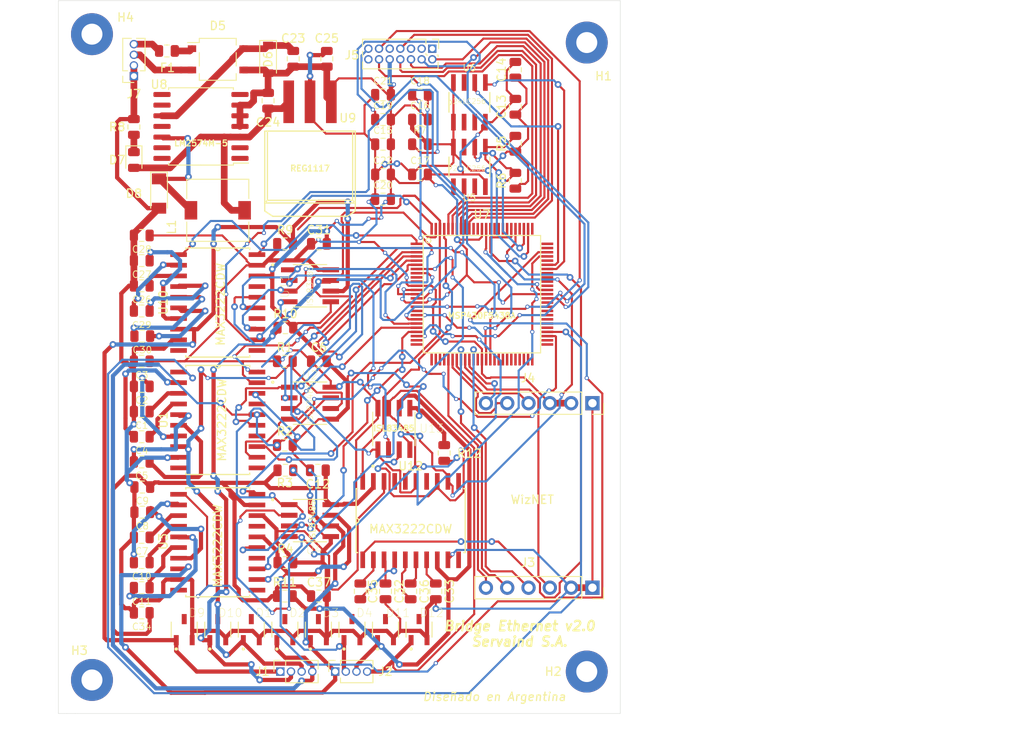
<source format=kicad_pcb>
(kicad_pcb (version 20171130) (host pcbnew 5.1.4-e60b266~84~ubuntu18.04.1)
  (title_block (title "Bridge Ethernet") (date 2019-11-17) (rev v2.0) (company "Leandro Torrent") (comment 1 "Revisores: Martín Ribelotta, Miguel del Valle Camino"))
  (layers (0 F.Cu signal) (31 B.Cu signal) (34 B.Paste user hide) (35 F.Paste user hide) (36 B.SilkS user hide) (37 F.SilkS user) (38 B.Mask user hide) (39 F.Mask user hide) (44 Edge.Cuts user))
  (net 0 "")
  (net 1 "Net-(C1-Pad1)")
  (net 2 GND)
  (net 3 "Net-(C2-Pad1)")
  (net 4 +3V3)
  (net 5 "Net-(C4-Pad1)")
  (net 6 "Net-(C4-Pad2)")
  (net 7 "Net-(C5-Pad2)")
  (net 8 "Net-(C5-Pad1)")
  (net 9 "Net-(C7-Pad1)")
  (net 10 "Net-(C8-Pad1)")
  (net 11 "Net-(C10-Pad1)")
  (net 12 "Net-(C10-Pad2)")
  (net 13 "Net-(C11-Pad2)")
  (net 14 "Net-(C11-Pad1)")
  (net 15 "Net-(C18-Pad1)")
  (net 16 "Net-(C18-Pad2)")
  (net 17 "Net-(C19-Pad1)")
  (net 18 VCC)
  (net 19 +5V)
  (net 20 "Net-(C26-Pad1)")
  (net 21 "Net-(C27-Pad1)")
  (net 22 "Net-(C29-Pad1)")
  (net 23 "Net-(C29-Pad2)")
  (net 24 "Net-(C30-Pad2)")
  (net 25 "Net-(C30-Pad1)")
  (net 26 "Net-(C32-Pad1)")
  (net 27 "Net-(C33-Pad1)")
  (net 28 "Net-(C35-Pad2)")
  (net 29 "Net-(C35-Pad1)")
  (net 30 "Net-(C36-Pad1)")
  (net 31 "Net-(C36-Pad2)")
  (net 32 /A_485_1)
  (net 33 /B_485_1)
  (net 34 /A_485_2)
  (net 35 /B_485_2)
  (net 36 "Net-(D5-Pad1)")
  (net 37 /Alimentación/VCC2)
  (net 38 "Net-(D7-Pad1)")
  (net 39 "Net-(D8-Pad1)")
  (net 40 /A_485_0)
  (net 41 /A_485_3)
  (net 42 /B_485_3)
  (net 43 /Alimentación/VCC1)
  (net 44 /B_485_0)
  (net 45 /Microcontrolador/MOSI_WIZ820)
  (net 46 /Microcontrolador/SCLK_WIZ820)
  (net 47 /Microcontrolador/nSS_WIZ820)
  (net 48 /Microcontrolador/nINT_WIZ820)
  (net 49 /Microcontrolador/MISO_WIZ820)
  (net 50 /Microcontrolador/RESET_WIZ820)
  (net 51 /Microcontrolador/PWDN_WIZ820)
  (net 52 "Net-(J5-Pad1)")
  (net 53 /Microcontrolador/MICRO_TD0_1)
  (net 54 "Net-(J5-Pad3)")
  (net 55 /Microcontrolador/MICRO_TDI_1)
  (net 56 "Net-(J5-Pad5)")
  (net 57 /Microcontrolador/MICRO_TMS_1)
  (net 58 "Net-(J5-Pad7)")
  (net 59 /Microcontrolador/MICRO_TCK_1)
  (net 60 "Net-(J5-Pad9)")
  (net 61 /Microcontrolador/BSL_TX)
  (net 62 /Microcontrolador/MICRO_RTS_1)
  (net 63 /Microcontrolador/BSL_RX)
  (net 64 /Memorias/SDA1)
  (net 65 /Memorias/SCL1)
  (net 66 /RX1)
  (net 67 "Net-(U1-Pad10)")
  (net 68 "Net-(U1-Pad11)")
  (net 69 /TX1)
  (net 70 /RTS1)
  (net 71 "Net-(U1-Pad14)")
  (net 72 /232_1)
  (net 73 "Net-(U1-Pad17)")
  (net 74 /SHDN1)
  (net 75 /485_1)
  (net 76 /SHDN2)
  (net 77 "Net-(U3-Pad17)")
  (net 78 /232_2)
  (net 79 "Net-(U3-Pad14)")
  (net 80 /RTS2)
  (net 81 /TX2)
  (net 82 "Net-(U3-Pad11)")
  (net 83 "Net-(U3-Pad10)")
  (net 84 /RX2)
  (net 85 /485_2)
  (net 86 "Net-(U5-Pad7)")
  (net 87 "Net-(U5-Pad3)")
  (net 88 "Net-(U5-Pad2)")
  (net 89 "Net-(U5-Pad1)")
  (net 90 "Net-(U6-Pad2)")
  (net 91 "Net-(U6-Pad3)")
  (net 92 /Memorias/SDA2)
  (net 93 /Memorias/SCL2)
  (net 94 "Net-(U6-Pad7)")
  (net 95 /232_0)
  (net 96 /232_3)
  (net 97 /485_0)
  (net 98 /485_3)
  (net 99 "Net-(U7-Pad9)")
  (net 100 "Net-(U7-Pad10)")
  (net 101 "Net-(U7-Pad17)")
  (net 102 /RTS0)
  (net 103 /RTS3)
  (net 104 "Net-(U7-Pad24)")
  (net 105 "Net-(U7-Pad25)")
  (net 106 "Net-(U7-Pad26)")
  (net 107 "Net-(U7-Pad27)")
  (net 108 "Net-(U7-Pad28)")
  (net 109 "Net-(U7-Pad29)")
  (net 110 "Net-(U7-Pad37)")
  (net 111 /TX0)
  (net 112 /RX0)
  (net 113 "Net-(U7-Pad41)")
  (net 114 "Net-(U7-Pad42)")
  (net 115 "Net-(U7-Pad43)")
  (net 116 "Net-(U7-Pad44)")
  (net 117 "Net-(U7-Pad45)")
  (net 118 "Net-(U7-Pad46)")
  (net 119 "Net-(U7-Pad47)")
  (net 120 "Net-(U7-Pad48)")
  (net 121 "Net-(U7-Pad49)")
  (net 122 "Net-(U7-Pad50)")
  (net 123 /SHDN0)
  (net 124 /SHDN3)
  (net 125 "Net-(U7-Pad90)")
  (net 126 "Net-(U7-Pad89)")
  (net 127 "Net-(U7-Pad86)")
  (net 128 "Net-(U7-Pad85)")
  (net 129 "Net-(U7-Pad84)")
  (net 130 "Net-(U7-Pad83)")
  (net 131 "Net-(U7-Pad82)")
  (net 132 /RX3)
  (net 133 /TX3)
  (net 134 "Net-(U7-Pad79)")
  (net 135 "Net-(U7-Pad76)")
  (net 136 "Net-(U7-Pad75)")
  (net 137 "Net-(U7-Pad74)")
  (net 138 "Net-(U7-Pad71)")
  (net 139 "Net-(U7-Pad68)")
  (net 140 "Net-(U7-Pad67)")
  (net 141 "Net-(U7-Pad66)")
  (net 142 "Net-(U7-Pad65)")
  (net 143 "Net-(U7-Pad61)")
  (net 144 "Net-(U7-Pad60)")
  (net 145 "Net-(U7-Pad59)")
  (net 146 "Net-(U7-Pad58)")
  (net 147 "Net-(U7-Pad57)")
  (net 148 "Net-(U7-Pad56)")
  (net 149 "Net-(U7-Pad55)")
  (net 150 "Net-(U7-Pad52)")
  (net 151 "Net-(U7-Pad51)")
  (net 152 "Net-(U10-Pad17)")
  (net 153 "Net-(U10-Pad14)")
  (net 154 "Net-(U10-Pad11)")
  (net 155 "Net-(U10-Pad10)")
  (net 156 "Net-(U12-Pad10)")
  (net 157 "Net-(U12-Pad11)")
  (net 158 "Net-(U12-Pad14)")
  (net 159 "Net-(U12-Pad17)")
  (net 160 "Net-(D1-Pad3)")
  (net 161 "Net-(D2-Pad3)")
  (net 162 "Net-(D3-Pad3)")
  (net 163 "Net-(D4-Pad3)")
  (net 164 "Net-(D9-Pad3)")
  (net 165 "Net-(D10-Pad3)")
  (net 166 "Net-(D11-Pad3)")
  (net 167 "Net-(D12-Pad3)")
  (module Connector_PinSocket_2.54mm:PinSocket_1x06_P2.54mm_Vertical (layer F.Cu) (at 110.674999 125 270)
    (fp_text reference J4 (at -3 7.674999 180) (layer F.SilkS))
    (fp_text value Conn_01x06)
    (pad 6 thru_hole oval (at 0 12.7 270) (size 1.7 1.7) (drill 1) (layers *.Cu *.Mask) (net 49 /Microcontrolador/MISO_WIZ820))
    (pad 5 thru_hole oval (at 0 10.16 270) (size 1.7 1.7) (drill 1) (layers *.Cu *.Mask) (net 50 /Microcontrolador/RESET_WIZ820))
    (pad 4 thru_hole oval (at 0 7.62 270) (size 1.7 1.7) (drill 1) (layers *.Cu *.Mask) (net 51 /Microcontrolador/PWDN_WIZ820))
    (pad 3 thru_hole oval (at 0 5.08 270) (size 1.7 1.7) (drill 1) (layers *.Cu *.Mask) (net 4 +3V3))
    (pad 2 thru_hole oval (at 0 2.54 270) (size 1.7 1.7) (drill 1) (layers *.Cu *.Mask) (net 4 +3V3))
    (pad 1 thru_hole rect (at 0 0 270) (size 1.7 1.7) (drill 1) (layers *.Cu *.Mask) (net 2 GND))
  )
  (module MSP430F5438A:PZ100 (layer F.Cu) (at 97.5 112)
    (fp_text reference U7 (at 0 -9.5) (layer F.SilkS) (effects (font (size 1.00334 1.00334))))
    (fp_text value MSP430F5438A (at -0.020065 2.56178) (layer F.SilkS) (effects (font (size 0.7 0.7))))
    (pad 1 smd rect (at -7.8 -6 90) (size 0.3 1.4) (layers F.Cu F.Paste F.Mask) (net 95 /232_0))
    (pad 2 smd rect (at -7.8 -5.5 90) (size 0.3 1.4) (layers F.Cu F.Paste F.Mask) (net 72 /232_1))
    (pad 3 smd rect (at -7.8 -5 90) (size 0.3 1.4) (layers F.Cu F.Paste F.Mask) (net 78 /232_2))
    (pad 4 smd rect (at -7.8 -4.5 90) (size 0.3 1.4) (layers F.Cu F.Paste F.Mask) (net 96 /232_3))
    (pad 5 smd rect (at -7.8 -4 90) (size 0.3 1.4) (layers F.Cu F.Paste F.Mask) (net 97 /485_0))
    (pad 6 smd rect (at -7.8 -3.5 90) (size 0.3 1.4) (layers F.Cu F.Paste F.Mask) (net 75 /485_1))
    (pad 7 smd rect (at -7.8 -3 90) (size 0.3 1.4) (layers F.Cu F.Paste F.Mask) (net 85 /485_2))
    (pad 8 smd rect (at -7.8 -2.5 90) (size 0.3 1.4) (layers F.Cu F.Paste F.Mask) (net 98 /485_3))
    (pad 9 smd rect (at -7.8 -2 90) (size 0.3 1.4) (layers F.Cu F.Paste F.Mask) (net 99 "Net-(U7-Pad9)"))
    (pad 10 smd rect (at -7.8 -1.5 90) (size 0.3 1.4) (layers F.Cu F.Paste F.Mask) (net 100 "Net-(U7-Pad10)"))
    (pad 11 smd rect (at -7.8 -1 90) (size 0.3 1.4) (layers F.Cu F.Paste F.Mask) (net 4 +3V3))
    (pad 12 smd rect (at -7.8 -0.5 90) (size 0.3 1.4) (layers F.Cu F.Paste F.Mask) (net 2 GND))
    (pad 13 smd rect (at -7.8 0 90) (size 0.3 1.4) (layers F.Cu F.Paste F.Mask) (net 15 "Net-(C18-Pad1)"))
    (pad 14 smd rect (at -7.8 0.5 90) (size 0.3 1.4) (layers F.Cu F.Paste F.Mask) (net 16 "Net-(C18-Pad2)"))
    (pad 15 smd rect (at -7.8 1 90) (size 0.3 1.4) (layers F.Cu F.Paste F.Mask) (net 2 GND))
    (pad 16 smd rect (at -7.8 1.5 90) (size 0.3 1.4) (layers F.Cu F.Paste F.Mask) (net 4 +3V3))
    (pad 17 smd rect (at -7.8 2 90) (size 0.3 1.4) (layers F.Cu F.Paste F.Mask) (net 101 "Net-(U7-Pad17)"))
    (pad 18 smd rect (at -7.8 2.5 90) (size 0.3 1.4) (layers F.Cu F.Paste F.Mask) (net 61 /Microcontrolador/BSL_TX))
    (pad 19 smd rect (at -7.8 3 90) (size 0.3 1.4) (layers F.Cu F.Paste F.Mask) (net 63 /Microcontrolador/BSL_RX))
    (pad 20 smd rect (at -7.8 3.5 90) (size 0.3 1.4) (layers F.Cu F.Paste F.Mask) (net 102 /RTS0))
    (pad 21 smd rect (at -7.8 4 90) (size 0.3 1.4) (layers F.Cu F.Paste F.Mask) (net 70 /RTS1))
    (pad 22 smd rect (at -7.8 4.5 90) (size 0.3 1.4) (layers F.Cu F.Paste F.Mask) (net 80 /RTS2))
    (pad 23 smd rect (at -7.8 5 90) (size 0.3 1.4) (layers F.Cu F.Paste F.Mask) (net 103 /RTS3))
    (pad 24 smd rect (at -7.8 5.5 90) (size 0.3 1.4) (layers F.Cu F.Paste F.Mask) (net 104 "Net-(U7-Pad24)"))
    (pad 25 smd rect (at -7.8 6 90) (size 0.3 1.4) (layers F.Cu F.Paste F.Mask) (net 105 "Net-(U7-Pad25)"))
    (pad 26 smd rect (at -6 7.8 180) (size 0.3 1.4) (layers F.Cu F.Paste F.Mask) (net 106 "Net-(U7-Pad26)"))
    (pad 27 smd rect (at -5.5 7.8 180) (size 0.3 1.4) (layers F.Cu F.Paste F.Mask) (net 107 "Net-(U7-Pad27)"))
    (pad 28 smd rect (at -5 7.8 180) (size 0.3 1.4) (layers F.Cu F.Paste F.Mask) (net 108 "Net-(U7-Pad28)"))
    (pad 29 smd rect (at -4.5 7.8 180) (size 0.3 1.4) (layers F.Cu F.Paste F.Mask) (net 109 "Net-(U7-Pad29)"))
    (pad 30 smd rect (at -4 7.8 180) (size 0.3 1.4) (layers F.Cu F.Paste F.Mask) (net 48 /Microcontrolador/nINT_WIZ820))
    (pad 31 smd rect (at -3.5 7.8 180) (size 0.3 1.4) (layers F.Cu F.Paste F.Mask) (net 50 /Microcontrolador/RESET_WIZ820))
    (pad 32 smd rect (at -3 7.8 180) (size 0.3 1.4) (layers F.Cu F.Paste F.Mask) (net 51 /Microcontrolador/PWDN_WIZ820))
    (pad 33 smd rect (at -2.5 7.8 180) (size 0.3 1.4) (layers F.Cu F.Paste F.Mask) (net 47 /Microcontrolador/nSS_WIZ820))
    (pad 34 smd rect (at -2 7.8 180) (size 0.3 1.4) (layers F.Cu F.Paste F.Mask) (net 45 /Microcontrolador/MOSI_WIZ820))
    (pad 35 smd rect (at -1.5 7.8 180) (size 0.3 1.4) (layers F.Cu F.Paste F.Mask) (net 49 /Microcontrolador/MISO_WIZ820))
    (pad 36 smd rect (at -1 7.8 180) (size 0.3 1.4) (layers F.Cu F.Paste F.Mask) (net 46 /Microcontrolador/SCLK_WIZ820))
    (pad 37 smd rect (at -0.5 7.8 180) (size 0.3 1.4) (layers F.Cu F.Paste F.Mask) (net 110 "Net-(U7-Pad37)"))
    (pad 38 smd rect (at 0 7.8 180) (size 0.3 1.4) (layers F.Cu F.Paste F.Mask) (net 4 +3V3))
    (pad 39 smd rect (at 0.5 7.8 180) (size 0.3 1.4) (layers F.Cu F.Paste F.Mask) (net 111 /TX0))
    (pad 40 smd rect (at 1 7.8 180) (size 0.3 1.4) (layers F.Cu F.Paste F.Mask) (net 112 /RX0))
    (pad 41 smd rect (at 1.5 7.8 180) (size 0.3 1.4) (layers F.Cu F.Paste F.Mask) (net 113 "Net-(U7-Pad41)"))
    (pad 42 smd rect (at 2 7.8 180) (size 0.3 1.4) (layers F.Cu F.Paste F.Mask) (net 114 "Net-(U7-Pad42)"))
    (pad 43 smd rect (at 2.5 7.8 180) (size 0.3 1.4) (layers F.Cu F.Paste F.Mask) (net 115 "Net-(U7-Pad43)"))
    (pad 44 smd rect (at 3 7.8 180) (size 0.3 1.4) (layers F.Cu F.Paste F.Mask) (net 116 "Net-(U7-Pad44)"))
    (pad 45 smd rect (at 3.5 7.8 180) (size 0.3 1.4) (layers F.Cu F.Paste F.Mask) (net 117 "Net-(U7-Pad45)"))
    (pad 46 smd rect (at 4 7.8 180) (size 0.3 1.4) (layers F.Cu F.Paste F.Mask) (net 118 "Net-(U7-Pad46)"))
    (pad 47 smd rect (at 4.5 7.8 180) (size 0.3 1.4) (layers F.Cu F.Paste F.Mask) (net 119 "Net-(U7-Pad47)"))
    (pad 48 smd rect (at 5 7.8 180) (size 0.3 1.4) (layers F.Cu F.Paste F.Mask) (net 120 "Net-(U7-Pad48)"))
    (pad 49 smd rect (at 5.5 7.8 180) (size 0.3 1.4) (layers F.Cu F.Paste F.Mask) (net 121 "Net-(U7-Pad49)"))
    (pad 50 smd rect (at 6 7.8 180) (size 0.3 1.4) (layers F.Cu F.Paste F.Mask) (net 122 "Net-(U7-Pad50)"))
    (pad 100 smd rect (at -6 -7.8 180) (size 0.3 1.4) (layers F.Cu F.Paste F.Mask) (net 123 /SHDN0))
    (pad 99 smd rect (at -5.5 -7.8 180) (size 0.3 1.4) (layers F.Cu F.Paste F.Mask) (net 74 /SHDN1))
    (pad 98 smd rect (at -5 -7.8 180) (size 0.3 1.4) (layers F.Cu F.Paste F.Mask) (net 76 /SHDN2))
    (pad 97 smd rect (at -4.5 -7.8 180) (size 0.3 1.4) (layers F.Cu F.Paste F.Mask) (net 124 /SHDN3))
    (pad 96 smd rect (at -4 -7.8 180) (size 0.3 1.4) (layers F.Cu F.Paste F.Mask) (net 62 /Microcontrolador/MICRO_RTS_1))
    (pad 95 smd rect (at -3.5 -7.8 180) (size 0.3 1.4) (layers F.Cu F.Paste F.Mask) (net 59 /Microcontrolador/MICRO_TCK_1))
    (pad 94 smd rect (at -3 -7.8 180) (size 0.3 1.4) (layers F.Cu F.Paste F.Mask) (net 57 /Microcontrolador/MICRO_TMS_1))
    (pad 93 smd rect (at -2.5 -7.8 180) (size 0.3 1.4) (layers F.Cu F.Paste F.Mask) (net 55 /Microcontrolador/MICRO_TDI_1))
    (pad 92 smd rect (at -2 -7.8 180) (size 0.3 1.4) (layers F.Cu F.Paste F.Mask) (net 53 /Microcontrolador/MICRO_TD0_1))
    (pad 91 smd rect (at -1.5 -7.8 180) (size 0.3 1.4) (layers F.Cu F.Paste F.Mask) (net 58 "Net-(J5-Pad7)"))
    (pad 90 smd rect (at -1 -7.8 180) (size 0.3 1.4) (layers F.Cu F.Paste F.Mask) (net 125 "Net-(U7-Pad90)"))
    (pad 89 smd rect (at -0.5 -7.8 180) (size 0.3 1.4) (layers F.Cu F.Paste F.Mask) (net 126 "Net-(U7-Pad89)"))
    (pad 88 smd rect (at 0 -7.8 180) (size 0.3 1.4) (layers F.Cu F.Paste F.Mask) (net 2 GND))
    (pad 87 smd rect (at 0.5 -7.8 180) (size 0.3 1.4) (layers F.Cu F.Paste F.Mask) (net 4 +3V3))
    (pad 86 smd rect (at 1 -7.8 180) (size 0.3 1.4) (layers F.Cu F.Paste F.Mask) (net 127 "Net-(U7-Pad86)"))
    (pad 85 smd rect (at 1.5 -7.8 180) (size 0.3 1.4) (layers F.Cu F.Paste F.Mask) (net 128 "Net-(U7-Pad85)"))
    (pad 84 smd rect (at 2 -7.8 180) (size 0.3 1.4) (layers F.Cu F.Paste F.Mask) (net 129 "Net-(U7-Pad84)"))
    (pad 83 smd rect (at 2.5 -7.8 180) (size 0.3 1.4) (layers F.Cu F.Paste F.Mask) (net 130 "Net-(U7-Pad83)"))
    (pad 82 smd rect (at 3 -7.8 180) (size 0.3 1.4) (layers F.Cu F.Paste F.Mask) (net 131 "Net-(U7-Pad82)"))
    (pad 81 smd rect (at 3.5 -7.8 180) (size 0.3 1.4) (layers F.Cu F.Paste F.Mask) (net 132 /RX3))
    (pad 80 smd rect (at 4 -7.8 180) (size 0.3 1.4) (layers F.Cu F.Paste F.Mask) (net 133 /TX3))
    (pad 79 smd rect (at 4.5 -7.8 180) (size 0.3 1.4) (layers F.Cu F.Paste F.Mask) (net 134 "Net-(U7-Pad79)"))
    (pad 78 smd rect (at 5 -7.8 180) (size 0.3 1.4) (layers F.Cu F.Paste F.Mask) (net 65 /Memorias/SCL1))
    (pad 77 smd rect (at 5.5 -7.8 180) (size 0.3 1.4) (layers F.Cu F.Paste F.Mask) (net 64 /Memorias/SDA1))
    (pad 76 smd rect (at 6 -7.8 180) (size 0.3 1.4) (layers F.Cu F.Paste F.Mask) (net 135 "Net-(U7-Pad76)"))
    (pad 75 smd rect (at 7.8 -6 90) (size 0.3 1.4) (layers F.Cu F.Paste F.Mask) (net 136 "Net-(U7-Pad75)"))
    (pad 74 smd rect (at 7.8 -5.5 90) (size 0.3 1.4) (layers F.Cu F.Paste F.Mask) (net 137 "Net-(U7-Pad74)"))
    (pad 73 smd rect (at 7.8 -5 90) (size 0.3 1.4) (layers F.Cu F.Paste F.Mask) (net 84 /RX2))
    (pad 72 smd rect (at 7.8 -4.5 90) (size 0.3 1.4) (layers F.Cu F.Paste F.Mask) (net 81 /TX2))
    (pad 71 smd rect (at 7.8 -4 90) (size 0.3 1.4) (layers F.Cu F.Paste F.Mask) (net 138 "Net-(U7-Pad71)"))
    (pad 70 smd rect (at 7.8 -3.5 90) (size 0.3 1.4) (layers F.Cu F.Paste F.Mask) (net 93 /Memorias/SCL2))
    (pad 69 smd rect (at 7.8 -3 90) (size 0.3 1.4) (layers F.Cu F.Paste F.Mask) (net 92 /Memorias/SDA2))
    (pad 68 smd rect (at 7.8 -2.5 90) (size 0.3 1.4) (layers F.Cu F.Paste F.Mask) (net 139 "Net-(U7-Pad68)"))
    (pad 67 smd rect (at 7.8 -2 90) (size 0.3 1.4) (layers F.Cu F.Paste F.Mask) (net 140 "Net-(U7-Pad67)"))
    (pad 66 smd rect (at 7.8 -1.5 90) (size 0.3 1.4) (layers F.Cu F.Paste F.Mask) (net 141 "Net-(U7-Pad66)"))
    (pad 65 smd rect (at 7.8 -1 90) (size 0.3 1.4) (layers F.Cu F.Paste F.Mask) (net 142 "Net-(U7-Pad65)"))
    (pad 64 smd rect (at 7.8 -0.5 90) (size 0.3 1.4) (layers F.Cu F.Paste F.Mask) (net 4 +3V3))
    (pad 63 smd rect (at 7.8 0 90) (size 0.3 1.4) (layers F.Cu F.Paste F.Mask) (net 2 GND))
    (pad 62 smd rect (at 7.8 0.5 90) (size 0.3 1.4) (layers F.Cu F.Paste F.Mask) (net 17 "Net-(C19-Pad1)"))
    (pad 61 smd rect (at 7.8 1 90) (size 0.3 1.4) (layers F.Cu F.Paste F.Mask) (net 143 "Net-(U7-Pad61)"))
    (pad 60 smd rect (at 7.8 1.5 90) (size 0.3 1.4) (layers F.Cu F.Paste F.Mask) (net 144 "Net-(U7-Pad60)"))
    (pad 59 smd rect (at 7.8 2 90) (size 0.3 1.4) (layers F.Cu F.Paste F.Mask) (net 145 "Net-(U7-Pad59)"))
    (pad 58 smd rect (at 7.8 2.5 90) (size 0.3 1.4) (layers F.Cu F.Paste F.Mask) (net 146 "Net-(U7-Pad58)"))
    (pad 57 smd rect (at 7.8 3 90) (size 0.3 1.4) (layers F.Cu F.Paste F.Mask) (net 147 "Net-(U7-Pad57)"))
    (pad 56 smd rect (at 7.8 3.5 90) (size 0.3 1.4) (layers F.Cu F.Paste F.Mask) (net 148 "Net-(U7-Pad56)"))
    (pad 55 smd rect (at 7.8 4 90) (size 0.3 1.4) (layers F.Cu F.Paste F.Mask) (net 149 "Net-(U7-Pad55)"))
    (pad 54 smd rect (at 7.8 4.5 90) (size 0.3 1.4) (layers F.Cu F.Paste F.Mask) (net 66 /RX1))
    (pad 53 smd rect (at 7.8 5 90) (size 0.3 1.4) (layers F.Cu F.Paste F.Mask) (net 69 /TX1))
    (pad 52 smd rect (at 7.8 5.5 90) (size 0.3 1.4) (layers F.Cu F.Paste F.Mask) (net 150 "Net-(U7-Pad52)"))
    (pad 51 smd rect (at 7.8 6 90) (size 0.3 1.4) (layers F.Cu F.Paste F.Mask) (net 151 "Net-(U7-Pad51)"))
  )
  (module Connector_PinHeader_1.27mm:PinHeader_2x07_P1.27mm_Vertical (layer F.Cu) (at 91.58 82.73 270)
    (fp_text reference J5 (at 0.77 9.58 180) (layer F.SilkS))
    (fp_text value Conn_2Rows-13Pins)
    (pad 1 thru_hole rect (at 0 0 270) (size 1 1) (drill 0.65) (layers *.Cu *.Mask) (net 52 "Net-(J5-Pad1)"))
    (pad 2 thru_hole oval (at 1.27 0 270) (size 1 1) (drill 0.65) (layers *.Cu *.Mask) (net 53 /Microcontrolador/MICRO_TD0_1))
    (pad 3 thru_hole oval (at 0 1.27 270) (size 1 1) (drill 0.65) (layers *.Cu *.Mask) (net 54 "Net-(J5-Pad3)"))
    (pad 4 thru_hole oval (at 1.27 1.27 270) (size 1 1) (drill 0.65) (layers *.Cu *.Mask) (net 55 /Microcontrolador/MICRO_TDI_1))
    (pad 5 thru_hole oval (at 0 2.54 270) (size 1 1) (drill 0.65) (layers *.Cu *.Mask) (net 56 "Net-(J5-Pad5)"))
    (pad 6 thru_hole oval (at 1.27 2.54 270) (size 1 1) (drill 0.65) (layers *.Cu *.Mask) (net 57 /Microcontrolador/MICRO_TMS_1))
    (pad 7 thru_hole oval (at 0 3.81 270) (size 1 1) (drill 0.65) (layers *.Cu *.Mask) (net 58 "Net-(J5-Pad7)"))
    (pad 8 thru_hole oval (at 1.27 3.81 270) (size 1 1) (drill 0.65) (layers *.Cu *.Mask) (net 59 /Microcontrolador/MICRO_TCK_1))
    (pad 9 thru_hole oval (at 0 5.08 270) (size 1 1) (drill 0.65) (layers *.Cu *.Mask) (net 60 "Net-(J5-Pad9)"))
    (pad 10 thru_hole oval (at 1.27 5.08 270) (size 1 1) (drill 0.65) (layers *.Cu *.Mask) (net 2 GND))
    (pad 11 thru_hole oval (at 0 6.35 270) (size 1 1) (drill 0.65) (layers *.Cu *.Mask) (net 61 /Microcontrolador/BSL_TX))
    (pad 12 thru_hole oval (at 1.27 6.35 270) (size 1 1) (drill 0.65) (layers *.Cu *.Mask) (net 62 /Microcontrolador/MICRO_RTS_1))
    (pad 13 thru_hole oval (at 0 7.62 270) (size 1 1) (drill 0.65) (layers *.Cu *.Mask) (net 63 /Microcontrolador/BSL_RX))
    (pad 14 thru_hole oval (at 1.27 7.62 270) (size 1 1) (drill 0.65) (layers *.Cu *.Mask))
  )
  (module Capacitor_SMD:C_0805_2012Metric (layer F.Cu) (at 56.9375 126 180)
    (fp_text reference C1 (at 0 -1.65) (layer F.SilkS) (effects (font (size 0.8 0.8) (thickness 0.1))))
    (fp_text value 0.1uF)
    (pad 2 smd roundrect (at 0.9375 0 180) (size 0.975 1.4) (layers F.Cu F.Paste F.Mask) (net 2 GND))
    (pad 1 smd roundrect (at -0.9375 0 180) (size 0.975 1.4) (layers F.Cu F.Paste F.Mask) (net 1 "Net-(C1-Pad1)"))
  )
  (module Capacitor_SMD:C_0805_2012Metric (layer F.Cu) (at 56.9375 123 180)
    (fp_text reference C2 (at 0 -1.65) (layer F.SilkS) (effects (font (size 0.8 0.8) (thickness 0.1))))
    (fp_text value 0.1uF)
    (pad 1 smd roundrect (at -0.9375 0 180) (size 0.975 1.4) (layers F.Cu F.Paste F.Mask) (net 3 "Net-(C2-Pad1)"))
    (pad 2 smd roundrect (at 0.9375 0 180) (size 0.975 1.4) (layers F.Cu F.Paste F.Mask) (net 2 GND))
  )
  (module Capacitor_SMD:C_0805_2012Metric (layer F.Cu) (at 56.9375 120 180)
    (fp_text reference C3 (at 0 -1.65) (layer F.SilkS) (effects (font (size 0.8 0.8) (thickness 0.1))))
    (fp_text value 0.1uF)
    (pad 1 smd roundrect (at -0.9375 0 180) (size 0.975 1.4) (layers F.Cu F.Paste F.Mask) (net 4 +3V3))
    (pad 2 smd roundrect (at 0.9375 0 180) (size 0.975 1.4) (layers F.Cu F.Paste F.Mask) (net 2 GND))
  )
  (module Capacitor_SMD:C_0805_2012Metric (layer F.Cu) (at 56.9375 129 180)
    (fp_text reference C4 (at 0 -1.65) (layer F.SilkS) (effects (font (size 0.8 0.8) (thickness 0.1))))
    (fp_text value 0.1uF)
    (pad 2 smd roundrect (at 0.9375 0 180) (size 0.975 1.4) (layers F.Cu F.Paste F.Mask) (net 6 "Net-(C4-Pad2)"))
    (pad 1 smd roundrect (at -0.9375 0 180) (size 0.975 1.4) (layers F.Cu F.Paste F.Mask) (net 5 "Net-(C4-Pad1)"))
  )
  (module Capacitor_SMD:C_0805_2012Metric (layer F.Cu) (at 56.9375 132 180)
    (fp_text reference C5 (at 0 -1.65) (layer F.SilkS) (effects (font (size 0.8 0.8) (thickness 0.1))))
    (fp_text value 0.1uF)
    (pad 1 smd roundrect (at -0.9375 0 180) (size 0.975 1.4) (layers F.Cu F.Paste F.Mask) (net 8 "Net-(C5-Pad1)"))
    (pad 2 smd roundrect (at 0.9375 0 180) (size 0.975 1.4) (layers F.Cu F.Paste F.Mask) (net 7 "Net-(C5-Pad2)"))
  )
  (module Capacitor_SMD:C_0805_2012Metric (layer F.Cu) (at 78.0625 120)
    (fp_text reference C6 (at 0 -1.65) (layer F.SilkS))
    (fp_text value 0.1uF)
    (pad 2 smd roundrect (at 0.9375 0) (size 0.975 1.4) (layers F.Cu F.Paste F.Mask) (net 2 GND))
    (pad 1 smd roundrect (at -0.9375 0) (size 0.975 1.4) (layers F.Cu F.Paste F.Mask) (net 4 +3V3))
  )
  (module Capacitor_SMD:C_0805_2012Metric (layer F.Cu) (at 56.9375 141 180)
    (fp_text reference C7 (at 0 -1.65) (layer F.SilkS) (effects (font (size 0.8 0.8) (thickness 0.1))))
    (fp_text value 0.1uF)
    (pad 2 smd roundrect (at 0.9375 0 180) (size 0.975 1.4) (layers F.Cu F.Paste F.Mask) (net 2 GND))
    (pad 1 smd roundrect (at -0.9375 0 180) (size 0.975 1.4) (layers F.Cu F.Paste F.Mask) (net 9 "Net-(C7-Pad1)"))
  )
  (module Capacitor_SMD:C_0805_2012Metric (layer F.Cu) (at 57 138 180)
    (fp_text reference C8 (at 0 -1.65) (layer F.SilkS) (effects (font (size 0.8 0.8) (thickness 0.1))))
    (fp_text value 0.1uF)
    (pad 2 smd roundrect (at 0.9375 0 180) (size 0.975 1.4) (layers F.Cu F.Paste F.Mask) (net 2 GND))
    (pad 1 smd roundrect (at -0.9375 0 180) (size 0.975 1.4) (layers F.Cu F.Paste F.Mask) (net 10 "Net-(C8-Pad1)"))
  )
  (module Capacitor_SMD:C_0805_2012Metric (layer F.Cu) (at 57 135 180)
    (fp_text reference C9 (at 0 -1.65) (layer F.SilkS) (effects (font (size 0.8 0.8) (thickness 0.1))))
    (fp_text value 0.1uF)
    (pad 1 smd roundrect (at -0.9375 0 180) (size 0.975 1.4) (layers F.Cu F.Paste F.Mask) (net 4 +3V3))
    (pad 2 smd roundrect (at 0.9375 0 180) (size 0.975 1.4) (layers F.Cu F.Paste F.Mask) (net 2 GND))
  )
  (module Capacitor_SMD:C_0805_2012Metric (layer F.Cu) (at 56.9375 144 180)
    (fp_text reference C10 (at 0 -1.65) (layer F.SilkS) (effects (font (size 0.8 0.8) (thickness 0.1))))
    (fp_text value 0.1uF)
    (pad 1 smd roundrect (at -0.9375 0 180) (size 0.975 1.4) (layers F.Cu F.Paste F.Mask) (net 11 "Net-(C10-Pad1)"))
    (pad 2 smd roundrect (at 0.9375 0 180) (size 0.975 1.4) (layers F.Cu F.Paste F.Mask) (net 12 "Net-(C10-Pad2)"))
  )
  (module Capacitor_SMD:C_0805_2012Metric (layer F.Cu) (at 56.9375 147 180)
    (fp_text reference C11 (at 0 -1.65) (layer F.SilkS) (effects (font (size 0.8 0.8) (thickness 0.1))))
    (fp_text value 0.1uF)
    (pad 2 smd roundrect (at 0.9375 0 180) (size 0.975 1.4) (layers F.Cu F.Paste F.Mask) (net 13 "Net-(C11-Pad2)"))
    (pad 1 smd roundrect (at -0.9375 0 180) (size 0.975 1.4) (layers F.Cu F.Paste F.Mask) (net 14 "Net-(C11-Pad1)"))
  )
  (module Capacitor_SMD:C_0805_2012Metric (layer F.Cu) (at 77.9375 133 180)
    (fp_text reference C12 (at 0 -1.65) (layer F.SilkS))
    (fp_text value 0.1uF)
    (pad 1 smd roundrect (at -0.9375 0 180) (size 0.975 1.4) (layers F.Cu F.Paste F.Mask) (net 4 +3V3))
    (pad 2 smd roundrect (at 0.9375 0 180) (size 0.975 1.4) (layers F.Cu F.Paste F.Mask) (net 2 GND))
  )
  (module Capacitor_SMD:C_0805_2012Metric (layer F.Cu) (at 101.485001 89.654999 90)
    (fp_text reference C13 (at 0 -1.65 90) (layer F.SilkS))
    (fp_text value 0.1uF)
    (pad 2 smd roundrect (at 0.9375 0 90) (size 0.975 1.4) (layers F.Cu F.Paste F.Mask) (net 2 GND))
    (pad 1 smd roundrect (at -0.9375 0 90) (size 0.975 1.4) (layers F.Cu F.Paste F.Mask) (net 4 +3V3))
  )
  (module Capacitor_SMD:C_0805_2012Metric (layer F.Cu) (at 101.485001 85.244999 90)
    (fp_text reference C14 (at 0 -1.65 90) (layer F.SilkS))
    (fp_text value 0.1uF)
    (pad 1 smd roundrect (at -0.9375 0 90) (size 0.975 1.4) (layers F.Cu F.Paste F.Mask) (net 4 +3V3))
    (pad 2 smd roundrect (at 0.9375 0 90) (size 0.975 1.4) (layers F.Cu F.Paste F.Mask) (net 2 GND))
  )
  (module Capacitor_SMD:C_0805_2012Metric (layer F.Cu) (at 85.705001 94.125001)
    (fp_text reference C15 (at 0 -1.65) (layer F.SilkS) (effects (font (size 0.8 0.8) (thickness 0.1))))
    (fp_text value 0.1uF)
    (pad 1 smd roundrect (at -0.9375 0) (size 0.975 1.4) (layers F.Cu F.Paste F.Mask) (net 4 +3V3))
    (pad 2 smd roundrect (at 0.9375 0) (size 0.975 1.4) (layers F.Cu F.Paste F.Mask) (net 2 GND))
  )
  (module Capacitor_SMD:C_0805_2012Metric (layer F.Cu) (at 90.115001 91.175001)
    (fp_text reference C16 (at 0 -1.65) (layer F.SilkS) (effects (font (size 0.8 0.8) (thickness 0.1))))
    (fp_text value 0.1uF)
    (pad 1 smd roundrect (at -0.9375 0) (size 0.975 1.4) (layers F.Cu F.Paste F.Mask) (net 4 +3V3))
    (pad 2 smd roundrect (at 0.9375 0) (size 0.975 1.4) (layers F.Cu F.Paste F.Mask) (net 2 GND))
  )
  (module Capacitor_SMD:C_0805_2012Metric (layer F.Cu) (at 90.115001 97.725001)
    (fp_text reference C17 (at 0 -1.65) (layer F.SilkS) (effects (font (size 0.8 0.8) (thickness 0.1))))
    (fp_text value 0.1uF)
    (pad 2 smd roundrect (at 0.9375 0) (size 0.975 1.4) (layers F.Cu F.Paste F.Mask) (net 2 GND))
    (pad 1 smd roundrect (at -0.9375 0) (size 0.975 1.4) (layers F.Cu F.Paste F.Mask) (net 4 +3V3))
  )
  (module Capacitor_SMD:C_0805_2012Metric (layer F.Cu) (at 90.115001 88.225001)
    (fp_text reference C18 (at 0 -1.65) (layer F.SilkS) (effects (font (size 0.8 0.8) (thickness 0.1))))
    (fp_text value 0.1uF)
    (pad 1 smd roundrect (at -0.9375 0) (size 0.975 1.4) (layers F.Cu F.Paste F.Mask) (net 15 "Net-(C18-Pad1)"))
    (pad 2 smd roundrect (at 0.9375 0) (size 0.975 1.4) (layers F.Cu F.Paste F.Mask) (net 16 "Net-(C18-Pad2)"))
  )
  (module Capacitor_SMD:C_0805_2012Metric (layer F.Cu) (at 85.705001 91.175001)
    (fp_text reference C19 (at 0 -1.65) (layer F.SilkS) (effects (font (size 0.8 0.8) (thickness 0.1))))
    (fp_text value 470nF)
    (pad 2 smd roundrect (at 0.9375 0) (size 0.975 1.4) (layers F.Cu F.Paste F.Mask) (net 2 GND))
    (pad 1 smd roundrect (at -0.9375 0) (size 0.975 1.4) (layers F.Cu F.Paste F.Mask) (net 17 "Net-(C19-Pad1)"))
  )
  (module Capacitor_SMD:C_0805_2012Metric (layer F.Cu) (at 85.705001 100.675001)
    (fp_text reference C20 (at 0 -1.65) (layer F.SilkS) (effects (font (size 0.8 0.8) (thickness 0.1))))
    (fp_text value 0.1uF)
    (pad 1 smd roundrect (at -0.9375 0) (size 0.975 1.4) (layers F.Cu F.Paste F.Mask) (net 4 +3V3))
    (pad 2 smd roundrect (at 0.9375 0) (size 0.975 1.4) (layers F.Cu F.Paste F.Mask) (net 2 GND))
  )
  (module Capacitor_SMD:C_0805_2012Metric (layer F.Cu) (at 85.705001 88.225001)
    (fp_text reference C21 (at 0 -1.65) (layer F.SilkS) (effects (font (size 0.8 0.8) (thickness 0.1))))
    (fp_text value 0.1uF)
    (pad 1 smd roundrect (at -0.9375 0) (size 0.975 1.4) (layers F.Cu F.Paste F.Mask) (net 4 +3V3))
    (pad 2 smd roundrect (at 0.9375 0) (size 0.975 1.4) (layers F.Cu F.Paste F.Mask) (net 2 GND))
  )
  (module Capacitor_SMD:C_0805_2012Metric (layer F.Cu) (at 85.705001 97.725001)
    (fp_text reference C22 (at 0 -1.65) (layer F.SilkS) (effects (font (size 0.8 0.8) (thickness 0.1))))
    (fp_text value 0.1uF)
    (pad 2 smd roundrect (at 0.9375 0) (size 0.975 1.4) (layers F.Cu F.Paste F.Mask) (net 2 GND))
    (pad 1 smd roundrect (at -0.9375 0) (size 0.975 1.4) (layers F.Cu F.Paste F.Mask) (net 4 +3V3))
  )
  (module Capacitor_SMD:C_0805_2012Metric (layer F.Cu) (at 75 83.9375 270)
    (fp_text reference C23 (at -2.4375 0 180) (layer F.SilkS))
    (fp_text value 22uF)
    (pad 2 smd roundrect (at 0.9375 0 270) (size 0.975 1.4) (layers F.Cu F.Paste F.Mask) (net 2 GND))
    (pad 1 smd roundrect (at -0.9375 0 270) (size 0.975 1.4) (layers F.Cu F.Paste F.Mask) (net 18 VCC))
  )
  (module Capacitor_SMD:C_0805_2012Metric (layer F.Cu) (at 72 88.9375 90)
    (fp_text reference C24 (at -2.5625 0 180) (layer F.SilkS))
    (fp_text value 220uF)
    (pad 2 smd roundrect (at 0.9375 0 90) (size 0.975 1.4) (layers F.Cu F.Paste F.Mask) (net 2 GND))
    (pad 1 smd roundrect (at -0.9375 0 90) (size 0.975 1.4) (layers F.Cu F.Paste F.Mask) (net 19 +5V))
  )
  (module Capacitor_SMD:C_0805_2012Metric (layer F.Cu) (at 79 83.9375 270)
    (fp_text reference C25 (at -2.4375 0 180) (layer F.SilkS))
    (fp_text value 10uF)
    (pad 2 smd roundrect (at 0.9375 0 270) (size 0.975 1.4) (layers F.Cu F.Paste F.Mask) (net 2 GND))
    (pad 1 smd roundrect (at -0.9375 0 270) (size 0.975 1.4) (layers F.Cu F.Paste F.Mask) (net 4 +3V3))
  )
  (module Capacitor_SMD:C_0805_2012Metric (layer F.Cu) (at 56.9375 111 180)
    (fp_text reference C26 (at 0 -1.65) (layer F.SilkS) (effects (font (size 0.8 0.8) (thickness 0.1))))
    (fp_text value 0.1uF)
    (pad 1 smd roundrect (at -0.9375 0 180) (size 0.975 1.4) (layers F.Cu F.Paste F.Mask) (net 20 "Net-(C26-Pad1)"))
    (pad 2 smd roundrect (at 0.9375 0 180) (size 0.975 1.4) (layers F.Cu F.Paste F.Mask) (net 2 GND))
  )
  (module Capacitor_SMD:C_0805_2012Metric (layer F.Cu) (at 56.9375 108 180)
    (fp_text reference C27 (at 0 -1.65) (layer F.SilkS) (effects (font (size 0.8 0.8) (thickness 0.1))))
    (fp_text value 0.1uF)
    (pad 2 smd roundrect (at 0.9375 0 180) (size 0.975 1.4) (layers F.Cu F.Paste F.Mask) (net 2 GND))
    (pad 1 smd roundrect (at -0.9375 0 180) (size 0.975 1.4) (layers F.Cu F.Paste F.Mask) (net 21 "Net-(C27-Pad1)"))
  )
  (module Capacitor_SMD:C_0805_2012Metric (layer F.Cu) (at 56.9375 105 180)
    (fp_text reference C28 (at 0 -1.65) (layer F.SilkS) (effects (font (size 0.8 0.8) (thickness 0.1))))
    (fp_text value 0.1uF)
    (pad 1 smd roundrect (at -0.9375 0 180) (size 0.975 1.4) (layers F.Cu F.Paste F.Mask) (net 4 +3V3))
    (pad 2 smd roundrect (at 0.9375 0 180) (size 0.975 1.4) (layers F.Cu F.Paste F.Mask) (net 2 GND))
  )
  (module Capacitor_SMD:C_0805_2012Metric (layer F.Cu) (at 56.9375 114 180)
    (fp_text reference C29 (at 0 -1.65) (layer F.SilkS) (effects (font (size 0.7 0.8) (thickness 0.1))))
    (fp_text value 0.1uF)
    (pad 2 smd roundrect (at 0.9375 0 180) (size 0.975 1.4) (layers F.Cu F.Paste F.Mask) (net 23 "Net-(C29-Pad2)"))
    (pad 1 smd roundrect (at -0.9375 0 180) (size 0.975 1.4) (layers F.Cu F.Paste F.Mask) (net 22 "Net-(C29-Pad1)"))
  )
  (module Capacitor_SMD:C_0805_2012Metric (layer F.Cu) (at 57 117 180)
    (fp_text reference C30 (at 0 -1.65) (layer F.SilkS) (effects (font (size 0.8 0.8) (thickness 0.1))))
    (fp_text value 0.1uF)
    (pad 1 smd roundrect (at -0.9375 0 180) (size 0.975 1.4) (layers F.Cu F.Paste F.Mask) (net 25 "Net-(C30-Pad1)"))
    (pad 2 smd roundrect (at 0.9375 0 180) (size 0.975 1.4) (layers F.Cu F.Paste F.Mask) (net 24 "Net-(C30-Pad2)"))
  )
  (module Capacitor_SMD:C_0805_2012Metric (layer F.Cu) (at 78.0625 106)
    (fp_text reference C31 (at 0 -1.65) (layer F.SilkS))
    (fp_text value 0.1uF)
    (pad 1 smd roundrect (at -0.9375 0) (size 0.975 1.4) (layers F.Cu F.Paste F.Mask) (net 4 +3V3))
    (pad 2 smd roundrect (at 0.9375 0) (size 0.975 1.4) (layers F.Cu F.Paste F.Mask) (net 2 GND))
  )
  (module Capacitor_SMD:C_0805_2012Metric (layer F.Cu) (at 86 147.4375 270)
    (fp_text reference C32 (at 0 -1.65 90) (layer F.SilkS))
    (fp_text value 0.1uF)
    (pad 2 smd roundrect (at 0.9375 0 270) (size 0.975 1.4) (layers F.Cu F.Paste F.Mask) (net 2 GND))
    (pad 1 smd roundrect (at -0.9375 0 270) (size 0.975 1.4) (layers F.Cu F.Paste F.Mask) (net 26 "Net-(C32-Pad1)"))
  )
  (module Capacitor_SMD:C_0805_2012Metric (layer F.Cu) (at 92 147.4375 270)
    (fp_text reference C33 (at 0 -1.65 90) (layer F.SilkS))
    (fp_text value 0.1uF)
    (pad 1 smd roundrect (at -0.9375 0 270) (size 0.975 1.4) (layers F.Cu F.Paste F.Mask) (net 27 "Net-(C33-Pad1)"))
    (pad 2 smd roundrect (at 0.9375 0 270) (size 0.975 1.4) (layers F.Cu F.Paste F.Mask) (net 2 GND))
  )
  (module Capacitor_SMD:C_0805_2012Metric (layer F.Cu) (at 56.9375 150 180)
    (fp_text reference C34 (at 0 -1.65) (layer F.SilkS) (effects (font (size 0.8 0.8) (thickness 0.1))))
    (fp_text value 0.1uF)
    (pad 2 smd roundrect (at 0.9375 0 180) (size 0.975 1.4) (layers F.Cu F.Paste F.Mask) (net 2 GND))
    (pad 1 smd roundrect (at -0.9375 0 180) (size 0.975 1.4) (layers F.Cu F.Paste F.Mask) (net 4 +3V3))
  )
  (module Capacitor_SMD:C_0805_2012Metric (layer F.Cu) (at 83 147.4375 90)
    (fp_text reference C35 (at 0 1.5 90) (layer F.SilkS))
    (fp_text value 0.1uF)
    (pad 1 smd roundrect (at -0.9375 0 90) (size 0.975 1.4) (layers F.Cu F.Paste F.Mask) (net 29 "Net-(C35-Pad1)"))
    (pad 2 smd roundrect (at 0.9375 0 90) (size 0.975 1.4) (layers F.Cu F.Paste F.Mask) (net 28 "Net-(C35-Pad2)"))
  )
  (module Capacitor_SMD:C_0805_2012Metric (layer F.Cu) (at 89 147.4375 270)
    (fp_text reference C36 (at 0 -1.65 90) (layer F.SilkS))
    (fp_text value 0.1uF)
    (pad 2 smd roundrect (at 0.9375 0 270) (size 0.975 1.4) (layers F.Cu F.Paste F.Mask) (net 31 "Net-(C36-Pad2)"))
    (pad 1 smd roundrect (at -0.9375 0 270) (size 0.975 1.4) (layers F.Cu F.Paste F.Mask) (net 30 "Net-(C36-Pad1)"))
  )
  (module Capacitor_SMD:C_0805_2012Metric (layer F.Cu) (at 78.0625 148)
    (fp_text reference C37 (at 0 -1.65) (layer F.SilkS))
    (fp_text value 0.1uF)
    (pad 1 smd roundrect (at -0.9375 0) (size 0.975 1.4) (layers F.Cu F.Paste F.Mask) (net 4 +3V3))
    (pad 2 smd roundrect (at 0.9375 0) (size 0.975 1.4) (layers F.Cu F.Paste F.Mask) (net 2 GND))
  )
  (module SOT95P280X125-3N:SOT95P280X125-3N (layer F.Cu) (at 70 152 90)
    (fp_text reference D1 (at 2 1.5 180) (layer F.SilkS) (effects (font (thickness 0.05))))
    (fp_text value GL05T-E3-08 hide)
    (pad 2 smd rect (at -1.255 0.95 90) (size 1.21 0.59) (layers F.Cu F.Paste F.Mask) (net 2 GND))
    (pad 3 smd rect (at 1.255 0 90) (size 1.21 0.59) (layers F.Cu F.Paste F.Mask) (net 160 "Net-(D1-Pad3)"))
    (pad 1 smd rect (at -1.255 -0.95 90) (size 1.21 0.59) (layers F.Cu F.Paste F.Mask) (net 32 /A_485_1))
  )
  (module SOT95P280X125-3N:SOT95P280X125-3N (layer F.Cu) (at 74 152 90)
    (fp_text reference D2 (at 2 1.5 180) (layer F.SilkS) (effects (font (thickness 0.05))))
    (fp_text value GL05T-E3-08 hide)
    (pad 1 smd rect (at -1.255 -0.95 90) (size 1.21 0.59) (layers F.Cu F.Paste F.Mask) (net 33 /B_485_1))
    (pad 3 smd rect (at 1.255 0 90) (size 1.21 0.59) (layers F.Cu F.Paste F.Mask) (net 161 "Net-(D2-Pad3)"))
    (pad 2 smd rect (at -1.255 0.95 90) (size 1.21 0.59) (layers F.Cu F.Paste F.Mask) (net 2 GND))
  )
  (module SOT95P280X125-3N:SOT95P280X125-3N (layer F.Cu) (at 78 152 90)
    (fp_text reference D3 (at 2 1.5 180) (layer F.SilkS) (effects (font (thickness 0.05))))
    (fp_text value GL05T-E3-08 hide)
    (pad 2 smd rect (at -1.255 0.95 90) (size 1.21 0.59) (layers F.Cu F.Paste F.Mask) (net 2 GND))
    (pad 3 smd rect (at 1.255 0 90) (size 1.21 0.59) (layers F.Cu F.Paste F.Mask) (net 162 "Net-(D3-Pad3)"))
    (pad 1 smd rect (at -1.255 -0.95 90) (size 1.21 0.59) (layers F.Cu F.Paste F.Mask) (net 34 /A_485_2))
  )
  (module SOT95P280X125-3N:SOT95P280X125-3N (layer F.Cu) (at 82 152 90)
    (fp_text reference D4 (at 2 1.5 180) (layer F.SilkS) (effects (font (thickness 0.05))))
    (fp_text value GL05T-E3-08 hide)
    (pad 1 smd rect (at -1.255 -0.95 90) (size 1.21 0.59) (layers F.Cu F.Paste F.Mask) (net 35 /B_485_2))
    (pad 3 smd rect (at 1.255 0 90) (size 1.21 0.59) (layers F.Cu F.Paste F.Mask) (net 163 "Net-(D4-Pad3)"))
    (pad 2 smd rect (at -1.255 0.95 90) (size 1.21 0.59) (layers F.Cu F.Paste F.Mask) (net 2 GND))
  )
  (module Package_TO_SOT_SMD:TO-269AA (layer F.Cu) (at 66 84)
    (fp_text reference D5 (at 0 -4) (layer F.SilkS))
    (fp_text value MB2S)
    (pad 1 smd rect (at -3.075 -1.27) (size 1 0.8) (layers F.Cu F.Paste F.Mask) (net 36 "Net-(D5-Pad1)"))
    (pad 2 smd rect (at -3.075 1.27) (size 1 0.8) (layers F.Cu F.Paste F.Mask) (net 37 /Alimentación/VCC2))
    (pad 3 smd rect (at 3.075 1.27) (size 1 0.8) (layers F.Cu F.Paste F.Mask) (net 2 GND))
    (pad 4 smd rect (at 3.075 -1.27) (size 1 0.8) (layers F.Cu F.Paste F.Mask) (net 18 VCC))
  )
  (module Diode_SMD:D_SOD-123 (layer F.Cu) (at 72 84 270)
    (fp_text reference D6 (at 0 0 90) (layer F.SilkS))
    (fp_text value BZT52BC30-7)
    (pad 1 smd rect (at -1.65 0 270) (size 0.9 1.2) (layers F.Cu F.Paste F.Mask) (net 18 VCC))
    (pad 2 smd rect (at 1.65 0 270) (size 0.9 1.2) (layers F.Cu F.Paste F.Mask) (net 2 GND))
  )
  (module LED_SMD:LED_0805_2012Metric (layer F.Cu) (at 56 96 270)
    (fp_text reference D7 (at 0 2 180) (layer F.SilkS))
    (fp_text value VCC_5V)
    (pad 1 smd roundrect (at -0.9375 0 270) (size 0.975 1.4) (layers F.Cu F.Paste F.Mask) (net 38 "Net-(D7-Pad1)"))
    (pad 2 smd roundrect (at 0.9375 0 270) (size 0.975 1.4) (layers F.Cu F.Paste F.Mask) (net 19 +5V))
  )
  (module Diode_SMD:D_MiniMELF (layer F.Cu) (at 59 100 270)
    (fp_text reference D8 (at 0 3 180) (layer F.SilkS))
    (fp_text value 10MQ060N)
    (pad 1 smd rect (at -1.75 0 270) (size 1.3 1.7) (layers F.Cu F.Paste F.Mask) (net 39 "Net-(D8-Pad1)"))
    (pad 2 smd rect (at 1.75 0 270) (size 1.3 1.7) (layers F.Cu F.Paste F.Mask) (net 2 GND))
  )
  (module SOT95P280X125-3N:SOT95P280X125-3N (layer F.Cu) (at 62 152 90)
    (fp_text reference D9 (at 2 1.5 180) (layer F.SilkS) (effects (font (thickness 0.05))))
    (fp_text value GL05T-E3-08 hide)
    (pad 2 smd rect (at -1.255 0.95 90) (size 1.21 0.59) (layers F.Cu F.Paste F.Mask) (net 2 GND))
    (pad 3 smd rect (at 1.255 0 90) (size 1.21 0.59) (layers F.Cu F.Paste F.Mask) (net 164 "Net-(D9-Pad3)"))
    (pad 1 smd rect (at -1.255 -0.95 90) (size 1.21 0.59) (layers F.Cu F.Paste F.Mask) (net 40 /A_485_0))
  )
  (module SOT95P280X125-3N:SOT95P280X125-3N (layer F.Cu) (at 66 152 90)
    (fp_text reference D10 (at 2 1.5 180) (layer F.SilkS) (effects (font (thickness 0.05))))
    (fp_text value GL05T-E3-08 hide)
    (pad 1 smd rect (at -1.255 -0.95 90) (size 1.21 0.59) (layers F.Cu F.Paste F.Mask) (net 44 /B_485_0))
    (pad 3 smd rect (at 1.255 0 90) (size 1.21 0.59) (layers F.Cu F.Paste F.Mask) (net 165 "Net-(D10-Pad3)"))
    (pad 2 smd rect (at -1.255 0.95 90) (size 1.21 0.59) (layers F.Cu F.Paste F.Mask) (net 2 GND))
  )
  (module SOT95P280X125-3N:SOT95P280X125-3N (layer F.Cu) (at 86 152 90)
    (fp_text reference D11 (at 2 1.5 180) (layer F.SilkS) (effects (font (thickness 0.05))))
    (fp_text value GL05T-E3-08 hide)
    (pad 2 smd rect (at -1.255 0.95 90) (size 1.21 0.59) (layers F.Cu F.Paste F.Mask) (net 2 GND))
    (pad 3 smd rect (at 1.255 0 90) (size 1.21 0.59) (layers F.Cu F.Paste F.Mask) (net 166 "Net-(D11-Pad3)"))
    (pad 1 smd rect (at -1.255 -0.95 90) (size 1.21 0.59) (layers F.Cu F.Paste F.Mask) (net 41 /A_485_3))
  )
  (module SOT95P280X125-3N:SOT95P280X125-3N (layer F.Cu) (at 90 151.995 90)
    (fp_text reference D12 (at 1.995 1.5 180) (layer F.SilkS) (effects (font (thickness 0.05))))
    (fp_text value GL05T-E3-08 hide)
    (pad 2 smd rect (at -1.255 0.95 90) (size 1.21 0.59) (layers F.Cu F.Paste F.Mask) (net 2 GND))
    (pad 3 smd rect (at 1.255 0 90) (size 1.21 0.59) (layers F.Cu F.Paste F.Mask) (net 167 "Net-(D12-Pad3)"))
    (pad 1 smd rect (at -1.255 -0.95 90) (size 1.21 0.59) (layers F.Cu F.Paste F.Mask) (net 42 /B_485_3))
  )
  (module Fuse:Fuse_0805_2012Metric (layer F.Cu) (at 59.9375 83 180)
    (fp_text reference F1 (at -0.0625 -2) (layer F.SilkS))
    (fp_text value Polyswitch)
    (pad 1 smd roundrect (at -0.9375 0 180) (size 0.975 1.4) (layers F.Cu F.Paste F.Mask) (net 36 "Net-(D5-Pad1)"))
    (pad 2 smd roundrect (at 0.9375 0 180) (size 0.975 1.4) (layers F.Cu F.Paste F.Mask) (net 43 /Alimentación/VCC1))
  )
  (module Connector_PinSocket_1.27mm:PinSocket_1x04_P1.27mm_Vertical (layer F.Cu) (at 73.46 157 90)
    (fp_text reference J1 (at 0 -2.135 180) (layer F.SilkS))
    (fp_text value Conn_01x04_Female)
    (pad 1 thru_hole rect (at 0 0 90) (size 1 1) (drill 0.7) (layers *.Cu *.Mask) (net 40 /A_485_0))
    (pad 2 thru_hole oval (at 0 1.27 90) (size 1 1) (drill 0.7) (layers *.Cu *.Mask) (net 44 /B_485_0))
    (pad 3 thru_hole oval (at 0 2.54 90) (size 1 1) (drill 0.7) (layers *.Cu *.Mask) (net 32 /A_485_1))
    (pad 4 thru_hole oval (at 0 3.81 90) (size 1 1) (drill 0.7) (layers *.Cu *.Mask) (net 33 /B_485_1))
  )
  (module Connector_PinSocket_1.27mm:PinSocket_1x04_P1.27mm_Vertical (layer F.Cu) (at 80 157 90)
    (fp_text reference J2 (at 0 6 180) (layer F.SilkS))
    (fp_text value Conn_01x04_Female)
    (pad 4 thru_hole oval (at 0 3.81 90) (size 1 1) (drill 0.7) (layers *.Cu *.Mask) (net 42 /B_485_3))
    (pad 3 thru_hole oval (at 0 2.54 90) (size 1 1) (drill 0.7) (layers *.Cu *.Mask) (net 41 /A_485_3))
    (pad 2 thru_hole oval (at 0 1.27 90) (size 1 1) (drill 0.7) (layers *.Cu *.Mask) (net 35 /B_485_2))
    (pad 1 thru_hole rect (at 0 0 90) (size 1 1) (drill 0.7) (layers *.Cu *.Mask) (net 34 /A_485_2))
  )
  (module Connector_PinSocket_2.54mm:PinSocket_1x06_P2.54mm_Vertical (layer F.Cu) (at 110.674999 147 270)
    (fp_text reference J3 (at -3 7.674999 180) (layer F.SilkS))
    (fp_text value Conn_01x06)
    (pad 1 thru_hole rect (at 0 0 270) (size 1.7 1.7) (drill 1) (layers *.Cu *.Mask) (net 2 GND))
    (pad 2 thru_hole oval (at 0 2.54 270) (size 1.7 1.7) (drill 1) (layers *.Cu *.Mask) (net 2 GND))
    (pad 3 thru_hole oval (at 0 5.08 270) (size 1.7 1.7) (drill 1) (layers *.Cu *.Mask) (net 45 /Microcontrolador/MOSI_WIZ820))
    (pad 4 thru_hole oval (at 0 7.62 270) (size 1.7 1.7) (drill 1) (layers *.Cu *.Mask) (net 46 /Microcontrolador/SCLK_WIZ820))
    (pad 5 thru_hole oval (at 0 10.16 270) (size 1.7 1.7) (drill 1) (layers *.Cu *.Mask) (net 47 /Microcontrolador/nSS_WIZ820))
    (pad 6 thru_hole oval (at 0 12.7 270) (size 1.7 1.7) (drill 1) (layers *.Cu *.Mask) (net 48 /Microcontrolador/nINT_WIZ820))
  )
  (module Connector_PinSocket_1.27mm:PinSocket_1x04_P1.27mm_Vertical (layer F.Cu) (at 56 86 180)
    (fp_text reference J7 (at 0 -2.135) (layer F.SilkS))
    (fp_text value Conn_01x04_Male)
    (pad 1 thru_hole rect (at 0 0 180) (size 1 1) (drill 0.7) (layers *.Cu *.Mask) (net 2 GND))
    (pad 2 thru_hole oval (at 0 1.27 180) (size 1 1) (drill 0.7) (layers *.Cu *.Mask) (net 2 GND))
    (pad 3 thru_hole oval (at 0 2.54 180) (size 1 1) (drill 0.7) (layers *.Cu *.Mask) (net 37 /Alimentación/VCC2))
    (pad 4 thru_hole oval (at 0 3.81 180) (size 1 1) (drill 0.7) (layers *.Cu *.Mask) (net 43 /Alimentación/VCC1))
  )
  (module Inductor_SMD:L_7.3x7.3_H4.5 (layer F.Cu) (at 66 102)
    (fp_text reference L1 (at -5.5 2 90) (layer F.SilkS))
    (fp_text value 330uH)
    (pad 1 smd rect (at -3.2 0) (size 1.5 2.2) (layers F.Cu F.Paste F.Mask) (net 39 "Net-(D8-Pad1)"))
    (pad 2 smd rect (at 3.2 0) (size 1.5 2.2) (layers F.Cu F.Paste F.Mask) (net 19 +5V))
  )
  (module Resistor_SMD:R_0805_2012Metric (layer F.Cu) (at 74 120)
    (fp_text reference R1 (at 0 -1.65) (layer F.SilkS))
    (fp_text value 4K7)
    (pad 1 smd roundrect (at -0.9375 0) (size 0.975 1.4) (layers F.Cu F.Paste F.Mask) (net 4 +3V3))
    (pad 2 smd roundrect (at 0.9375 0) (size 0.975 1.4) (layers F.Cu F.Paste F.Mask) (net 32 /A_485_1))
  )
  (module Resistor_SMD:R_0805_2012Metric (layer F.Cu) (at 74 130)
    (fp_text reference R2 (at 0 -1.65) (layer F.SilkS))
    (fp_text value 4K7)
    (pad 2 smd roundrect (at 0.9375 0) (size 0.975 1.4) (layers F.Cu F.Paste F.Mask) (net 2 GND))
    (pad 1 smd roundrect (at -0.9375 0) (size 0.975 1.4) (layers F.Cu F.Paste F.Mask) (net 33 /B_485_1))
  )
  (module Resistor_SMD:R_0805_2012Metric (layer F.Cu) (at 74.0625 133)
    (fp_text reference R3 (at -0.0625 1.5) (layer F.SilkS))
    (fp_text value 4K7)
    (pad 2 smd roundrect (at 0.9375 0) (size 0.975 1.4) (layers F.Cu F.Paste F.Mask) (net 34 /A_485_2))
    (pad 1 smd roundrect (at -0.9375 0) (size 0.975 1.4) (layers F.Cu F.Paste F.Mask) (net 4 +3V3))
  )
  (module Resistor_SMD:R_0805_2012Metric (layer F.Cu) (at 74.0625 144)
    (fp_text reference R4 (at 0 -1.65) (layer F.SilkS))
    (fp_text value 4K7)
    (pad 2 smd roundrect (at 0.9375 0) (size 0.975 1.4) (layers F.Cu F.Paste F.Mask) (net 2 GND))
    (pad 1 smd roundrect (at -0.9375 0) (size 0.975 1.4) (layers F.Cu F.Paste F.Mask) (net 35 /B_485_2))
  )
  (module Resistor_SMD:R_0805_2012Metric (layer F.Cu) (at 101.485001 94.064999 90)
    (fp_text reference R5 (at 0 -1.65 90) (layer F.SilkS))
    (fp_text value 10K)
    (pad 2 smd roundrect (at 0.9375 0 90) (size 0.975 1.4) (layers F.Cu F.Paste F.Mask) (net 64 /Memorias/SDA1))
    (pad 1 smd roundrect (at -0.9375 0 90) (size 0.975 1.4) (layers F.Cu F.Paste F.Mask) (net 4 +3V3))
  )
  (module Resistor_SMD:R_0805_2012Metric (layer F.Cu) (at 101.485001 98.474999 90)
    (fp_text reference R6 (at 0 -1.65 90) (layer F.SilkS))
    (fp_text value 10K)
    (pad 1 smd roundrect (at -0.9375 0 90) (size 0.975 1.4) (layers F.Cu F.Paste F.Mask) (net 4 +3V3))
    (pad 2 smd roundrect (at 0.9375 0 90) (size 0.975 1.4) (layers F.Cu F.Paste F.Mask) (net 65 /Memorias/SCL1))
  )
  (module Resistor_SMD:R_0805_2012Metric (layer F.Cu) (at 90.115001 94.125001)
    (fp_text reference R7 (at 0 -1.65) (layer F.SilkS) (effects (font (size 0.8 0.8) (thickness 0.1))))
    (fp_text value 47K)
    (pad 1 smd roundrect (at -0.9375 0) (size 0.975 1.4) (layers F.Cu F.Paste F.Mask) (net 62 /Microcontrolador/MICRO_RTS_1))
    (pad 2 smd roundrect (at 0.9375 0) (size 0.975 1.4) (layers F.Cu F.Paste F.Mask) (net 4 +3V3))
  )
  (module Resistor_SMD:R_0805_2012Metric (layer F.Cu) (at 56 92.0625 90)
    (fp_text reference R8 (at 0 -2 180) (layer F.SilkS))
    (fp_text value 470)
    (pad 1 smd roundrect (at -0.9375 0 90) (size 0.975 1.4) (layers F.Cu F.Paste F.Mask) (net 38 "Net-(D7-Pad1)"))
    (pad 2 smd roundrect (at 0.9375 0 90) (size 0.975 1.4) (layers F.Cu F.Paste F.Mask) (net 2 GND))
  )
  (module Resistor_SMD:R_0805_2012Metric (layer F.Cu) (at 74.025001 106)
    (fp_text reference R9 (at 0 -1.65) (layer F.SilkS))
    (fp_text value 4K7)
    (pad 1 smd roundrect (at -0.9375 0) (size 0.975 1.4) (layers F.Cu F.Paste F.Mask) (net 4 +3V3))
    (pad 2 smd roundrect (at 0.9375 0) (size 0.975 1.4) (layers F.Cu F.Paste F.Mask) (net 40 /A_485_0))
  )
  (module Resistor_SMD:R_0805_2012Metric (layer F.Cu) (at 74.0625 116)
    (fp_text reference R10 (at 0 -1.65) (layer F.SilkS))
    (fp_text value 4K7)
    (pad 1 smd roundrect (at -0.9375 0) (size 0.975 1.4) (layers F.Cu F.Paste F.Mask) (net 44 /B_485_0))
    (pad 2 smd roundrect (at 0.9375 0) (size 0.975 1.4) (layers F.Cu F.Paste F.Mask) (net 2 GND))
  )
  (module Resistor_SMD:R_0805_2012Metric (layer F.Cu) (at 73.995001 148)
    (fp_text reference R11 (at 0 -1.65) (layer F.SilkS))
    (fp_text value 4K7)
    (pad 2 smd roundrect (at 0.9375 0) (size 0.975 1.4) (layers F.Cu F.Paste F.Mask) (net 41 /A_485_3))
    (pad 1 smd roundrect (at -0.9375 0) (size 0.975 1.4) (layers F.Cu F.Paste F.Mask) (net 4 +3V3))
  )
  (module Resistor_SMD:R_0805_2012Metric (layer F.Cu) (at 93 130.9375 90)
    (fp_text reference R12 (at -0.0625 3 180) (layer F.SilkS))
    (fp_text value 4K7)
    (pad 2 smd roundrect (at 0.9375 0 90) (size 0.975 1.4) (layers F.Cu F.Paste F.Mask) (net 2 GND))
    (pad 1 smd roundrect (at -0.9375 0 90) (size 0.975 1.4) (layers F.Cu F.Paste F.Mask) (net 42 /B_485_3))
  )
  (module MAX3222CDW:SOIC127P1032X265-20N (layer F.Cu) (at 66 127)
    (fp_text reference U1 (at -6.5 0 90) (layer F.SilkS))
    (fp_text value MAX3222CDW (at 0.4858 0 90) (layer F.SilkS))
    (pad 1 smd rect (at -4.6736 -5.715) (size 1.9812 0.5588) (layers F.Cu F.Paste F.Mask) (net 66 /RX1))
    (pad 2 smd rect (at -4.6736 -4.445) (size 1.9812 0.5588) (layers F.Cu F.Paste F.Mask) (net 6 "Net-(C4-Pad2)"))
    (pad 3 smd rect (at -4.6736 -3.175) (size 1.9812 0.5588) (layers F.Cu F.Paste F.Mask) (net 1 "Net-(C1-Pad1)"))
    (pad 4 smd rect (at -4.6736 -1.905) (size 1.9812 0.5588) (layers F.Cu F.Paste F.Mask) (net 5 "Net-(C4-Pad1)"))
    (pad 5 smd rect (at -4.6736 -0.635) (size 1.9812 0.5588) (layers F.Cu F.Paste F.Mask) (net 7 "Net-(C5-Pad2)"))
    (pad 6 smd rect (at -4.6736 0.635) (size 1.9812 0.5588) (layers F.Cu F.Paste F.Mask) (net 8 "Net-(C5-Pad1)"))
    (pad 7 smd rect (at -4.6736 1.905) (size 1.9812 0.5588) (layers F.Cu F.Paste F.Mask) (net 3 "Net-(C2-Pad1)"))
    (pad 8 smd rect (at -4.6736 3.175) (size 1.9812 0.5588) (layers F.Cu F.Paste F.Mask) (net 32 /A_485_1))
    (pad 9 smd rect (at -4.6736 4.445) (size 1.9812 0.5588) (layers F.Cu F.Paste F.Mask) (net 2 GND))
    (pad 10 smd rect (at -4.6736 5.715) (size 1.9812 0.5588) (layers F.Cu F.Paste F.Mask) (net 67 "Net-(U1-Pad10)"))
    (pad 11 smd rect (at 4.6736 5.715) (size 1.9812 0.5588) (layers F.Cu F.Paste F.Mask) (net 68 "Net-(U1-Pad11)"))
    (pad 12 smd rect (at 4.6736 4.445) (size 1.9812 0.5588) (layers F.Cu F.Paste F.Mask) (net 69 /TX1))
    (pad 13 smd rect (at 4.6736 3.175) (size 1.9812 0.5588) (layers F.Cu F.Paste F.Mask) (net 70 /RTS1))
    (pad 14 smd rect (at 4.6736 1.905) (size 1.9812 0.5588) (layers F.Cu F.Paste F.Mask) (net 71 "Net-(U1-Pad14)"))
    (pad 15 smd rect (at 4.6736 0.635) (size 1.9812 0.5588) (layers F.Cu F.Paste F.Mask) (net 72 /232_1))
    (pad 16 smd rect (at 4.6736 -0.635) (size 1.9812 0.5588) (layers F.Cu F.Paste F.Mask) (net 33 /B_485_1))
    (pad 17 smd rect (at 4.6736 -1.905) (size 1.9812 0.5588) (layers F.Cu F.Paste F.Mask) (net 73 "Net-(U1-Pad17)"))
    (pad 18 smd rect (at 4.6736 -3.175) (size 1.9812 0.5588) (layers F.Cu F.Paste F.Mask) (net 2 GND))
    (pad 19 smd rect (at 4.6736 -4.445) (size 1.9812 0.5588) (layers F.Cu F.Paste F.Mask) (net 4 +3V3))
    (pad 20 smd rect (at 4.6736 -5.715) (size 1.9812 0.5588) (layers F.Cu F.Paste F.Mask) (net 74 /SHDN1))
  )
  (module SOIC127P600X175-8N:SOIC127P600X175-8N (layer F.Cu) (at 77 125)
    (fp_text reference U2 (at 0 -3.337) (layer F.SilkS) (effects (font (thickness 0.05))))
    (fp_text value ISL83485 (at 0 0 270) (layer F.SilkS) (effects (font (size 0.7 0.7) (thickness 0.05))))
    (pad 1 smd rect (at -2.475 -1.905) (size 1.97 0.6) (layers F.Cu F.Paste F.Mask) (net 72 /232_1))
    (pad 2 smd rect (at -2.475 -0.635) (size 1.97 0.6) (layers F.Cu F.Paste F.Mask) (net 75 /485_1))
    (pad 3 smd rect (at -2.475 0.635) (size 1.97 0.6) (layers F.Cu F.Paste F.Mask) (net 70 /RTS1))
    (pad 4 smd rect (at -2.475 1.905) (size 1.97 0.6) (layers F.Cu F.Paste F.Mask) (net 69 /TX1))
    (pad 5 smd rect (at 2.475 1.905) (size 1.97 0.6) (layers F.Cu F.Paste F.Mask) (net 2 GND))
    (pad 6 smd rect (at 2.475 0.635) (size 1.97 0.6) (layers F.Cu F.Paste F.Mask) (net 32 /A_485_1))
    (pad 7 smd rect (at 2.475 -0.635) (size 1.97 0.6) (layers F.Cu F.Paste F.Mask) (net 33 /B_485_1))
    (pad 8 smd rect (at 2.475 -1.905) (size 1.97 0.6) (layers F.Cu F.Paste F.Mask) (net 4 +3V3))
  )
  (module MAX3222CDW:SOIC127P1032X265-20N (layer F.Cu) (at 66 141.578601)
    (fp_text reference U3 (at -6.5 -0.078601 90) (layer F.SilkS))
    (fp_text value MAX3222CDW (at 0 0.421399 90) (layer F.SilkS))
    (pad 20 smd rect (at 4.6736 -5.715) (size 1.9812 0.5588) (layers F.Cu F.Paste F.Mask) (net 76 /SHDN2))
    (pad 19 smd rect (at 4.6736 -4.445) (size 1.9812 0.5588) (layers F.Cu F.Paste F.Mask) (net 4 +3V3))
    (pad 18 smd rect (at 4.6736 -3.175) (size 1.9812 0.5588) (layers F.Cu F.Paste F.Mask) (net 2 GND))
    (pad 17 smd rect (at 4.6736 -1.905) (size 1.9812 0.5588) (layers F.Cu F.Paste F.Mask) (net 77 "Net-(U3-Pad17)"))
    (pad 16 smd rect (at 4.6736 -0.635) (size 1.9812 0.5588) (layers F.Cu F.Paste F.Mask) (net 35 /B_485_2))
    (pad 15 smd rect (at 4.6736 0.635) (size 1.9812 0.5588) (layers F.Cu F.Paste F.Mask) (net 78 /232_2))
    (pad 14 smd rect (at 4.6736 1.905) (size 1.9812 0.5588) (layers F.Cu F.Paste F.Mask) (net 79 "Net-(U3-Pad14)"))
    (pad 13 smd rect (at 4.6736 3.175) (size 1.9812 0.5588) (layers F.Cu F.Paste F.Mask) (net 80 /RTS2))
    (pad 12 smd rect (at 4.6736 4.445) (size 1.9812 0.5588) (layers F.Cu F.Paste F.Mask) (net 81 /TX2))
    (pad 11 smd rect (at 4.6736 5.715) (size 1.9812 0.5588) (layers F.Cu F.Paste F.Mask) (net 82 "Net-(U3-Pad11)"))
    (pad 10 smd rect (at -4.6736 5.715) (size 1.9812 0.5588) (layers F.Cu F.Paste F.Mask) (net 83 "Net-(U3-Pad10)"))
    (pad 9 smd rect (at -4.6736 4.445) (size 1.9812 0.5588) (layers F.Cu F.Paste F.Mask) (net 2 GND))
    (pad 8 smd rect (at -4.6736 3.175) (size 1.9812 0.5588) (layers F.Cu F.Paste F.Mask) (net 34 /A_485_2))
    (pad 7 smd rect (at -4.6736 1.905) (size 1.9812 0.5588) (layers F.Cu F.Paste F.Mask) (net 10 "Net-(C8-Pad1)"))
    (pad 6 smd rect (at -4.6736 0.635) (size 1.9812 0.5588) (layers F.Cu F.Paste F.Mask) (net 14 "Net-(C11-Pad1)"))
    (pad 5 smd rect (at -4.6736 -0.635) (size 1.9812 0.5588) (layers F.Cu F.Paste F.Mask) (net 13 "Net-(C11-Pad2)"))
    (pad 4 smd rect (at -4.6736 -1.905) (size 1.9812 0.5588) (layers F.Cu F.Paste F.Mask) (net 11 "Net-(C10-Pad1)"))
    (pad 3 smd rect (at -4.6736 -3.175) (size 1.9812 0.5588) (layers F.Cu F.Paste F.Mask) (net 9 "Net-(C7-Pad1)"))
    (pad 2 smd rect (at -4.6736 -4.445) (size 1.9812 0.5588) (layers F.Cu F.Paste F.Mask) (net 12 "Net-(C10-Pad2)"))
    (pad 1 smd rect (at -4.6736 -5.715) (size 1.9812 0.5588) (layers F.Cu F.Paste F.Mask) (net 84 /RX2))
  )
  (module SOIC127P600X175-8N:SOIC127P600X175-8N (layer F.Cu) (at 77 139)
    (fp_text reference U4 (at 0.5 3.5 180) (layer F.SilkS) (effects (font (thickness 0.05))))
    (fp_text value ISL83485 (at 0.294999 0 90) (layer F.SilkS) (effects (font (size 0.7 0.7) (thickness 0.1))))
    (pad 8 smd rect (at 2.475 -1.905) (size 1.97 0.6) (layers F.Cu F.Paste F.Mask) (net 4 +3V3))
    (pad 7 smd rect (at 2.475 -0.635) (size 1.97 0.6) (layers F.Cu F.Paste F.Mask) (net 35 /B_485_2))
    (pad 6 smd rect (at 2.475 0.635) (size 1.97 0.6) (layers F.Cu F.Paste F.Mask) (net 34 /A_485_2))
    (pad 5 smd rect (at 2.475 1.905) (size 1.97 0.6) (layers F.Cu F.Paste F.Mask) (net 2 GND))
    (pad 4 smd rect (at -2.475 1.905) (size 1.97 0.6) (layers F.Cu F.Paste F.Mask) (net 81 /TX2))
    (pad 3 smd rect (at -2.475 0.635) (size 1.97 0.6) (layers F.Cu F.Paste F.Mask) (net 80 /RTS2))
    (pad 2 smd rect (at -2.475 -0.635) (size 1.97 0.6) (layers F.Cu F.Paste F.Mask) (net 85 /485_2))
    (pad 1 smd rect (at -2.475 -1.905) (size 1.97 0.6) (layers F.Cu F.Paste F.Mask) (net 78 /232_2))
  )
  (module 24LC256-E_SN:SOIC127P600X175-8N (layer F.Cu) (at 96.004601 96.8272 90)
    (fp_text reference U5 (at -3.6728 -0.004601 180) (layer F.SilkS) (effects (font (size 0.8 0.8) (thickness 0.1))))
    (fp_text value 24LC256 (at -0.1728 -0.004601 180) (layer F.SilkS) (effects (font (size 0.6 0.6) (thickness 0.05))))
    (pad 8 smd rect (at 2.3622 -1.905 90) (size 1.9812 0.5588) (layers F.Cu F.Paste F.Mask) (net 4 +3V3))
    (pad 7 smd rect (at 2.3622 -0.635 90) (size 1.9812 0.5588) (layers F.Cu F.Paste F.Mask) (net 86 "Net-(U5-Pad7)"))
    (pad 6 smd rect (at 2.3622 0.635 90) (size 1.9812 0.5588) (layers F.Cu F.Paste F.Mask) (net 65 /Memorias/SCL1))
    (pad 5 smd rect (at 2.3622 1.905 90) (size 1.9812 0.5588) (layers F.Cu F.Paste F.Mask) (net 64 /Memorias/SDA1))
    (pad 4 smd rect (at -2.3622 1.905 90) (size 1.9812 0.5588) (layers F.Cu F.Paste F.Mask) (net 2 GND))
    (pad 3 smd rect (at -2.3622 0.635 90) (size 1.9812 0.5588) (layers F.Cu F.Paste F.Mask) (net 87 "Net-(U5-Pad3)"))
    (pad 2 smd rect (at -2.3622 -0.635 90) (size 1.9812 0.5588) (layers F.Cu F.Paste F.Mask) (net 88 "Net-(U5-Pad2)"))
    (pad 1 smd rect (at -2.3622 -1.905 90) (size 1.9812 0.5588) (layers F.Cu F.Paste F.Mask) (net 89 "Net-(U5-Pad1)"))
  )
  (module 24LC256-E_SN:SOIC127P600X175-8N (layer F.Cu) (at 96.004601 89.1272 90)
    (fp_text reference U6 (at 4.1272 -0.004601 180) (layer F.SilkS) (effects (font (size 0.8 0.8) (thickness 0.1))))
    (fp_text value 24LC256 (at 0.1272 -0.004601 180) (layer F.SilkS) (effects (font (size 0.6 0.6) (thickness 0.05))))
    (pad 1 smd rect (at -2.3622 -1.905 90) (size 1.9812 0.5588) (layers F.Cu F.Paste F.Mask) (net 4 +3V3))
    (pad 2 smd rect (at -2.3622 -0.635 90) (size 1.9812 0.5588) (layers F.Cu F.Paste F.Mask) (net 90 "Net-(U6-Pad2)"))
    (pad 3 smd rect (at -2.3622 0.635 90) (size 1.9812 0.5588) (layers F.Cu F.Paste F.Mask) (net 91 "Net-(U6-Pad3)"))
    (pad 4 smd rect (at -2.3622 1.905 90) (size 1.9812 0.5588) (layers F.Cu F.Paste F.Mask) (net 2 GND))
    (pad 5 smd rect (at 2.3622 1.905 90) (size 1.9812 0.5588) (layers F.Cu F.Paste F.Mask) (net 92 /Memorias/SDA2))
    (pad 6 smd rect (at 2.3622 0.635 90) (size 1.9812 0.5588) (layers F.Cu F.Paste F.Mask) (net 93 /Memorias/SCL2))
    (pad 7 smd rect (at 2.3622 -0.635 90) (size 1.9812 0.5588) (layers F.Cu F.Paste F.Mask) (net 94 "Net-(U6-Pad7)"))
    (pad 8 smd rect (at 2.3622 -1.905 90) (size 1.9812 0.5588) (layers F.Cu F.Paste F.Mask) (net 4 +3V3))
  )
  (module Package_SO:SOIC-14W_7.5x9mm_P1.27mm (layer F.Cu) (at 64 92 180)
    (fp_text reference U8 (at 5 5) (layer F.SilkS))
    (fp_text value LM2574M-5)
    (pad 1 smd roundrect (at -4.65 -3.81 180) (size 2.05 0.6) (layers F.Cu F.Paste F.Mask))
    (pad 2 smd roundrect (at -4.65 -2.54 180) (size 2.05 0.6) (layers F.Cu F.Paste F.Mask))
    (pad 3 smd roundrect (at -4.65 -1.27 180) (size 2.05 0.6) (layers F.Cu F.Paste F.Mask) (net 19 +5V))
    (pad 4 smd roundrect (at -4.65 0 180) (size 2.05 0.6) (layers F.Cu F.Paste F.Mask) (net 2 GND))
    (pad 5 smd roundrect (at -4.65 1.27 180) (size 2.05 0.6) (layers F.Cu F.Paste F.Mask) (net 2 GND))
    (pad 6 smd roundrect (at -4.65 2.54 180) (size 2.05 0.6) (layers F.Cu F.Paste F.Mask) (net 2 GND))
    (pad 7 smd roundrect (at -4.65 3.81 180) (size 2.05 0.6) (layers F.Cu F.Paste F.Mask))
    (pad 8 smd roundrect (at 4.65 3.81 180) (size 2.05 0.6) (layers F.Cu F.Paste F.Mask))
    (pad 9 smd roundrect (at 4.65 2.54 180) (size 2.05 0.6) (layers F.Cu F.Paste F.Mask))
    (pad 10 smd roundrect (at 4.65 1.27 180) (size 2.05 0.6) (layers F.Cu F.Paste F.Mask) (net 18 VCC))
    (pad 11 smd roundrect (at 4.65 0 180) (size 2.05 0.6) (layers F.Cu F.Paste F.Mask))
    (pad 12 smd roundrect (at 4.65 -1.27 180) (size 2.05 0.6) (layers F.Cu F.Paste F.Mask) (net 39 "Net-(D8-Pad1)"))
    (pad 13 smd roundrect (at 4.65 -2.54 180) (size 2.05 0.6) (layers F.Cu F.Paste F.Mask))
    (pad 14 smd roundrect (at 4.65 -3.81 180) (size 2.05 0.6) (layers F.Cu F.Paste F.Mask))
  )
  (module REG1117:DD-3 (layer F.Cu) (at 77 97 180)
    (fp_text reference U9 (at -4.5 6 180) (layer F.SilkS) (effects (font (size 1.00111 1.00111))))
    (fp_text value REG1117 (at 0 0) (layer F.SilkS) (effects (font (size 0.7 0.7))))
    (pad 1 smd rect (at -2.54 7.9375 180) (size 1.27 5.08) (layers F.Cu F.Paste F.Mask) (net 2 GND))
    (pad 2 smd rect (at 0 7.9375 180) (size 1.27 5.08) (layers F.Cu F.Paste F.Mask) (net 4 +3V3))
    (pad 3 smd rect (at 2.54 7.9375 180) (size 1.27 5.08) (layers F.Cu F.Paste F.Mask) (net 19 +5V))
  )
  (module MAX3222CDW:SOIC127P1032X265-20N (layer F.Cu) (at 66 113)
    (fp_text reference U10 (at -6.5 0 90) (layer F.SilkS))
    (fp_text value MAX3222CDW (at 0.3358 0.201399 90) (layer F.SilkS))
    (pad 20 smd rect (at 4.6736 -5.715) (size 1.9812 0.5588) (layers F.Cu F.Paste F.Mask) (net 123 /SHDN0))
    (pad 19 smd rect (at 4.6736 -4.445) (size 1.9812 0.5588) (layers F.Cu F.Paste F.Mask) (net 4 +3V3))
    (pad 18 smd rect (at 4.6736 -3.175) (size 1.9812 0.5588) (layers F.Cu F.Paste F.Mask) (net 2 GND))
    (pad 17 smd rect (at 4.6736 -1.905) (size 1.9812 0.5588) (layers F.Cu F.Paste F.Mask) (net 152 "Net-(U10-Pad17)"))
    (pad 16 smd rect (at 4.6736 -0.635) (size 1.9812 0.5588) (layers F.Cu F.Paste F.Mask) (net 44 /B_485_0))
    (pad 15 smd rect (at 4.6736 0.635) (size 1.9812 0.5588) (layers F.Cu F.Paste F.Mask) (net 112 /RX0))
    (pad 14 smd rect (at 4.6736 1.905) (size 1.9812 0.5588) (layers F.Cu F.Paste F.Mask) (net 153 "Net-(U10-Pad14)"))
    (pad 13 smd rect (at 4.6736 3.175) (size 1.9812 0.5588) (layers F.Cu F.Paste F.Mask) (net 102 /RTS0))
    (pad 12 smd rect (at 4.6736 4.445) (size 1.9812 0.5588) (layers F.Cu F.Paste F.Mask) (net 111 /TX0))
    (pad 11 smd rect (at 4.6736 5.715) (size 1.9812 0.5588) (layers F.Cu F.Paste F.Mask) (net 154 "Net-(U10-Pad11)"))
    (pad 10 smd rect (at -4.6736 5.715) (size 1.9812 0.5588) (layers F.Cu F.Paste F.Mask) (net 155 "Net-(U10-Pad10)"))
    (pad 9 smd rect (at -4.6736 4.445) (size 1.9812 0.5588) (layers F.Cu F.Paste F.Mask) (net 2 GND))
    (pad 8 smd rect (at -4.6736 3.175) (size 1.9812 0.5588) (layers F.Cu F.Paste F.Mask) (net 40 /A_485_0))
    (pad 7 smd rect (at -4.6736 1.905) (size 1.9812 0.5588) (layers F.Cu F.Paste F.Mask) (net 21 "Net-(C27-Pad1)"))
    (pad 6 smd rect (at -4.6736 0.635) (size 1.9812 0.5588) (layers F.Cu F.Paste F.Mask) (net 25 "Net-(C30-Pad1)"))
    (pad 5 smd rect (at -4.6736 -0.635) (size 1.9812 0.5588) (layers F.Cu F.Paste F.Mask) (net 24 "Net-(C30-Pad2)"))
    (pad 4 smd rect (at -4.6736 -1.905) (size 1.9812 0.5588) (layers F.Cu F.Paste F.Mask) (net 22 "Net-(C29-Pad1)"))
    (pad 3 smd rect (at -4.6736 -3.175) (size 1.9812 0.5588) (layers F.Cu F.Paste F.Mask) (net 20 "Net-(C26-Pad1)"))
    (pad 2 smd rect (at -4.6736 -4.445) (size 1.9812 0.5588) (layers F.Cu F.Paste F.Mask) (net 23 "Net-(C29-Pad2)"))
    (pad 1 smd rect (at -4.6736 -5.715) (size 1.9812 0.5588) (layers F.Cu F.Paste F.Mask) (net 95 /232_0))
  )
  (module SOIC127P600X175-8N:SOIC127P600X175-8N (layer F.Cu) (at 77 111)
    (fp_text reference U11 (at -3 0 90) (layer F.SilkS) (effects (font (thickness 0.05))))
    (fp_text value ISL83485 (at 0 0 90) (layer F.SilkS) (effects (font (size 0.7 0.7) (thickness 0.05))))
    (pad 1 smd rect (at -2.475 -1.905) (size 1.97 0.6) (layers F.Cu F.Paste F.Mask) (net 112 /RX0))
    (pad 2 smd rect (at -2.475 -0.635) (size 1.97 0.6) (layers F.Cu F.Paste F.Mask) (net 97 /485_0))
    (pad 3 smd rect (at -2.475 0.635) (size 1.97 0.6) (layers F.Cu F.Paste F.Mask) (net 102 /RTS0))
    (pad 4 smd rect (at -2.475 1.905) (size 1.97 0.6) (layers F.Cu F.Paste F.Mask) (net 111 /TX0))
    (pad 5 smd rect (at 2.475 1.905) (size 1.97 0.6) (layers F.Cu F.Paste F.Mask) (net 2 GND))
    (pad 6 smd rect (at 2.475 0.635) (size 1.97 0.6) (layers F.Cu F.Paste F.Mask) (net 40 /A_485_0))
    (pad 7 smd rect (at 2.475 -0.635) (size 1.97 0.6) (layers F.Cu F.Paste F.Mask) (net 44 /B_485_0))
    (pad 8 smd rect (at 2.475 -1.905) (size 1.97 0.6) (layers F.Cu F.Paste F.Mask) (net 4 +3V3))
  )
  (module MAX3222CDW:SOIC127P1032X265-20N (layer F.Cu) (at 89 139 90)
    (fp_text reference U12 (at 6.5 0 180) (layer F.SilkS))
    (fp_text value MAX3222CDW (at -1 0) (layer F.SilkS))
    (pad 1 smd rect (at -4.6736 -5.715 90) (size 1.9812 0.5588) (layers F.Cu F.Paste F.Mask) (net 132 /RX3))
    (pad 2 smd rect (at -4.6736 -4.445 90) (size 1.9812 0.5588) (layers F.Cu F.Paste F.Mask) (net 28 "Net-(C35-Pad2)"))
    (pad 3 smd rect (at -4.6736 -3.175 90) (size 1.9812 0.5588) (layers F.Cu F.Paste F.Mask) (net 26 "Net-(C32-Pad1)"))
    (pad 4 smd rect (at -4.6736 -1.905 90) (size 1.9812 0.5588) (layers F.Cu F.Paste F.Mask) (net 29 "Net-(C35-Pad1)"))
    (pad 5 smd rect (at -4.6736 -0.635 90) (size 1.9812 0.5588) (layers F.Cu F.Paste F.Mask) (net 31 "Net-(C36-Pad2)"))
    (pad 6 smd rect (at -4.6736 0.635 90) (size 1.9812 0.5588) (layers F.Cu F.Paste F.Mask) (net 30 "Net-(C36-Pad1)"))
    (pad 7 smd rect (at -4.6736 1.905 90) (size 1.9812 0.5588) (layers F.Cu F.Paste F.Mask) (net 27 "Net-(C33-Pad1)"))
    (pad 8 smd rect (at -4.6736 3.175 90) (size 1.9812 0.5588) (layers F.Cu F.Paste F.Mask) (net 41 /A_485_3))
    (pad 9 smd rect (at -4.6736 4.445 90) (size 1.9812 0.5588) (layers F.Cu F.Paste F.Mask) (net 2 GND))
    (pad 10 smd rect (at -4.6736 5.715 90) (size 1.9812 0.5588) (layers F.Cu F.Paste F.Mask) (net 156 "Net-(U12-Pad10)"))
    (pad 11 smd rect (at 4.6736 5.715 90) (size 1.9812 0.5588) (layers F.Cu F.Paste F.Mask) (net 157 "Net-(U12-Pad11)"))
    (pad 12 smd rect (at 4.6736 4.445 90) (size 1.9812 0.5588) (layers F.Cu F.Paste F.Mask) (net 133 /TX3))
    (pad 13 smd rect (at 4.6736 3.175 90) (size 1.9812 0.5588) (layers F.Cu F.Paste F.Mask) (net 103 /RTS3))
    (pad 14 smd rect (at 4.6736 1.905 90) (size 1.9812 0.5588) (layers F.Cu F.Paste F.Mask) (net 158 "Net-(U12-Pad14)"))
    (pad 15 smd rect (at 4.6736 0.635 90) (size 1.9812 0.5588) (layers F.Cu F.Paste F.Mask) (net 96 /232_3))
    (pad 16 smd rect (at 4.6736 -0.635 90) (size 1.9812 0.5588) (layers F.Cu F.Paste F.Mask) (net 42 /B_485_3))
    (pad 17 smd rect (at 4.6736 -1.905 90) (size 1.9812 0.5588) (layers F.Cu F.Paste F.Mask) (net 159 "Net-(U12-Pad17)"))
    (pad 18 smd rect (at 4.6736 -3.175 90) (size 1.9812 0.5588) (layers F.Cu F.Paste F.Mask) (net 2 GND))
    (pad 19 smd rect (at 4.6736 -4.445 90) (size 1.9812 0.5588) (layers F.Cu F.Paste F.Mask) (net 4 +3V3))
    (pad 20 smd rect (at 4.6736 -5.715 90) (size 1.9812 0.5588) (layers F.Cu F.Paste F.Mask) (net 124 /SHDN3))
  )
  (module SOIC127P600X175-8N:SOIC127P600X175-8N (layer F.Cu) (at 87 128.064999 90)
    (fp_text reference U13 (at 0.064999 4.5 180) (layer F.SilkS) (effects (font (thickness 0.05))))
    (fp_text value ISL83485 (at 0.064999 0) (layer F.SilkS) (effects (font (size 0.7 0.7))))
    (pad 8 smd rect (at 2.475 -1.905 90) (size 1.97 0.6) (layers F.Cu F.Paste F.Mask) (net 4 +3V3))
    (pad 7 smd rect (at 2.475 -0.635 90) (size 1.97 0.6) (layers F.Cu F.Paste F.Mask) (net 42 /B_485_3))
    (pad 6 smd rect (at 2.475 0.635 90) (size 1.97 0.6) (layers F.Cu F.Paste F.Mask) (net 41 /A_485_3))
    (pad 5 smd rect (at 2.475 1.905 90) (size 1.97 0.6) (layers F.Cu F.Paste F.Mask) (net 2 GND))
    (pad 4 smd rect (at -2.475 1.905 90) (size 1.97 0.6) (layers F.Cu F.Paste F.Mask) (net 133 /TX3))
    (pad 3 smd rect (at -2.475 0.635 90) (size 1.97 0.6) (layers F.Cu F.Paste F.Mask) (net 103 /RTS3))
    (pad 2 smd rect (at -2.475 -0.635 90) (size 1.97 0.6) (layers F.Cu F.Paste F.Mask) (net 98 /485_3))
    (pad 1 smd rect (at -2.475 -1.905 90) (size 1.97 0.6) (layers F.Cu F.Paste F.Mask) (net 96 /232_3))
  )
  (module MountingHole:MountingHole_2.5mm_Pad (layer F.Cu) (at 110 82)
    (fp_text reference H1 (at 2 4) (layer F.SilkS))
    (fp_text value MountingHole)
    (pad 1 thru_hole circle (at 0 0) (size 5 5) (drill 2.5) (layers *.Cu *.Mask))
  )
  (module MountingHole:MountingHole_2.5mm_Pad (layer F.Cu) (at 110 157)
    (fp_text reference H2 (at -4 0) (layer F.SilkS))
    (fp_text value MountingHole)
    (pad 1 thru_hole circle (at 0 0) (size 5 5) (drill 2.5) (layers *.Cu *.Mask))
  )
  (module MountingHole:MountingHole_2.5mm_Pad (layer F.Cu) (at 51 158)
    (fp_text reference H3 (at -1.5 -3.5) (layer F.SilkS))
    (fp_text value MountingHole)
    (pad 1 thru_hole circle (at 0 0) (size 5 5) (drill 2.5) (layers *.Cu *.Mask))
  )
  (module MountingHole:MountingHole_2.5mm_Pad (layer F.Cu) (at 51 81)
    (fp_text reference H4 (at 4 -2) (layer F.SilkS))
    (fp_text value MountingHole)
    (pad 1 thru_hole circle (at 0 0) (size 5 5) (drill 2.5) (layers *.Cu *.Mask))
  )
  (gr_text "Diseñado en Argentina" (at 99 160) (layer F.SilkS) (effects (font (size 1 1) (thickness 0.15) italic)))
  (gr_text WizNET (at 103.5 136.5) (layer F.SilkS) (effects (font (size 1 1))))
  (gr_line (start 47 162) (end 47 77) (layer Edge.Cuts) (width 0.05))
  (gr_line (start 48 162) (end 47 162) (layer Edge.Cuts) (width 0.05))
  (gr_line (start 49 162) (end 48 162) (layer Edge.Cuts) (width 0.05))
  (gr_line (start 114 162) (end 49 162) (layer Edge.Cuts) (width 0.05))
  (gr_line (start 114 77) (end 114 162) (layer Edge.Cuts) (width 0.05))
  (gr_line (start 47 77) (end 114 77) (layer Edge.Cuts) (width 0.05))
  (gr_text "Bridge Ethernet v2.0\nServaind S.A." (at 102 152.5) (layer F.SilkS) (effects (font (size 1.15 1.15) (thickness 0.25) italic)))
  (gr_text LM2574M-5 (at 64 94) (layer F.SilkS) (effects (font (size 0.7 0.7))))
  (segment (start 60.05 123.825) (end 61.3264 123.825) (width 0.5) (layer F.Cu) (net 1))
  (segment (start 57.875 126) (end 60.05 123.825) (width 0.5) (layer F.Cu) (net 1))
  (segment (start 71.62 85.27) (end 72 85.65) (width 0.8) (layer F.Cu) (net 2))
  (segment (start 69.075 85.27) (end 71.62 85.27) (width 0.8) (layer F.Cu) (net 2))
  (segment (start 74.225 85.65) (end 75 84.875) (width 0.8) (layer F.Cu) (net 2))
  (segment (start 72 85.65) (end 74.225 85.65) (width 0.8) (layer F.Cu) (net 2))
  (segment (start 75 84.875) (end 79 84.875) (width 0.8) (layer F.Cu) (net 2))
  (segment (start 79 88.5225) (end 79.54 89.0625) (width 0.8) (layer F.Cu) (net 2))
  (segment (start 79 84.875) (end 79 88.5225) (width 0.8) (layer F.Cu) (net 2))
  (segment (start 72 88) (end 72 85.65) (width 0.8) (layer F.Cu) (net 2))
  (segment (start 70.27501 88) (end 72 88) (width 0.8) (layer F.Cu) (net 2))
  (segment (start 70.27501 88.95999) (end 70.27501 88) (width 0.8) (layer F.Cu) (net 2))
  (segment (start 68.65 89.46) (end 69.775 89.46) (width 0.8) (layer F.Cu) (net 2))
  (segment (start 69.775 89.46) (end 70.27501 88.95999) (width 0.8) (layer F.Cu) (net 2))
  (segment (start 56 91.125) (end 56 86) (width 0.8) (layer F.Cu) (net 2))
  (segment (start 56 84.73) (end 56 86) (width 0.8) (layer F.Cu) (net 2))
  (segment (start 68.65 92) (end 68.65 89.46) (width 0.8) (layer F.Cu) (net 2))
  (segment (start 56 104.75) (end 59 101.75) (width 0.8) (layer F.Cu) (net 2))
  (segment (start 56 105) (end 56 104.75) (width 0.8) (layer F.Cu) (net 2))
  (segment (start 56 105) (end 56 108) (width 0.8) (layer F.Cu) (net 2))
  (segment (start 56 108) (end 56 111) (width 0.8) (layer F.Cu) (net 2))
  (segment (start 60.6152 117.445) (end 61.3264 117.445) (width 0.5) (layer F.Cu) (net 2))
  (segment (start 59.5602 118.5) (end 60.6152 117.445) (width 0.5) (layer F.Cu) (net 2))
  (segment (start 56 118.5) (end 59.5602 118.5) (width 0.5) (layer F.Cu) (net 2))
  (segment (start 56 120) (end 56 118.5) (width 0.5) (layer F.Cu) (net 2))
  (segment (start 56 123) (end 56 126) (width 0.5) (layer F.Cu) (net 2))
  (segment (start 56 126) (end 56 126.8) (width 0.5) (layer F.Cu) (net 2))
  (segment (start 57.65 101.75) (end 54 98.1) (width 0.5) (layer F.Cu) (net 2))
  (segment (start 59 101.75) (end 57.65 101.75) (width 0.5) (layer F.Cu) (net 2))
  (segment (start 54 98.1) (end 54 91.5) (width 0.5) (layer F.Cu) (net 2))
  (segment (start 54.375 91.125) (end 56 91.125) (width 0.5) (layer F.Cu) (net 2))
  (segment (start 54 91.5) (end 54.375 91.125) (width 0.5) (layer F.Cu) (net 2))
  (segment (start 72.1642 109.825) (end 72.5 110.1608) (width 0.5) (layer F.Cu) (net 2))
  (segment (start 70.6736 109.825) (end 72.1642 109.825) (width 0.5) (layer F.Cu) (net 2))
  (segment (start 72.5 113.5) (end 75 116) (width 0.5) (layer F.Cu) (net 2))
  (segment (start 72.5 110.1608) (end 72.5 113.5) (width 0.5) (layer F.Cu) (net 2))
  (segment (start 79 120) (end 81.5 122.5) (width 0.5) (layer F.Cu) (net 2))
  (segment (start 80.16 126.905) (end 79.475 126.905) (width 0.5) (layer F.Cu) (net 2))
  (segment (start 81.5 125.565) (end 80.16 126.905) (width 0.5) (layer F.Cu) (net 2))
  (segment (start 81.5 122.5) (end 81.5 125.565) (width 0.5) (layer F.Cu) (net 2))
  (segment (start 56.0625 135) (end 56.0625 138) (width 0.5) (layer F.Cu) (net 2))
  (segment (start 56 138.0625) (end 56.0625 138) (width 0.5) (layer F.Cu) (net 2))
  (segment (start 56 141) (end 56 138.0625) (width 0.5) (layer F.Cu) (net 2))
  (via (at 79 104.5) (size 0.8) (drill 0.4) (layers F.Cu B.Cu) (net 2))
  (segment (start 79 106) (end 79 104.5) (width 0.5) (layer F.Cu) (net 2))
  (segment (start 79 104.5) (end 77 104.5) (width 0.5) (layer B.Cu) (net 2))
  (via (at 72.5 109) (size 0.8) (drill 0.4) (layers F.Cu B.Cu) (net 2))
  (segment (start 77 104.5) (end 72.5 109) (width 0.5) (layer B.Cu) (net 2))
  (segment (start 72.5 109) (end 72.5 110.1608) (width 0.5) (layer F.Cu) (net 2))
  (segment (start 90.95 149.425) (end 92 148.375) (width 0.5) (layer F.Cu) (net 2))
  (segment (start 90.95 153.25) (end 90.95 149.425) (width 0.5) (layer F.Cu) (net 2))
  (segment (start 75 116) (end 79 120) (width 0.5) (layer F.Cu) (net 2))
  (segment (start 79 153.205) (end 78.95 153.255) (width 0.5) (layer F.Cu) (net 2))
  (segment (start 79 148) (end 79 153.205) (width 0.5) (layer F.Cu) (net 2))
  (segment (start 79 144.5) (end 79 148) (width 0.5) (layer F.Cu) (net 2))
  (segment (start 75 144) (end 78.5 144) (width 0.5) (layer F.Cu) (net 2))
  (segment (start 78.5 144) (end 79 144.5) (width 0.5) (layer F.Cu) (net 2))
  (segment (start 78.5 142.68) (end 78.5 144) (width 0.5) (layer F.Cu) (net 2))
  (segment (start 79.475 141.705) (end 78.5 142.68) (width 0.5) (layer F.Cu) (net 2))
  (segment (start 79.475 140.905) (end 79.475 141.705) (width 0.5) (layer F.Cu) (net 2))
  (segment (start 55.4125 111) (end 54.5 111.9125) (width 0.5) (layer F.Cu) (net 2))
  (segment (start 56 111) (end 55.4125 111) (width 0.5) (layer F.Cu) (net 2))
  (segment (start 54.5 111.9125) (end 54.5 120) (width 0.5) (layer F.Cu) (net 2))
  (segment (start 55 120) (end 56 121) (width 0.5) (layer F.Cu) (net 2))
  (segment (start 54.5 120) (end 55 120) (width 0.5) (layer F.Cu) (net 2))
  (segment (start 56 120) (end 56 121) (width 0.5) (layer F.Cu) (net 2))
  (segment (start 56 121) (end 56 123) (width 0.5) (layer F.Cu) (net 2))
  (segment (start 62.95 152.15) (end 62.95 153.255) (width 0.5) (layer F.Cu) (net 2))
  (segment (start 62.95 146.156601) (end 62.95 152.15) (width 0.5) (layer F.Cu) (net 2))
  (segment (start 62.817 146.023601) (end 62.95 146.156601) (width 0.5) (layer F.Cu) (net 2))
  (segment (start 61.3264 146.023601) (end 62.817 146.023601) (width 0.5) (layer F.Cu) (net 2))
  (segment (start 66.95 153.255) (end 66.95 152.95) (width 0.5) (layer F.Cu) (net 2))
  (segment (start 66.15 152.15) (end 62.95 152.15) (width 0.5) (layer F.Cu) (net 2))
  (segment (start 66.95 152.95) (end 66.15 152.15) (width 0.5) (layer F.Cu) (net 2))
  (segment (start 66.95 152.945) (end 66.95 153.255) (width 0.5) (layer F.Cu) (net 2))
  (segment (start 67.745 152.15) (end 66.95 152.945) (width 0.5) (layer F.Cu) (net 2))
  (segment (start 70.155 152.15) (end 67.745 152.15) (width 0.5) (layer F.Cu) (net 2))
  (segment (start 70.95 152.945) (end 70.155 152.15) (width 0.5) (layer F.Cu) (net 2))
  (segment (start 74.155 152.15) (end 74.95 152.945) (width 0.5) (layer F.Cu) (net 2))
  (segment (start 71.745 152.15) (end 74.155 152.15) (width 0.5) (layer F.Cu) (net 2))
  (segment (start 70.95 152.945) (end 71.745 152.15) (width 0.5) (layer F.Cu) (net 2))
  (segment (start 70.95 153.255) (end 70.95 152.945) (width 0.5) (layer F.Cu) (net 2))
  (segment (start 78.155 152.15) (end 78.95 152.945) (width 0.5) (layer F.Cu) (net 2))
  (segment (start 75.745 152.15) (end 78.155 152.15) (width 0.5) (layer F.Cu) (net 2))
  (segment (start 74.95 152.945) (end 75.745 152.15) (width 0.5) (layer F.Cu) (net 2))
  (segment (start 74.95 153.255) (end 74.95 152.945) (width 0.5) (layer F.Cu) (net 2))
  (segment (start 82.155 152.15) (end 82.95 152.945) (width 0.5) (layer F.Cu) (net 2))
  (segment (start 82.95 152.945) (end 82.95 153.255) (width 0.5) (layer F.Cu) (net 2))
  (segment (start 79.745 152.15) (end 82.155 152.15) (width 0.5) (layer F.Cu) (net 2))
  (segment (start 78.95 152.945) (end 79.745 152.15) (width 0.5) (layer F.Cu) (net 2))
  (segment (start 78.95 153.255) (end 78.95 152.945) (width 0.5) (layer F.Cu) (net 2))
  (segment (start 82.95 153.255) (end 82.95 153.05) (width 0.5) (layer F.Cu) (net 2))
  (segment (start 86.155 152.15) (end 86.95 152.945) (width 0.5) (layer F.Cu) (net 2))
  (segment (start 83.85 152.15) (end 86.155 152.15) (width 0.5) (layer F.Cu) (net 2))
  (segment (start 82.95 153.05) (end 83.85 152.15) (width 0.5) (layer F.Cu) (net 2))
  (segment (start 90.95 152.94) (end 90.95 153.25) (width 0.5) (layer F.Cu) (net 2))
  (segment (start 90.155 152.145) (end 90.95 152.94) (width 0.5) (layer F.Cu) (net 2))
  (segment (start 87.75 152.145) (end 90.155 152.145) (width 0.5) (layer F.Cu) (net 2))
  (segment (start 86.95 152.945) (end 87.75 152.145) (width 0.5) (layer F.Cu) (net 2))
  (segment (start 86.95 153.255) (end 86.95 152.945) (width 0.5) (layer F.Cu) (net 2))
  (segment (start 89.705 125.589999) (end 90 125.884999) (width 0.5) (layer F.Cu) (net 2))
  (segment (start 88.905 125.589999) (end 89.705 125.589999) (width 0.5) (layer F.Cu) (net 2))
  (segment (start 90 125.884999) (end 90.30504 125.884999) (width 0.5) (layer F.Cu) (net 2))
  (segment (start 93 128.579959) (end 93 130) (width 0.5) (layer F.Cu) (net 2))
  (via (at 56 127.5) (size 0.8) (drill 0.4) (layers F.Cu B.Cu) (net 2))
  (segment (start 56 126.8) (end 56 127.5) (width 0.5) (layer F.Cu) (net 2))
  (via (at 55.5 134.5) (size 0.8) (drill 0.4) (layers F.Cu B.Cu) (net 2))
  (segment (start 55.149999 134.149999) (end 55.5 134.5) (width 0.5) (layer B.Cu) (net 2))
  (segment (start 56 127.5) (end 55.149999 128.350001) (width 0.5) (layer B.Cu) (net 2))
  (segment (start 55.5625 134.5) (end 56.0625 135) (width 0.5) (layer F.Cu) (net 2))
  (segment (start 55.5 134.5) (end 55.5625 134.5) (width 0.5) (layer F.Cu) (net 2))
  (segment (start 55.149999 133.649999) (end 55.149999 134.149999) (width 0.5) (layer B.Cu) (net 2))
  (segment (start 55.149999 133.649999) (end 55.149999 133.350001) (width 0.5) (layer B.Cu) (net 2))
  (segment (start 55.149999 128.350001) (end 55.149999 133.649999) (width 0.5) (layer B.Cu) (net 2))
  (segment (start 55.149999 133.350001) (end 57 131.5) (width 0.5) (layer B.Cu) (net 2))
  (via (at 60 131.5) (size 0.8) (drill 0.4) (layers F.Cu B.Cu) (net 2))
  (segment (start 57 131.5) (end 60 131.5) (width 0.5) (layer B.Cu) (net 2))
  (segment (start 61.2714 131.5) (end 61.3264 131.445) (width 0.5) (layer F.Cu) (net 2))
  (segment (start 60 131.5) (end 61.2714 131.5) (width 0.5) (layer F.Cu) (net 2))
  (segment (start 59.8358 146.023601) (end 61.3264 146.023601) (width 0.5) (layer F.Cu) (net 2))
  (segment (start 56 150) (end 56 149) (width 0.5) (layer F.Cu) (net 2))
  (segment (start 56 149) (end 56.5 148.5) (width 0.5) (layer F.Cu) (net 2))
  (segment (start 56.5 148.5) (end 59 148.5) (width 0.5) (layer F.Cu) (net 2))
  (segment (start 59 148.5) (end 59.5 148) (width 0.5) (layer F.Cu) (net 2))
  (segment (start 59.5 148) (end 59.5 146.359401) (width 0.5) (layer F.Cu) (net 2))
  (segment (start 59.5 146.359401) (end 59.8358 146.023601) (width 0.5) (layer F.Cu) (net 2))
  (segment (start 55.443763 149.443763) (end 54.943763 149.443763) (width 0.5) (layer F.Cu) (net 2))
  (segment (start 56 150) (end 55.443763 149.443763) (width 0.5) (layer F.Cu) (net 2))
  (segment (start 54.943763 149.443763) (end 54.5 149) (width 0.5) (layer F.Cu) (net 2))
  (segment (start 54.5 142.5) (end 56 141) (width 0.5) (layer F.Cu) (net 2))
  (segment (start 54.5 149) (end 54.5 142.5) (width 0.5) (layer F.Cu) (net 2))
  (segment (start 74.443763 143.443763) (end 75 144) (width 0.5) (layer F.Cu) (net 2))
  (segment (start 73 141.568839) (end 74.443763 143.012602) (width 0.5) (layer F.Cu) (net 2))
  (segment (start 74.443763 143.012602) (end 74.443763 143.443763) (width 0.5) (layer F.Cu) (net 2))
  (segment (start 73 140.018801) (end 73 141.568839) (width 0.5) (layer F.Cu) (net 2))
  (segment (start 71.3848 138.403601) (end 73 140.018801) (width 0.5) (layer F.Cu) (net 2))
  (segment (start 108.134999 147) (end 110.674999 147) (width 0.8) (layer F.Cu) (net 2))
  (segment (start 82.680599 144.892403) (end 82.680599 138.819401) (width 0.25) (layer F.Cu) (net 2))
  (segment (start 79.651999 147.225001) (end 80.348001 147.225001) (width 0.25) (layer F.Cu) (net 2))
  (segment (start 85.825 135.675) (end 85.825 135.567) (width 0.25) (layer F.Cu) (net 2))
  (segment (start 82.680599 138.819401) (end 85.825 135.675) (width 0.25) (layer F.Cu) (net 2))
  (segment (start 79.274999 146.848001) (end 79.651999 147.225001) (width 0.25) (layer F.Cu) (net 2))
  (segment (start 79.274999 143.221999) (end 79.274999 146.848001) (width 0.25) (layer F.Cu) (net 2))
  (segment (start 80.348001 147.225001) (end 82.680599 144.892403) (width 0.25) (layer F.Cu) (net 2))
  (segment (start 73.2412 140.260001) (end 76.313001 140.260001) (width 0.25) (layer F.Cu) (net 2))
  (segment (start 71.3848 138.403601) (end 73.2412 140.260001) (width 0.25) (layer F.Cu) (net 2))
  (segment (start 85.825 135.567) (end 85.825 134.3264) (width 0.25) (layer F.Cu) (net 2))
  (segment (start 76.313001 140.260001) (end 79.274999 143.221999) (width 0.25) (layer F.Cu) (net 2))
  (segment (start 70.6736 138.403601) (end 71.3848 138.403601) (width 0.25) (layer F.Cu) (net 2))
  (segment (start 86.642501 88.225001) (end 86.642501 87.857499) (width 0.25) (layer F.Cu) (net 2))
  (segment (start 86.5 87) (end 86.5 84) (width 0.5) (layer B.Cu) (net 2))
  (segment (start 91.640001 97.725001) (end 91.052501 97.725001) (width 0.25) (layer F.Cu) (net 2))
  (segment (start 97.909601 98.4782) (end 97.156402 97.725001) (width 0.25) (layer F.Cu) (net 2))
  (segment (start 97.909601 99.1894) (end 97.909601 98.4782) (width 0.25) (layer F.Cu) (net 2))
  (via (at 94.545083 105.500002) (size 0.8) (drill 0.4) (layers F.Cu B.Cu) (net 2))
  (segment (start 97.149998 105.500002) (end 94.545083 105.500002) (width 0.25) (layer F.Cu) (net 2))
  (segment (start 97.5 104.2) (end 97.5 105.15) (width 0.25) (layer F.Cu) (net 2))
  (segment (start 97.5 105.15) (end 97.149998 105.500002) (width 0.25) (layer F.Cu) (net 2))
  (via (at 92 149.5) (size 0.8) (drill 0.4) (layers F.Cu B.Cu) (net 2))
  (segment (start 92 148.375) (end 92 149.5) (width 0.25) (layer F.Cu) (net 2))
  (segment (start 105.634999 149.5) (end 108.134999 147) (width 0.25) (layer B.Cu) (net 2))
  (segment (start 92 149.5) (end 105.634999 149.5) (width 0.25) (layer B.Cu) (net 2))
  (segment (start 103.634999 142.5) (end 108.134999 147) (width 0.25) (layer B.Cu) (net 2))
  (segment (start 87.75 150.7125) (end 87.75 152.145) (width 0.25) (layer F.Cu) (net 2))
  (segment (start 86 148.9625) (end 87.75 150.7125) (width 0.25) (layer F.Cu) (net 2))
  (segment (start 86 148.375) (end 86 148.9625) (width 0.25) (layer F.Cu) (net 2))
  (segment (start 100.928764 88.161262) (end 101.485001 88.717499) (width 0.25) (layer F.Cu) (net 2))
  (segment (start 100.459991 87.692489) (end 100.928764 88.161262) (width 0.25) (layer F.Cu) (net 2))
  (segment (start 100.459991 85.332509) (end 100.459991 87.692489) (width 0.25) (layer F.Cu) (net 2))
  (segment (start 101.485001 84.307499) (end 100.459991 85.332509) (width 0.25) (layer F.Cu) (net 2))
  (segment (start 98.7131 91.4894) (end 101.485001 88.717499) (width 0.25) (layer F.Cu) (net 2))
  (segment (start 97.909601 91.4894) (end 98.7131 91.4894) (width 0.25) (layer F.Cu) (net 2))
  (segment (start 86.642501 97.725001) (end 86.642501 94.125001) (width 0.25) (layer F.Cu) (net 2))
  (segment (start 86.642501 94.125001) (end 86.642501 91.175001) (width 0.25) (layer F.Cu) (net 2))
  (segment (start 86.642501 88.225001) (end 86.642501 91.175001) (width 0.25) (layer F.Cu) (net 2))
  (segment (start 79.54 87.1575) (end 79.54 89.0625) (width 0.25) (layer F.Cu) (net 2))
  (segment (start 80.425 86.2725) (end 79.54 87.1575) (width 0.25) (layer F.Cu) (net 2))
  (segment (start 84.31935 86.2725) (end 80.425 86.2725) (width 0.25) (layer F.Cu) (net 2))
  (segment (start 86.271851 88.225001) (end 84.31935 86.2725) (width 0.25) (layer F.Cu) (net 2))
  (segment (start 86.642501 88.225001) (end 86.271851 88.225001) (width 0.25) (layer F.Cu) (net 2))
  (via (at 94.949048 97.050952) (size 0.8) (drill 0.4) (layers F.Cu B.Cu) (net 2))
  (segment (start 95.225001 97.326905) (end 94.949048 97.050952) (width 0.25) (layer F.Cu) (net 2))
  (segment (start 95.225001 97.725001) (end 95.225001 97.326905) (width 0.25) (layer F.Cu) (net 2))
  (segment (start 95.225001 97.725001) (end 91.640001 97.725001) (width 0.25) (layer F.Cu) (net 2))
  (segment (start 97.156402 97.725001) (end 95.225001 97.725001) (width 0.25) (layer F.Cu) (net 2))
  (segment (start 94.949048 97.050952) (end 94.949048 95.07024) (width 0.25) (layer B.Cu) (net 2))
  (segment (start 94.949048 95.07024) (end 95.9146 94.104688) (width 0.25) (layer B.Cu) (net 2))
  (segment (start 97.518647 91.880354) (end 97.909601 91.4894) (width 0.25) (layer F.Cu) (net 2))
  (segment (start 94.545083 105.500002) (end 94.545083 101.217583) (width 0.25) (layer B.Cu) (net 2))
  (segment (start 86.642501 100.675001) (end 86.642501 97.725001) (width 0.25) (layer F.Cu) (net 2))
  (segment (start 90.496264 98.281238) (end 91.052501 97.725001) (width 0.25) (layer F.Cu) (net 2))
  (segment (start 90.027491 98.750011) (end 90.496264 98.281238) (width 0.25) (layer F.Cu) (net 2))
  (segment (start 87.667511 98.750011) (end 90.027491 98.750011) (width 0.25) (layer F.Cu) (net 2))
  (segment (start 86.642501 97.725001) (end 87.667511 98.750011) (width 0.25) (layer F.Cu) (net 2))
  (segment (start 110.674999 126.1) (end 110.674999 147) (width 0.25) (layer F.Cu) (net 2))
  (segment (start 110.674999 125) (end 110.674999 126.1) (width 0.25) (layer F.Cu) (net 2))
  (via (at 90 126.5) (size 0.8) (drill 0.4) (layers F.Cu B.Cu) (net 2))
  (segment (start 90 125.884999) (end 90 126.5) (width 0.25) (layer F.Cu) (net 2))
  (via (at 90.510833 123.010833) (size 0.8) (drill 0.4) (layers F.Cu B.Cu) (net 2))
  (segment (start 90 126.5) (end 90 123.521666) (width 0.25) (layer B.Cu) (net 2))
  (segment (start 90 123.521666) (end 90.510833 123.010833) (width 0.25) (layer B.Cu) (net 2))
  (via (at 88.5 122.804989) (size 0.8) (drill 0.4) (layers F.Cu B.Cu) (net 2))
  (segment (start 90.510833 123.010833) (end 88.705844 123.010833) (width 0.25) (layer F.Cu) (net 2))
  (segment (start 88.705844 123.010833) (end 88.5 122.804989) (width 0.25) (layer F.Cu) (net 2))
  (via (at 81.905762 121.405762) (size 0.8) (drill 0.4) (layers F.Cu B.Cu) (net 2))
  (segment (start 88.5 122.804989) (end 87.100773 121.405762) (width 0.25) (layer B.Cu) (net 2))
  (segment (start 87.100773 121.405762) (end 81.905762 121.405762) (width 0.25) (layer B.Cu) (net 2))
  (segment (start 81.5 121.811524) (end 81.5 122.5) (width 0.25) (layer F.Cu) (net 2))
  (segment (start 81.905762 121.405762) (end 81.5 121.811524) (width 0.25) (layer F.Cu) (net 2))
  (segment (start 74.9375 130.9375) (end 77 133) (width 0.25) (layer F.Cu) (net 2))
  (segment (start 74.9375 130) (end 74.9375 130.9375) (width 0.25) (layer F.Cu) (net 2))
  (segment (start 90.496264 90.618764) (end 91.052501 91.175001) (width 0.25) (layer F.Cu) (net 2))
  (segment (start 89.3775 89.5) (end 90.496264 90.618764) (width 0.25) (layer F.Cu) (net 2))
  (segment (start 88.317502 89.5) (end 89.3775 89.5) (width 0.25) (layer F.Cu) (net 2))
  (segment (start 86.642501 91.175001) (end 88.317502 89.5) (width 0.25) (layer F.Cu) (net 2))
  (segment (start 78.0325 126.905) (end 79.475 126.905) (width 0.25) (layer F.Cu) (net 2))
  (segment (start 74.9375 130) (end 78.0325 126.905) (width 0.25) (layer F.Cu) (net 2))
  (via (at 75.5 129) (size 0.8) (drill 0.4) (layers F.Cu B.Cu) (net 2))
  (segment (start 74.9375 130) (end 74.9375 129.5625) (width 0.25) (layer F.Cu) (net 2))
  (segment (start 74.9375 129.5625) (end 75.5 129) (width 0.25) (layer F.Cu) (net 2))
  (via (at 70.5 124) (size 0.8) (drill 0.4) (layers F.Cu B.Cu) (net 2))
  (segment (start 75.5 129) (end 70.5 124) (width 0.25) (layer B.Cu) (net 2))
  (segment (start 70.5 123.9986) (end 70.6736 123.825) (width 0.25) (layer F.Cu) (net 2))
  (segment (start 70.5 124) (end 70.5 123.9986) (width 0.25) (layer F.Cu) (net 2))
  (via (at 77 139) (size 0.5) (drill 0.3) (layers F.Cu B.Cu) (net 2))
  (segment (start 77.151308 139) (end 77 139) (width 0.25) (layer F.Cu) (net 2))
  (segment (start 77.764154 139.612846) (end 77.151308 139) (width 0.25) (layer F.Cu) (net 2))
  (segment (start 77.764154 139.879154) (end 77.764154 139.612846) (width 0.25) (layer F.Cu) (net 2))
  (segment (start 79.475 140.905) (end 78.79 140.905) (width 0.25) (layer F.Cu) (net 2))
  (segment (start 78.79 140.905) (end 77.764154 139.879154) (width 0.25) (layer F.Cu) (net 2))
  (via (at 77 133) (size 0.5) (drill 0.3) (layers F.Cu B.Cu) (net 2))
  (segment (start 77.725001 133.725001) (end 77 133) (width 0.25) (layer B.Cu) (net 2))
  (segment (start 77.725001 138.274999) (end 77.725001 133.725001) (width 0.25) (layer B.Cu) (net 2))
  (segment (start 77 139) (end 77.725001 138.274999) (width 0.25) (layer B.Cu) (net 2))
  (segment (start 79 104.5) (end 79 104.470939) (width 0.25) (layer F.Cu) (net 2))
  (via (at 80.199999 103.27094) (size 0.5) (drill 0.3) (layers F.Cu B.Cu) (net 2))
  (segment (start 79 104.470939) (end 80.199999 103.27094) (width 0.25) (layer F.Cu) (net 2))
  (via (at 84 103) (size 0.5) (drill 0.3) (layers F.Cu B.Cu) (net 2))
  (segment (start 83.274999 103.725001) (end 84 103) (width 0.25) (layer B.Cu) (net 2))
  (segment (start 80.199999 103.27094) (end 80.65406 103.725001) (width 0.25) (layer B.Cu) (net 2))
  (segment (start 80.65406 103.725001) (end 83.274999 103.725001) (width 0.25) (layer B.Cu) (net 2))
  (via (at 85.5 102.849999) (size 0.5) (drill 0.3) (layers F.Cu B.Cu) (net 2))
  (segment (start 84 103) (end 85.349999 103) (width 0.25) (layer F.Cu) (net 2))
  (segment (start 85.349999 103) (end 85.5 102.849999) (width 0.25) (layer F.Cu) (net 2))
  (segment (start 85.5 102.849999) (end 85.5 101.9925) (width 0.25) (layer B.Cu) (net 2))
  (via (at 88.180571 111.425) (size 0.5) (drill 0.3) (layers F.Cu B.Cu) (net 2))
  (segment (start 89.7 111.5) (end 88.255571 111.5) (width 0.25) (layer F.Cu) (net 2))
  (segment (start 88.255571 111.5) (end 88.180571 111.425) (width 0.25) (layer F.Cu) (net 2))
  (via (at 88 112.575) (size 0.5) (drill 0.3) (layers F.Cu B.Cu) (net 2))
  (segment (start 88.180571 111.425) (end 88.180571 112.394429) (width 0.25) (layer B.Cu) (net 2))
  (segment (start 88.180571 112.394429) (end 88 112.575) (width 0.25) (layer B.Cu) (net 2))
  (segment (start 88.425 113) (end 89.7 113) (width 0.25) (layer F.Cu) (net 2))
  (segment (start 88 112.575) (end 88.425 113) (width 0.25) (layer F.Cu) (net 2))
  (segment (start 89.7 113) (end 90.888174 113) (width 0.25) (layer F.Cu) (net 2))
  (via (at 91.269087 112.619087) (size 0.5) (drill 0.3) (layers F.Cu B.Cu) (net 2))
  (segment (start 90.888174 113) (end 91.269087 112.619087) (width 0.25) (layer F.Cu) (net 2))
  (segment (start 91.269087 112.619087) (end 92.787501 112.619087) (width 0.25) (layer B.Cu) (net 2))
  (via (at 93.350002 112.056586) (size 0.5) (drill 0.3) (layers F.Cu B.Cu) (net 2))
  (segment (start 92.787501 112.619087) (end 93.350002 112.056586) (width 0.25) (layer B.Cu) (net 2))
  (segment (start 94.945082 105.900001) (end 94.545083 105.500002) (width 0.25) (layer F.Cu) (net 2))
  (segment (start 95.695084 106.650003) (end 94.945082 105.900001) (width 0.25) (layer F.Cu) (net 2))
  (segment (start 95.695084 109.711504) (end 95.695084 106.650003) (width 0.25) (layer F.Cu) (net 2))
  (segment (start 93.350002 112.056586) (end 95.695084 109.711504) (width 0.25) (layer F.Cu) (net 2))
  (via (at 100 113) (size 0.5) (drill 0.3) (layers F.Cu B.Cu) (net 2))
  (segment (start 105.3 112) (end 101 112) (width 0.25) (layer F.Cu) (net 2))
  (segment (start 101 112) (end 100 113) (width 0.25) (layer F.Cu) (net 2))
  (via (at 99.511973 110.585276) (size 0.5) (drill 0.3) (layers F.Cu B.Cu) (net 2))
  (segment (start 100 113) (end 99.511973 112.511973) (width 0.25) (layer B.Cu) (net 2))
  (segment (start 99.511973 112.511973) (end 99.511973 110.585276) (width 0.25) (layer B.Cu) (net 2))
  (segment (start 96.568856 110.585276) (end 95.695084 109.711504) (width 0.25) (layer F.Cu) (net 2))
  (segment (start 99.511973 110.585276) (end 96.568856 110.585276) (width 0.25) (layer F.Cu) (net 2))
  (segment (start 78.169829 115.443763) (end 79.475 114.138592) (width 0.25) (layer F.Cu) (net 2))
  (segment (start 79.475 114.138592) (end 79.475 112.905) (width 0.25) (layer F.Cu) (net 2))
  (segment (start 75 116) (end 75.556237 115.443763) (width 0.25) (layer F.Cu) (net 2))
  (segment (start 75.556237 115.443763) (end 78.169829 115.443763) (width 0.25) (layer F.Cu) (net 2))
  (via (at 87 87) (size 0.5) (drill 0.3) (layers F.Cu B.Cu) (net 2))
  (segment (start 86.642501 88.225001) (end 86.642501 87.357499) (width 0.5) (layer F.Cu) (net 2))
  (segment (start 86.642501 87.357499) (end 87 87) (width 0.5) (layer F.Cu) (net 2))
  (segment (start 87 87) (end 86.5 87) (width 0.5) (layer B.Cu) (net 2))
  (segment (start 95.9146 94.104688) (end 95.9146 94.0854) (width 0.25) (layer B.Cu) (net 2))
  (via (at 97 93) (size 0.5) (drill 0.3) (layers F.Cu B.Cu) (net 2))
  (segment (start 95.9146 94.0854) (end 97 93) (width 0.25) (layer B.Cu) (net 2))
  (segment (start 97.518647 92.481353) (end 97.518647 91.880354) (width 0.25) (layer F.Cu) (net 2))
  (segment (start 97 93) (end 97.518647 92.481353) (width 0.25) (layer F.Cu) (net 2))
  (segment (start 91.052501 97.725001) (end 91.052501 98.052501) (width 0.25) (layer F.Cu) (net 2))
  (via (at 92 99) (size 0.5) (drill 0.3) (layers F.Cu B.Cu) (net 2))
  (segment (start 91.052501 98.052501) (end 92 99) (width 0.25) (layer F.Cu) (net 2))
  (segment (start 94.545083 100.780991) (end 94.545083 101.217583) (width 0.25) (layer B.Cu) (net 2))
  (segment (start 92.764092 99) (end 94.545083 100.780991) (width 0.25) (layer B.Cu) (net 2))
  (segment (start 92 99) (end 92.764092 99) (width 0.25) (layer B.Cu) (net 2))
  (via (at 93.985598 143) (size 0.5) (drill 0.3) (layers F.Cu B.Cu) (net 2))
  (segment (start 103.634999 142.5) (end 94.485598 142.5) (width 0.25) (layer B.Cu) (net 2))
  (segment (start 94.485598 142.5) (end 93.985598 143) (width 0.25) (layer B.Cu) (net 2))
  (segment (start 93.985598 143.133002) (end 93.445 143.6736) (width 0.25) (layer F.Cu) (net 2))
  (segment (start 93.985598 143) (end 93.985598 143.133002) (width 0.25) (layer F.Cu) (net 2))
  (via (at 86 101) (size 0.5) (drill 0.3) (layers F.Cu B.Cu) (net 2))
  (segment (start 85.5 101.9925) (end 85.5 101.5) (width 0.25) (layer B.Cu) (net 2))
  (segment (start 85.5 101.5) (end 86 101) (width 0.25) (layer B.Cu) (net 2))
  (segment (start 86.317502 101) (end 86.642501 100.675001) (width 0.25) (layer F.Cu) (net 2))
  (segment (start 86 101) (end 86.317502 101) (width 0.25) (layer F.Cu) (net 2))
  (segment (start 90.30504 125.884999) (end 93 128.579959) (width 0.5) (layer F.Cu) (net 2))
  (via (at 57 122) (size 0.8) (drill 0.4) (layers F.Cu B.Cu) (net 3))
  (segment (start 57.875 123) (end 57.875 122.875) (width 0.5) (layer F.Cu) (net 3))
  (segment (start 57.875 122.875) (end 57 122) (width 0.5) (layer F.Cu) (net 3))
  (via (at 59.5 129) (size 0.8) (drill 0.4) (layers F.Cu B.Cu) (net 3))
  (segment (start 57 122) (end 57 126.5) (width 0.5) (layer B.Cu) (net 3))
  (segment (start 57 126.5) (end 59.5 129) (width 0.5) (layer B.Cu) (net 3))
  (segment (start 61.2314 129) (end 61.3264 128.905) (width 0.5) (layer F.Cu) (net 3))
  (segment (start 59.5 129) (end 61.2314 129) (width 0.5) (layer F.Cu) (net 3))
  (via (at 77 86) (size 0.8) (drill 0.4) (layers F.Cu B.Cu) (net 4))
  (segment (start 77 89.0625) (end 77 86) (width 0.5) (layer F.Cu) (net 4))
  (segment (start 77 86) (end 77 83.5) (width 0.5) (layer B.Cu) (net 4))
  (via (at 77 83.5) (size 0.8) (drill 0.4) (layers F.Cu B.Cu) (net 4))
  (segment (start 78.5 83.5) (end 79 83) (width 0.5) (layer F.Cu) (net 4))
  (segment (start 77 83.5) (end 78.5 83.5) (width 0.5) (layer F.Cu) (net 4))
  (segment (start 58.943763 134.443763) (end 58.493737 134.443763) (width 0.5) (layer F.Cu) (net 4))
  (segment (start 58.493737 134.443763) (end 57.9375 135) (width 0.5) (layer F.Cu) (net 4))
  (segment (start 59 134.5) (end 58.943763 134.443763) (width 0.5) (layer F.Cu) (net 4))
  (segment (start 66.549399 134.5) (end 59 134.5) (width 0.5) (layer F.Cu) (net 4))
  (segment (start 70.6736 137.133601) (end 69.183 137.133601) (width 0.5) (layer F.Cu) (net 4))
  (segment (start 71.625 134.5) (end 73.125 133) (width 0.5) (layer F.Cu) (net 4))
  (segment (start 66.549399 134.5) (end 71.625 134.5) (width 0.5) (layer F.Cu) (net 4))
  (segment (start 78.875 136.495) (end 79.475 137.095) (width 0.5) (layer F.Cu) (net 4))
  (segment (start 72.25 135.125) (end 71.625 134.5) (width 0.5) (layer F.Cu) (net 4))
  (segment (start 78.875 135.125) (end 72.25 135.125) (width 0.5) (layer F.Cu) (net 4))
  (segment (start 78.875 135.125) (end 78.875 136.495) (width 0.5) (layer F.Cu) (net 4))
  (segment (start 78.875 133) (end 78.875 135.125) (width 0.5) (layer F.Cu) (net 4))
  (segment (start 80.96 137.095) (end 81.055 137) (width 0.5) (layer F.Cu) (net 4))
  (segment (start 79.475 137.095) (end 80.96 137.095) (width 0.5) (layer F.Cu) (net 4))
  (segment (start 84.555 135.0376) (end 84.555 134.3264) (width 0.5) (layer F.Cu) (net 4))
  (segment (start 82.5926 137) (end 84.555 135.0376) (width 0.5) (layer F.Cu) (net 4))
  (segment (start 73.087501 106.8) (end 73.087501 106) (width 0.5) (layer F.Cu) (net 4))
  (segment (start 73.087501 106.852299) (end 73.087501 106.8) (width 0.5) (layer F.Cu) (net 4))
  (segment (start 70.6736 108.555) (end 71.3848 108.555) (width 0.5) (layer F.Cu) (net 4))
  (segment (start 75.1551 107.9699) (end 77.125 106) (width 0.5) (layer F.Cu) (net 4))
  (segment (start 71.9699 107.9699) (end 75.1551 107.9699) (width 0.5) (layer F.Cu) (net 4))
  (segment (start 71.9699 107.9699) (end 73.087501 106.852299) (width 0.5) (layer F.Cu) (net 4))
  (segment (start 71.3848 108.555) (end 71.9699 107.9699) (width 0.5) (layer F.Cu) (net 4))
  (segment (start 76.8649 107.9699) (end 75.1551 107.9699) (width 0.5) (layer F.Cu) (net 4))
  (segment (start 77.99 109.095) (end 76.8649 107.9699) (width 0.5) (layer F.Cu) (net 4))
  (segment (start 79.475 109.095) (end 77.99 109.095) (width 0.5) (layer F.Cu) (net 4))
  (segment (start 57.875 152.125) (end 57.875 150) (width 0.5) (layer F.Cu) (net 4))
  (segment (start 57.5 152.5) (end 57.875 152.125) (width 0.5) (layer F.Cu) (net 4))
  (segment (start 53.5 135.241998) (end 53.5 152) (width 0.5) (layer F.Cu) (net 4))
  (segment (start 57.9375 135) (end 56.587499 133.649999) (width 0.5) (layer F.Cu) (net 4))
  (segment (start 56.587499 133.649999) (end 55.091999 133.649999) (width 0.5) (layer F.Cu) (net 4))
  (segment (start 55.091999 133.649999) (end 53.5 135.241998) (width 0.5) (layer F.Cu) (net 4))
  (segment (start 53.5 152) (end 54 152.5) (width 0.5) (layer F.Cu) (net 4))
  (segment (start 54 152.5) (end 57.5 152.5) (width 0.5) (layer F.Cu) (net 4))
  (segment (start 73.057501 148) (end 73.057501 147.057501) (width 0.5) (layer F.Cu) (net 4))
  (segment (start 75.97499 146.84999) (end 76.568763 147.443763) (width 0.5) (layer F.Cu) (net 4))
  (segment (start 76.568763 147.443763) (end 77.125 148) (width 0.5) (layer F.Cu) (net 4))
  (segment (start 73.265012 146.84999) (end 75.97499 146.84999) (width 0.5) (layer F.Cu) (net 4))
  (segment (start 73.057501 147.057501) (end 73.265012 146.84999) (width 0.5) (layer F.Cu) (net 4))
  (segment (start 67.524699 135.475301) (end 67.524699 136.034736) (width 0.5) (layer F.Cu) (net 4))
  (segment (start 67.524699 135.475301) (end 66.549399 134.5) (width 0.5) (layer F.Cu) (net 4))
  (segment (start 67.524699 136.034736) (end 68 136.510037) (width 0.5) (layer F.Cu) (net 4))
  (segment (start 69.183 137.133601) (end 67.524699 135.475301) (width 0.5) (layer F.Cu) (net 4))
  (segment (start 68 146.700003) (end 68.5 147.200003) (width 0.5) (layer F.Cu) (net 4))
  (segment (start 68 136.510037) (end 68 146.700003) (width 0.5) (layer F.Cu) (net 4))
  (segment (start 68.5 147.200003) (end 68.5 148) (width 0.5) (layer F.Cu) (net 4))
  (segment (start 68.5 148) (end 69 148.5) (width 0.5) (layer F.Cu) (net 4))
  (segment (start 72.470001 148) (end 73.057501 148) (width 0.5) (layer F.Cu) (net 4))
  (segment (start 71.970001 148.5) (end 72.470001 148) (width 0.5) (layer F.Cu) (net 4))
  (segment (start 69 148.5) (end 71.970001 148.5) (width 0.5) (layer F.Cu) (net 4))
  (segment (start 105.594999 125) (end 108.134999 125) (width 0.8) (layer F.Cu) (net 4))
  (via (at 80.5 123) (size 0.8) (drill 0.4) (layers F.Cu B.Cu) (net 4))
  (segment (start 79.475 123.095) (end 80.405 123.095) (width 0.25) (layer F.Cu) (net 4))
  (segment (start 80.405 123.095) (end 80.5 123) (width 0.25) (layer F.Cu) (net 4))
  (segment (start 80.5 123) (end 81.012653 122.487347) (width 0.25) (layer B.Cu) (net 4))
  (via (at 82.987347 122.487347) (size 0.8) (drill 0.4) (layers F.Cu B.Cu) (net 4))
  (segment (start 81.012653 122.487347) (end 82.987347 122.487347) (width 0.25) (layer B.Cu) (net 4))
  (segment (start 82.987347 122.487347) (end 83.5 123) (width 0.25) (layer F.Cu) (net 4))
  (segment (start 83.5 123.309999) (end 85.095 124.904999) (width 0.25) (layer F.Cu) (net 4))
  (segment (start 85.095 124.904999) (end 85.095 125.589999) (width 0.25) (layer F.Cu) (net 4))
  (segment (start 83.5 123) (end 83.5 123.309999) (width 0.25) (layer F.Cu) (net 4))
  (segment (start 82.5 129.419999) (end 82.5 137) (width 0.25) (layer F.Cu) (net 4))
  (segment (start 85.095 126.824999) (end 82.5 129.419999) (width 0.25) (layer F.Cu) (net 4))
  (segment (start 85.095 125.589999) (end 85.095 126.824999) (width 0.25) (layer F.Cu) (net 4))
  (segment (start 81.055 137) (end 82.5 137) (width 0.5) (layer F.Cu) (net 4))
  (segment (start 82.5 137) (end 82.5926 137) (width 0.5) (layer F.Cu) (net 4))
  (segment (start 89.7 111) (end 91.5 111) (width 0.25) (layer F.Cu) (net 4))
  (segment (start 91.5 111) (end 92 111.5) (width 0.25) (layer F.Cu) (net 4))
  (segment (start 92 111.5) (end 92 113) (width 0.25) (layer F.Cu) (net 4))
  (segment (start 91.5 113.5) (end 89.7 113.5) (width 0.25) (layer F.Cu) (net 4))
  (segment (start 92 113) (end 91.5 113.5) (width 0.25) (layer F.Cu) (net 4))
  (segment (start 102.041238 98.856262) (end 102.643738 98.856262) (width 0.25) (layer F.Cu) (net 4))
  (segment (start 101.485001 99.412499) (end 102.041238 98.856262) (width 0.25) (layer F.Cu) (net 4))
  (segment (start 102.643738 98.856262) (end 103 98.5) (width 0.25) (layer F.Cu) (net 4))
  (segment (start 103 96.517498) (end 101.485001 95.002499) (width 0.25) (layer F.Cu) (net 4))
  (segment (start 103 98.5) (end 103 96.517498) (width 0.25) (layer F.Cu) (net 4))
  (segment (start 103 93.4875) (end 102.041238 94.446262) (width 0.25) (layer F.Cu) (net 4))
  (segment (start 102.041238 94.446262) (end 101.485001 95.002499) (width 0.25) (layer F.Cu) (net 4))
  (segment (start 103 92.107498) (end 103 93.4875) (width 0.25) (layer F.Cu) (net 4))
  (segment (start 101.485001 90.592499) (end 103 92.107498) (width 0.25) (layer F.Cu) (net 4))
  (segment (start 101.485001 86.182499) (end 102.802502 87.5) (width 0.25) (layer F.Cu) (net 4))
  (segment (start 102.802502 89.274998) (end 101.485001 90.592499) (width 0.25) (layer F.Cu) (net 4))
  (segment (start 102.802502 87.5) (end 102.802502 89.274998) (width 0.25) (layer F.Cu) (net 4))
  (segment (start 94.099601 86.765) (end 94.099601 91.4894) (width 0.25) (layer F.Cu) (net 4))
  (segment (start 94.099601 91.4894) (end 94.099601 94.465) (width 0.25) (layer F.Cu) (net 4))
  (via (at 100 95.5) (size 0.8) (drill 0.4) (layers F.Cu B.Cu) (net 4))
  (segment (start 101.485001 95.002499) (end 100.497501 95.002499) (width 0.25) (layer F.Cu) (net 4))
  (segment (start 100.497501 95.002499) (end 100 95.5) (width 0.25) (layer F.Cu) (net 4))
  (segment (start 100 95.5) (end 98.5 97) (width 0.25) (layer B.Cu) (net 4))
  (via (at 98.237347 97.262653) (size 0.8) (drill 0.4) (layers F.Cu B.Cu) (net 4))
  (segment (start 98.5 97) (end 98.237347 97.262653) (width 0.25) (layer B.Cu) (net 4))
  (segment (start 94.099601 95.1762) (end 94.099601 94.465) (width 0.25) (layer F.Cu) (net 4))
  (segment (start 96.186054 97.262653) (end 94.099601 95.1762) (width 0.25) (layer F.Cu) (net 4))
  (segment (start 98.237347 97.262653) (end 96.186054 97.262653) (width 0.25) (layer F.Cu) (net 4))
  (segment (start 93.759602 94.125001) (end 94.099601 94.465) (width 0.25) (layer F.Cu) (net 4))
  (segment (start 91.052501 94.125001) (end 93.759602 94.125001) (width 0.25) (layer F.Cu) (net 4))
  (segment (start 89.177501 92.250001) (end 91.052501 94.125001) (width 0.5) (layer F.Cu) (net 4))
  (segment (start 89.177501 91.175001) (end 89.177501 92.250001) (width 0.5) (layer F.Cu) (net 4))
  (segment (start 84.211264 93.568764) (end 84.767501 94.125001) (width 0.25) (layer F.Cu) (net 4))
  (segment (start 83.5 92.8575) (end 84.211264 93.568764) (width 0.25) (layer F.Cu) (net 4))
  (segment (start 83.5 89.492502) (end 83.5 92.8575) (width 0.25) (layer F.Cu) (net 4))
  (segment (start 84.767501 88.225001) (end 83.5 89.492502) (width 0.25) (layer F.Cu) (net 4))
  (segment (start 84.767501 94.125001) (end 84.767501 97.725001) (width 0.25) (layer F.Cu) (net 4))
  (segment (start 78.89 92.8575) (end 83.5 92.8575) (width 0.25) (layer F.Cu) (net 4))
  (segment (start 77 90.9675) (end 78.89 92.8575) (width 0.25) (layer F.Cu) (net 4))
  (segment (start 77 89.0625) (end 77 90.9675) (width 0.25) (layer F.Cu) (net 4))
  (segment (start 84.767501 100.675001) (end 84.767501 97.725001) (width 0.25) (layer F.Cu) (net 4))
  (segment (start 84.767501 97.725001) (end 84.767501 97.65) (width 0.25) (layer F.Cu) (net 4))
  (via (at 85.917501 96.5) (size 0.8) (drill 0.4) (layers F.Cu B.Cu) (net 4))
  (segment (start 84.767501 97.65) (end 85.917501 96.5) (width 0.25) (layer F.Cu) (net 4))
  (via (at 87.367501 96.434381) (size 0.8) (drill 0.4) (layers F.Cu B.Cu) (net 4))
  (segment (start 85.917501 96.5) (end 87.301882 96.5) (width 0.25) (layer B.Cu) (net 4))
  (segment (start 87.301882 96.5) (end 87.367501 96.434381) (width 0.25) (layer B.Cu) (net 4))
  (segment (start 87.886881 96.434381) (end 89.177501 97.725001) (width 0.25) (layer F.Cu) (net 4))
  (segment (start 87.367501 96.434381) (end 87.886881 96.434381) (width 0.25) (layer F.Cu) (net 4))
  (segment (start 98.5 122) (end 98.02282 122) (width 0.25) (layer F.Cu) (net 4))
  (segment (start 98.575012 121.924988) (end 98.5 122) (width 0.25) (layer F.Cu) (net 4))
  (segment (start 105.594999 125) (end 102.519987 121.924988) (width 0.25) (layer F.Cu) (net 4))
  (segment (start 102.519987 121.924988) (end 98.575012 121.924988) (width 0.25) (layer F.Cu) (net 4))
  (segment (start 97.5 121.47718) (end 97.5 119.8) (width 0.25) (layer F.Cu) (net 4))
  (segment (start 98.02282 122) (end 97.5 121.47718) (width 0.25) (layer F.Cu) (net 4))
  (via (at 93.148359 117.648359) (size 0.8) (drill 0.4) (layers F.Cu B.Cu) (net 4))
  (segment (start 96.607882 117.648359) (end 93.148359 117.648359) (width 0.25) (layer F.Cu) (net 4))
  (segment (start 97.5 119.8) (end 97.5 118.540477) (width 0.25) (layer F.Cu) (net 4))
  (segment (start 97.5 118.540477) (end 96.607882 117.648359) (width 0.25) (layer F.Cu) (net 4))
  (via (at 91.679849 116.429848) (size 0.8) (drill 0.4) (layers F.Cu B.Cu) (net 4))
  (segment (start 93.148359 117.648359) (end 92.89836 117.648359) (width 0.25) (layer B.Cu) (net 4))
  (segment (start 92.89836 117.648359) (end 91.679849 116.429848) (width 0.25) (layer B.Cu) (net 4))
  (segment (start 91.679849 116.429848) (end 91.679849 113.679849) (width 0.25) (layer F.Cu) (net 4))
  (segment (start 91.679849 113.679849) (end 91.5 113.5) (width 0.25) (layer F.Cu) (net 4))
  (segment (start 77.125 106) (end 77.5 106) (width 0.25) (layer F.Cu) (net 4))
  (via (at 78 105.5) (size 0.5) (drill 0.3) (layers F.Cu B.Cu) (net 4))
  (segment (start 77.5 106) (end 78 105.5) (width 0.25) (layer F.Cu) (net 4))
  (via (at 88.523946 110.023946) (size 0.5) (drill 0.3) (layers F.Cu B.Cu) (net 4))
  (segment (start 88.523946 110.773946) (end 88.523946 110.023946) (width 0.25) (layer F.Cu) (net 4))
  (segment (start 89.7 111) (end 88.75 111) (width 0.25) (layer F.Cu) (net 4))
  (segment (start 88.75 111) (end 88.523946 110.773946) (width 0.25) (layer F.Cu) (net 4))
  (segment (start 88.523946 110.023946) (end 88.523946 109.651241) (width 0.25) (layer B.Cu) (net 4))
  (via (at 85.947705 107.075) (size 0.5) (drill 0.3) (layers F.Cu B.Cu) (net 4))
  (segment (start 88.523946 109.651241) (end 85.947705 107.075) (width 0.25) (layer B.Cu) (net 4))
  (via (at 82.836216 105.78068) (size 0.5) (drill 0.3) (layers F.Cu B.Cu) (net 4))
  (segment (start 85.947705 107.075) (end 84.653385 105.78068) (width 0.25) (layer F.Cu) (net 4))
  (segment (start 84.653385 105.78068) (end 82.836216 105.78068) (width 0.25) (layer F.Cu) (net 4))
  (segment (start 79.475 122.35) (end 79.475 123.095) (width 0.25) (layer F.Cu) (net 4))
  (segment (start 77.125 120) (end 79.475 122.35) (width 0.25) (layer F.Cu) (net 4))
  (via (at 73.723775 119.776225) (size 0.5) (drill 0.3) (layers F.Cu B.Cu) (net 4))
  (segment (start 73.0625 120) (end 73.5 120) (width 0.25) (layer F.Cu) (net 4))
  (segment (start 73.5 120) (end 73.723775 119.776225) (width 0.25) (layer F.Cu) (net 4))
  (via (at 74.67091 118.702564) (size 0.5) (drill 0.3) (layers F.Cu B.Cu) (net 4))
  (segment (start 73.723775 119.776225) (end 73.723775 119.649699) (width 0.25) (layer B.Cu) (net 4))
  (segment (start 73.723775 119.649699) (end 74.67091 118.702564) (width 0.25) (layer B.Cu) (net 4))
  (segment (start 75.827564 118.702564) (end 77.125 120) (width 0.25) (layer F.Cu) (net 4))
  (segment (start 74.67091 118.702564) (end 75.827564 118.702564) (width 0.25) (layer F.Cu) (net 4))
  (segment (start 69.9624 108.555) (end 70.6736 108.555) (width 0.25) (layer F.Cu) (net 4))
  (segment (start 69.433 108.0256) (end 69.9624 108.555) (width 0.25) (layer F.Cu) (net 4))
  (segment (start 69.433 107.899402) (end 69.433 108.0256) (width 0.25) (layer F.Cu) (net 4))
  (segment (start 57.875 105) (end 66.533598 105) (width 0.25) (layer F.Cu) (net 4))
  (segment (start 66.533598 105) (end 69.433 107.899402) (width 0.25) (layer F.Cu) (net 4))
  (segment (start 69 121.5926) (end 69 120) (width 0.25) (layer F.Cu) (net 4))
  (segment (start 69.9624 122.555) (end 69 121.5926) (width 0.25) (layer F.Cu) (net 4))
  (segment (start 70.6736 122.555) (end 69.9624 122.555) (width 0.25) (layer F.Cu) (net 4))
  (segment (start 69 120) (end 73.0625 120) (width 0.25) (layer F.Cu) (net 4))
  (segment (start 62.073002 120) (end 61.5 120) (width 0.25) (layer F.Cu) (net 4))
  (segment (start 66.07501 115.997992) (end 62.073002 120) (width 0.25) (layer F.Cu) (net 4))
  (segment (start 66.07501 111.91299) (end 66.07501 115.997992) (width 0.25) (layer F.Cu) (net 4))
  (segment (start 69.433 108.555) (end 66.07501 111.91299) (width 0.25) (layer F.Cu) (net 4))
  (segment (start 70.6736 108.555) (end 69.433 108.555) (width 0.25) (layer F.Cu) (net 4))
  (segment (start 61.5 120) (end 69 120) (width 0.25) (layer F.Cu) (net 4))
  (segment (start 57.875 120) (end 61.5 120) (width 0.25) (layer F.Cu) (net 4))
  (via (at 104.075 110.816715) (size 0.5) (drill 0.3) (layers F.Cu B.Cu) (net 4))
  (segment (start 104.075 111.225) (end 104.075 110.816715) (width 0.25) (layer F.Cu) (net 4))
  (segment (start 105.3 111.5) (end 104.35 111.5) (width 0.25) (layer F.Cu) (net 4))
  (segment (start 104.35 111.5) (end 104.075 111.225) (width 0.25) (layer F.Cu) (net 4))
  (via (at 97.925 107) (size 0.5) (drill 0.3) (layers F.Cu B.Cu) (net 4))
  (segment (start 104.075 110.816715) (end 101.741715 110.816715) (width 0.25) (layer B.Cu) (net 4))
  (segment (start 98 106.571447) (end 98 105.15) (width 0.25) (layer F.Cu) (net 4))
  (segment (start 98 105.15) (end 98 104.2) (width 0.25) (layer F.Cu) (net 4))
  (segment (start 97.925 106.646447) (end 98 106.571447) (width 0.25) (layer F.Cu) (net 4))
  (segment (start 97.925 107) (end 97.925 106.646447) (width 0.25) (layer F.Cu) (net 4))
  (segment (start 98.637346 97.662652) (end 98.237347 97.262653) (width 0.25) (layer B.Cu) (net 4))
  (segment (start 98.637346 107.712346) (end 98.637346 97.662652) (width 0.25) (layer B.Cu) (net 4))
  (segment (start 100.4625 109.5375) (end 98.637346 107.712346) (width 0.25) (layer B.Cu) (net 4))
  (segment (start 100.4625 109.5375) (end 97.925 107) (width 0.25) (layer B.Cu) (net 4))
  (segment (start 101.741715 110.816715) (end 100.4625 109.5375) (width 0.25) (layer B.Cu) (net 4))
  (segment (start 90.202511 96.699991) (end 93.699991 96.699991) (width 0.25) (layer F.Cu) (net 4))
  (segment (start 89.177501 97.725001) (end 90.202511 96.699991) (width 0.25) (layer F.Cu) (net 4))
  (segment (start 94.099601 96.300381) (end 94.099601 94.465) (width 0.25) (layer F.Cu) (net 4))
  (segment (start 93.699991 96.699991) (end 94.099601 96.300381) (width 0.25) (layer F.Cu) (net 4))
  (via (at 84 101) (size 0.5) (drill 0.3) (layers F.Cu B.Cu) (net 4))
  (segment (start 84.767501 100.675001) (end 84.324999 100.675001) (width 0.25) (layer F.Cu) (net 4))
  (segment (start 84.324999 100.675001) (end 84 101) (width 0.25) (layer F.Cu) (net 4))
  (segment (start 78.249999 105.749999) (end 78 105.5) (width 0.25) (layer B.Cu) (net 4))
  (segment (start 82.823003 105.749999) (end 78.249999 105.749999) (width 0.25) (layer B.Cu) (net 4))
  (segment (start 84.924999 103.648003) (end 82.823003 105.749999) (width 0.25) (layer B.Cu) (net 4))
  (segment (start 84.924999 101.924999) (end 84.924999 103.648003) (width 0.25) (layer B.Cu) (net 4))
  (segment (start 84 101) (end 84.924999 101.924999) (width 0.25) (layer B.Cu) (net 4))
  (segment (start 60.6152 125.095) (end 61.3264 125.095) (width 0.5) (layer F.Cu) (net 5))
  (segment (start 58.81251 126.89769) (end 60.6152 125.095) (width 0.5) (layer F.Cu) (net 5))
  (segment (start 58.81251 128.06249) (end 58.81251 126.89769) (width 0.5) (layer F.Cu) (net 5))
  (segment (start 57.875 129) (end 58.81251 128.06249) (width 0.5) (layer F.Cu) (net 5))
  (via (at 55 121.5) (size 0.8) (drill 0.4) (layers F.Cu B.Cu) (net 6))
  (segment (start 55 126.789963) (end 55 121.5) (width 0.5) (layer F.Cu) (net 6))
  (segment (start 56 129) (end 55 128) (width 0.5) (layer F.Cu) (net 6))
  (segment (start 55 128) (end 55 126.789963) (width 0.5) (layer F.Cu) (net 6))
  (via (at 60 122.5) (size 0.8) (drill 0.4) (layers F.Cu B.Cu) (net 6))
  (segment (start 58.600001 121.100001) (end 60 122.5) (width 0.5) (layer B.Cu) (net 6))
  (segment (start 55 121.5) (end 55.399999 121.100001) (width 0.5) (layer B.Cu) (net 6))
  (segment (start 55.399999 121.100001) (end 58.600001 121.100001) (width 0.5) (layer B.Cu) (net 6))
  (segment (start 61.2714 122.5) (end 61.3264 122.555) (width 0.5) (layer F.Cu) (net 6))
  (segment (start 60 122.5) (end 61.2714 122.5) (width 0.5) (layer F.Cu) (net 6))
  (via (at 56 130.5) (size 0.8) (drill 0.4) (layers F.Cu B.Cu) (net 7))
  (segment (start 56 132) (end 56 130.5) (width 0.5) (layer F.Cu) (net 7))
  (segment (start 56 130.5) (end 59.258002 130.5) (width 0.5) (layer B.Cu) (net 7))
  (segment (start 59.258002 130.5) (end 60.5 130.5) (width 0.5) (layer B.Cu) (net 7))
  (segment (start 60.5 130.5) (end 61 130.5) (width 0.5) (layer B.Cu) (net 7))
  (segment (start 61 130.5) (end 61 128) (width 0.5) (layer B.Cu) (net 7))
  (via (at 62.5 126.5) (size 0.8) (drill 0.4) (layers F.Cu B.Cu) (net 7))
  (segment (start 61 128) (end 62.5 126.5) (width 0.5) (layer B.Cu) (net 7))
  (segment (start 61.4614 126.5) (end 61.3264 126.365) (width 0.5) (layer F.Cu) (net 7))
  (segment (start 62.5 126.5) (end 61.4614 126.5) (width 0.5) (layer F.Cu) (net 7))
  (segment (start 57.875 132) (end 59.67499 133.79999) (width 0.5) (layer F.Cu) (net 8))
  (segment (start 59.67499 133.79999) (end 63.70001 133.79999) (width 0.5) (layer F.Cu) (net 8))
  (segment (start 63.70001 133.79999) (end 64 133.5) (width 0.5) (layer F.Cu) (net 8))
  (segment (start 64 133.5) (end 64 129.5974) (width 0.5) (layer F.Cu) (net 8))
  (segment (start 62.0376 127.635) (end 61.3264 127.635) (width 0.5) (layer F.Cu) (net 8))
  (segment (start 64 129.5974) (end 62.0376 127.635) (width 0.5) (layer F.Cu) (net 8))
  (segment (start 60.471399 138.403601) (end 61.3264 138.403601) (width 0.5) (layer F.Cu) (net 9))
  (segment (start 57.875 141) (end 60.471399 138.403601) (width 0.5) (layer F.Cu) (net 9))
  (via (at 59 138.5) (size 0.8) (drill 0.4) (layers F.Cu B.Cu) (net 10))
  (segment (start 58 137.5) (end 59 138.5) (width 0.5) (layer F.Cu) (net 10))
  (segment (start 64 140) (end 64 142.300601) (width 0.5) (layer F.Cu) (net 10))
  (segment (start 64 142.300601) (end 62.817 143.483601) (width 0.5) (layer F.Cu) (net 10))
  (via (at 64 140) (size 0.8) (drill 0.4) (layers F.Cu B.Cu) (net 10))
  (segment (start 62.817 143.483601) (end 61.3264 143.483601) (width 0.5) (layer F.Cu) (net 10))
  (segment (start 59 138.5) (end 60.5 140) (width 0.5) (layer B.Cu) (net 10))
  (segment (start 60.5 140) (end 64 140) (width 0.5) (layer B.Cu) (net 10))
  (segment (start 60.6152 139.673601) (end 61.3264 139.673601) (width 0.5) (layer F.Cu) (net 11))
  (segment (start 59.5 140.788801) (end 60.6152 139.673601) (width 0.5) (layer F.Cu) (net 11))
  (segment (start 57.875 143.125) (end 59.5 141.5) (width 0.5) (layer F.Cu) (net 11))
  (segment (start 59.5 141.5) (end 59.5 140.788801) (width 0.5) (layer F.Cu) (net 11))
  (segment (start 57.875 144) (end 57.875 143.125) (width 0.5) (layer F.Cu) (net 11))
  (via (at 56 143) (size 0.8) (drill 0.4) (layers F.Cu B.Cu) (net 12))
  (segment (start 56 144) (end 56 143) (width 0.5) (layer F.Cu) (net 12))
  (via (at 60 137) (size 0.8) (drill 0.4) (layers F.Cu B.Cu) (net 12))
  (segment (start 59.241998 137) (end 60 137) (width 0.5) (layer B.Cu) (net 12))
  (segment (start 56 143) (end 56 140.241998) (width 0.5) (layer B.Cu) (net 12))
  (segment (start 56 140.241998) (end 59.241998 137) (width 0.5) (layer B.Cu) (net 12))
  (segment (start 61.192799 137) (end 61.3264 137.133601) (width 0.5) (layer F.Cu) (net 12))
  (segment (start 60 137) (end 61.192799 137) (width 0.5) (layer F.Cu) (net 12))
  (via (at 55.5 148) (size 0.8) (drill 0.4) (layers F.Cu B.Cu) (net 13))
  (segment (start 56 147) (end 56 147.5) (width 0.5) (layer F.Cu) (net 13))
  (segment (start 56 147.5) (end 55.5 148) (width 0.5) (layer F.Cu) (net 13))
  (via (at 63 141) (size 0.8) (drill 0.4) (layers F.Cu B.Cu) (net 13))
  (segment (start 63.350001 141.350001) (end 63 141) (width 0.5) (layer B.Cu) (net 13))
  (segment (start 63.350001 144.908001) (end 63.350001 141.350001) (width 0.5) (layer B.Cu) (net 13))
  (segment (start 55.5 148) (end 60.258002 148) (width 0.5) (layer B.Cu) (net 13))
  (segment (start 60.258002 148) (end 63.350001 144.908001) (width 0.5) (layer B.Cu) (net 13))
  (segment (start 61.382799 141) (end 61.3264 140.943601) (width 0.5) (layer F.Cu) (net 13))
  (segment (start 63 141) (end 61.382799 141) (width 0.5) (layer F.Cu) (net 13))
  (segment (start 57.875 147) (end 57.875 146.125) (width 0.5) (layer F.Cu) (net 14))
  (segment (start 57.875 146.125) (end 58.5 145.5) (width 0.5) (layer F.Cu) (net 14))
  (segment (start 59.5 143.229999) (end 59.5 144.5) (width 0.5) (layer F.Cu) (net 14))
  (segment (start 60.516398 142.213601) (end 59.5 143.229999) (width 0.5) (layer F.Cu) (net 14))
  (segment (start 61.3264 142.213601) (end 60.516398 142.213601) (width 0.5) (layer F.Cu) (net 14))
  (segment (start 58.5 145.5) (end 59.5 144.5) (width 0.5) (layer F.Cu) (net 14))
  (segment (start 90.178428 105.281045) (end 90.178428 89.225928) (width 0.25) (layer B.Cu) (net 15))
  (segment (start 91 110.5) (end 91 107.575) (width 0.25) (layer B.Cu) (net 15))
  (via (at 90.178428 105.281045) (size 0.5) (drill 0.3) (layers F.Cu B.Cu) (net 15))
  (segment (start 90.416047 105.281045) (end 90.178428 105.281045) (width 0.25) (layer F.Cu) (net 15))
  (segment (start 91 107.575) (end 91.5 107.075) (width 0.25) (layer B.Cu) (net 15))
  (segment (start 91.5 106.364998) (end 90.416047 105.281045) (width 0.25) (layer F.Cu) (net 15))
  (segment (start 91.5 107.075) (end 91.5 106.364998) (width 0.25) (layer F.Cu) (net 15))
  (via (at 91.5 107.075) (size 0.5) (drill 0.3) (layers F.Cu B.Cu) (net 15))
  (segment (start 89.7 112) (end 88.75 112) (width 0.25) (layer F.Cu) (net 15))
  (segment (start 88.75 112) (end 87.5 112) (width 0.25) (layer F.Cu) (net 15))
  (via (at 87.523946 111.023946) (size 0.5) (drill 0.3) (layers F.Cu B.Cu) (net 15))
  (segment (start 87.5 112) (end 87.5 111.047892) (width 0.25) (layer F.Cu) (net 15))
  (segment (start 87.5 111.047892) (end 87.523946 111.023946) (width 0.25) (layer F.Cu) (net 15))
  (segment (start 87.948945 110.598947) (end 90.901053 110.598947) (width 0.25) (layer B.Cu) (net 15))
  (segment (start 87.523946 111.023946) (end 87.948945 110.598947) (width 0.25) (layer B.Cu) (net 15))
  (segment (start 90.901053 110.598947) (end 91 110.5) (width 0.25) (layer B.Cu) (net 15))
  (via (at 90 89) (size 0.5) (drill 0.3) (layers F.Cu B.Cu) (net 15))
  (segment (start 90.178428 89.225928) (end 90.178428 89.178428) (width 0.25) (layer B.Cu) (net 15))
  (segment (start 90.178428 89.178428) (end 90 89) (width 0.25) (layer B.Cu) (net 15))
  (segment (start 89.9525 89) (end 89.177501 88.225001) (width 0.25) (layer F.Cu) (net 15))
  (segment (start 90 89) (end 89.9525 89) (width 0.25) (layer F.Cu) (net 15))
  (via (at 91.380913 111.694087) (size 0.5) (drill 0.3) (layers F.Cu B.Cu) (net 16))
  (segment (start 89.7 112.5) (end 90.575 112.5) (width 0.25) (layer F.Cu) (net 16))
  (segment (start 90.575 112.5) (end 91.380913 111.694087) (width 0.25) (layer F.Cu) (net 16))
  (via (at 91 90) (size 0.5) (drill 0.3) (layers F.Cu B.Cu) (net 16))
  (segment (start 91.052501 88.225001) (end 91.052501 89.947499) (width 0.25) (layer F.Cu) (net 16))
  (segment (start 91.052501 89.947499) (end 91 90) (width 0.25) (layer F.Cu) (net 16))
  (segment (start 95.270084 105.848003) (end 94.350002 106.768085) (width 0.25) (layer B.Cu) (net 16))
  (segment (start 94.350002 108.724998) (end 91.380913 111.694087) (width 0.25) (layer B.Cu) (net 16))
  (segment (start 95.270084 100.869582) (end 95.270084 105.848003) (width 0.25) (layer B.Cu) (net 16))
  (segment (start 91 90) (end 91 96.599498) (width 0.25) (layer B.Cu) (net 16))
  (segment (start 94.350002 106.768085) (end 94.350002 108.724998) (width 0.25) (layer B.Cu) (net 16))
  (segment (start 91 96.599498) (end 95.270084 100.869582) (width 0.25) (layer B.Cu) (net 16))
  (via (at 84.5 90) (size 0.5) (drill 0.3) (layers F.Cu B.Cu) (net 17))
  (segment (start 84.767501 91.175001) (end 84.767501 90.267501) (width 0.25) (layer F.Cu) (net 17))
  (segment (start 84.767501 90.267501) (end 84.5 90) (width 0.25) (layer F.Cu) (net 17))
  (via (at 107.494878 113.52254) (size 0.5) (drill 0.3) (layers F.Cu B.Cu) (net 17))
  (segment (start 110.181598 103.45418) (end 110.181598 111.159347) (width 0.25) (layer B.Cu) (net 17))
  (segment (start 95.798011 89.070593) (end 110.181598 103.45418) (width 0.25) (layer B.Cu) (net 17))
  (segment (start 82.68499 88.18499) (end 82.68499 82.784008) (width 0.25) (layer B.Cu) (net 17))
  (segment (start 107.818405 113.52254) (end 107.494878 113.52254) (width 0.25) (layer B.Cu) (net 17))
  (segment (start 95.798011 85.549991) (end 95.798011 89.070593) (width 0.25) (layer B.Cu) (net 17))
  (segment (start 82.68499 82.784008) (end 83.563999 81.904999) (width 0.25) (layer B.Cu) (net 17))
  (segment (start 95.703001 81.904999) (end 97.225001 83.426999) (width 0.25) (layer B.Cu) (net 17))
  (segment (start 110.181598 111.159347) (end 107.818405 113.52254) (width 0.25) (layer B.Cu) (net 17))
  (segment (start 84.5 90) (end 82.68499 88.18499) (width 0.25) (layer B.Cu) (net 17))
  (segment (start 83.563999 81.904999) (end 95.703001 81.904999) (width 0.25) (layer B.Cu) (net 17))
  (segment (start 97.225001 84.123001) (end 95.798011 85.549991) (width 0.25) (layer B.Cu) (net 17))
  (segment (start 97.225001 83.426999) (end 97.225001 84.123001) (width 0.25) (layer B.Cu) (net 17))
  (segment (start 106.472338 112.5) (end 105.3 112.5) (width 0.25) (layer F.Cu) (net 17))
  (segment (start 107.494878 113.52254) (end 106.472338 112.5) (width 0.25) (layer F.Cu) (net 17))
  (segment (start 71.62 82.73) (end 72 82.35) (width 0.8) (layer F.Cu) (net 18))
  (segment (start 69.075 82.73) (end 71.62 82.73) (width 0.8) (layer F.Cu) (net 18))
  (segment (start 74.35 82.35) (end 75 83) (width 0.8) (layer F.Cu) (net 18))
  (segment (start 72 82.35) (end 74.35 82.35) (width 0.8) (layer F.Cu) (net 18))
  (segment (start 67.775 83.93) (end 68.975 82.73) (width 0.8) (layer F.Cu) (net 18))
  (segment (start 67.775 84.03) (end 67.775 83.93) (width 0.8) (layer F.Cu) (net 18))
  (segment (start 61.075 90.73) (end 67.775 84.03) (width 0.8) (layer F.Cu) (net 18))
  (segment (start 68.975 82.73) (end 69.075 82.73) (width 0.8) (layer F.Cu) (net 18))
  (segment (start 59.35 90.73) (end 61.075 90.73) (width 0.8) (layer F.Cu) (net 18))
  (segment (start 73.6475 89.875) (end 74.46 89.0625) (width 0.8) (layer F.Cu) (net 19))
  (segment (start 72 89.875) (end 73.6475 89.875) (width 0.8) (layer F.Cu) (net 19))
  (segment (start 72 90.4625) (end 72 89.875) (width 0.8) (layer F.Cu) (net 19))
  (segment (start 72 91.045) (end 72 90.4625) (width 0.8) (layer F.Cu) (net 19))
  (segment (start 69.775 93.27) (end 72 91.045) (width 0.8) (layer F.Cu) (net 19))
  (segment (start 68.65 93.27) (end 69.775 93.27) (width 0.8) (layer F.Cu) (net 19))
  (segment (start 67.525 93.27) (end 68.65 93.27) (width 0.8) (layer F.Cu) (net 19))
  (segment (start 60.308176 96.9375) (end 63.975676 93.27) (width 0.8) (layer F.Cu) (net 19))
  (segment (start 56 96.9375) (end 60.308176 96.9375) (width 0.8) (layer F.Cu) (net 19))
  (segment (start 66.77 101.12) (end 66.77 93.27) (width 0.8) (layer F.Cu) (net 19))
  (segment (start 67.65 102) (end 66.77 101.12) (width 0.8) (layer F.Cu) (net 19))
  (segment (start 69.2 102) (end 67.65 102) (width 0.8) (layer F.Cu) (net 19))
  (segment (start 63.975676 93.27) (end 66.77 93.27) (width 0.8) (layer F.Cu) (net 19))
  (segment (start 66.77 93.27) (end 67.525 93.27) (width 0.8) (layer F.Cu) (net 19))
  (segment (start 57.875 111) (end 57.875 110.2) (width 0.5) (layer F.Cu) (net 20))
  (segment (start 58.25 109.825) (end 61.3264 109.825) (width 0.5) (layer F.Cu) (net 20))
  (segment (start 57.875 110.2) (end 58.25 109.825) (width 0.5) (layer F.Cu) (net 20))
  (segment (start 60.6152 114.905) (end 61.3264 114.905) (width 0.4) (layer F.Cu) (net 21))
  (segment (start 57.875 108) (end 57.875 107.125) (width 0.5) (layer F.Cu) (net 21))
  (via (at 58 107) (size 0.8) (drill 0.4) (layers F.Cu B.Cu) (net 21))
  (segment (start 57.875 107.125) (end 58 107) (width 0.5) (layer F.Cu) (net 21))
  (segment (start 58 107) (end 60 107) (width 0.5) (layer B.Cu) (net 21))
  (segment (start 60 107) (end 60.5 107) (width 0.5) (layer B.Cu) (net 21))
  (segment (start 60.5 107) (end 61.5 108) (width 0.5) (layer B.Cu) (net 21))
  (segment (start 61.5 108) (end 61.5 109) (width 0.5) (layer B.Cu) (net 21))
  (segment (start 61.5 109) (end 60 110.5) (width 0.5) (layer B.Cu) (net 21))
  (via (at 59.5 110.675) (size 0.8) (drill 0.4) (layers F.Cu B.Cu) (net 21))
  (segment (start 60 110.5) (end 59.825 110.675) (width 0.5) (layer B.Cu) (net 21))
  (segment (start 59.825 110.675) (end 59.5 110.675) (width 0.5) (layer B.Cu) (net 21))
  (segment (start 59.8358 114.905) (end 61.3264 114.905) (width 0.5) (layer F.Cu) (net 21))
  (segment (start 59.5 114.5692) (end 59.8358 114.905) (width 0.5) (layer F.Cu) (net 21))
  (segment (start 59.5 110.675) (end 59.5 114.5692) (width 0.5) (layer F.Cu) (net 21))
  (segment (start 57.875 114) (end 57.875 113.125) (width 0.5) (layer F.Cu) (net 22))
  (via (at 58 113) (size 0.8) (drill 0.4) (layers F.Cu B.Cu) (net 22))
  (segment (start 57.875 113.125) (end 58 113) (width 0.5) (layer F.Cu) (net 22))
  (segment (start 58 113) (end 58.5 112.5) (width 0.5) (layer B.Cu) (net 22))
  (segment (start 58.5 112.5) (end 63 112.5) (width 0.5) (layer B.Cu) (net 22))
  (via (at 64.5 111) (size 0.8) (drill 0.4) (layers F.Cu B.Cu) (net 22))
  (segment (start 63 112.5) (end 64.5 111) (width 0.5) (layer B.Cu) (net 22))
  (segment (start 61.4214 111) (end 61.3264 111.095) (width 0.5) (layer F.Cu) (net 22))
  (segment (start 64.5 111) (end 61.4214 111) (width 0.5) (layer F.Cu) (net 22))
  (segment (start 56 114) (end 56 113) (width 0.5) (layer F.Cu) (net 23))
  (segment (start 56 113) (end 56.5 112.5) (width 0.5) (layer F.Cu) (net 23))
  (via (at 56.5 112.5) (size 0.8) (drill 0.4) (layers F.Cu B.Cu) (net 23))
  (segment (start 56.5 112.5) (end 56.5 111.5) (width 0.5) (layer B.Cu) (net 23))
  (via (at 59.5 108.5) (size 0.8) (drill 0.4) (layers F.Cu B.Cu) (net 23))
  (segment (start 56.5 111.5) (end 59.5 108.5) (width 0.5) (layer B.Cu) (net 23))
  (segment (start 61.2714 108.5) (end 61.3264 108.555) (width 0.5) (layer F.Cu) (net 23))
  (segment (start 59.5 108.5) (end 61.2714 108.5) (width 0.5) (layer F.Cu) (net 23))
  (via (at 56 116) (size 0.8) (drill 0.4) (layers F.Cu B.Cu) (net 24))
  (segment (start 56.0625 117) (end 56.0625 116.0625) (width 0.5) (layer F.Cu) (net 24))
  (segment (start 56.0625 116.0625) (end 56 116) (width 0.5) (layer F.Cu) (net 24))
  (via (at 64.101041 112.601041) (size 0.8) (drill 0.4) (layers F.Cu B.Cu) (net 24))
  (segment (start 56 116) (end 60.702082 116) (width 0.5) (layer B.Cu) (net 24))
  (segment (start 60.702082 116) (end 64.101041 112.601041) (width 0.5) (layer B.Cu) (net 24))
  (segment (start 63.865 112.365) (end 64.101041 112.601041) (width 0.5) (layer F.Cu) (net 24))
  (segment (start 61.3264 112.365) (end 63.865 112.365) (width 0.5) (layer F.Cu) (net 24))
  (via (at 59 117) (size 0.8) (drill 0.4) (layers F.Cu B.Cu) (net 25))
  (segment (start 57.9375 117) (end 59 117) (width 0.5) (layer F.Cu) (net 25))
  (via (at 64.5 114) (size 0.8) (drill 0.4) (layers F.Cu B.Cu) (net 25))
  (segment (start 59 117) (end 61.5 117) (width 0.5) (layer B.Cu) (net 25))
  (segment (start 61.5 117) (end 64.5 114) (width 0.5) (layer B.Cu) (net 25))
  (segment (start 61.6914 114) (end 61.3264 113.635) (width 0.5) (layer F.Cu) (net 25))
  (segment (start 64.5 114) (end 61.6914 114) (width 0.5) (layer F.Cu) (net 25))
  (segment (start 86 143.8486) (end 85.825 143.6736) (width 0.25) (layer F.Cu) (net 26))
  (segment (start 86 146.5) (end 86 143.8486) (width 0.25) (layer F.Cu) (net 26))
  (segment (start 90.905 145.405) (end 92 146.5) (width 0.25) (layer F.Cu) (net 27))
  (segment (start 90.905 143.6736) (end 90.905 145.405) (width 0.25) (layer F.Cu) (net 27))
  (segment (start 84.555 144.945) (end 84.555 143.6736) (width 0.25) (layer F.Cu) (net 28))
  (segment (start 83 146.5) (end 84.555 144.945) (width 0.25) (layer F.Cu) (net 28))
  (via (at 84.426159 146.835059) (size 0.8) (drill 0.4) (layers F.Cu B.Cu) (net 29))
  (segment (start 83 148.375) (end 83 148.261218) (width 0.25) (layer F.Cu) (net 29))
  (segment (start 83 148.261218) (end 84.426159 146.835059) (width 0.25) (layer F.Cu) (net 29))
  (via (at 87 145) (size 0.8) (drill 0.4) (layers F.Cu B.Cu) (net 29))
  (segment (start 84.426159 146.835059) (end 86.261218 145) (width 0.25) (layer B.Cu) (net 29))
  (segment (start 86.261218 145) (end 87 145) (width 0.25) (layer B.Cu) (net 29))
  (segment (start 87 143.7686) (end 87.095 143.6736) (width 0.25) (layer F.Cu) (net 29))
  (segment (start 87 145) (end 87 143.7686) (width 0.25) (layer F.Cu) (net 29))
  (segment (start 89.635 145.865) (end 89.635 143.6736) (width 0.25) (layer F.Cu) (net 30))
  (segment (start 89 146.5) (end 89.635 145.865) (width 0.25) (layer F.Cu) (net 30))
  (segment (start 88.365 144.9142) (end 88.365 143.6736) (width 0.25) (layer F.Cu) (net 31))
  (segment (start 87.97499 147.34999) (end 87.97499 145.30421) (width 0.25) (layer F.Cu) (net 31))
  (segment (start 87.97499 145.30421) (end 88.365 144.9142) (width 0.25) (layer F.Cu) (net 31))
  (segment (start 89 148.375) (end 87.97499 147.34999) (width 0.25) (layer F.Cu) (net 31))
  (via (at 62.5 130.5) (size 0.8) (drill 0.4) (layers F.Cu B.Cu) (net 32))
  (segment (start 61.3264 130.175) (end 62.175 130.175) (width 0.5) (layer F.Cu) (net 32))
  (segment (start 62.175 130.175) (end 62.5 130.5) (width 0.5) (layer F.Cu) (net 32))
  (via (at 64 128) (size 0.8) (drill 0.4) (layers F.Cu B.Cu) (net 32))
  (segment (start 62.5 130.5) (end 62.5 129.5) (width 0.5) (layer B.Cu) (net 32))
  (segment (start 62.5 129.5) (end 64 128) (width 0.5) (layer B.Cu) (net 32))
  (via (at 64 121) (size 0.8) (drill 0.4) (layers F.Cu B.Cu) (net 32))
  (segment (start 64 128) (end 64 121) (width 0.5) (layer F.Cu) (net 32))
  (segment (start 76 156.292894) (end 76 157) (width 0.5) (layer F.Cu) (net 32))
  (segment (start 71.534999 156.049999) (end 75.757105 156.049999) (width 0.5) (layer F.Cu) (net 32))
  (segment (start 75.757105 156.049999) (end 76 156.292894) (width 0.5) (layer F.Cu) (net 32))
  (segment (start 69.05 153.565) (end 71.534999 156.049999) (width 0.5) (layer F.Cu) (net 32))
  (segment (start 69.05 153.255) (end 69.05 153.565) (width 0.5) (layer F.Cu) (net 32))
  (via (at 63.5 135.5) (size 0.8) (drill 0.4) (layers F.Cu B.Cu) (net 32))
  (segment (start 62.5 130.5) (end 62.5 134.5) (width 0.5) (layer B.Cu) (net 32))
  (segment (start 62.5 134.5) (end 63.5 135.5) (width 0.5) (layer B.Cu) (net 32))
  (segment (start 63.5 135.5) (end 66 138) (width 0.5) (layer F.Cu) (net 32))
  (via (at 66 149) (size 0.8) (drill 0.4) (layers F.Cu B.Cu) (net 32))
  (segment (start 66 138) (end 66 149) (width 0.5) (layer F.Cu) (net 32))
  (via (at 67 155) (size 0.8) (drill 0.4) (layers F.Cu B.Cu) (net 32))
  (segment (start 66 149) (end 66 154) (width 0.5) (layer B.Cu) (net 32))
  (segment (start 66 154) (end 67 155) (width 0.5) (layer B.Cu) (net 32))
  (segment (start 67.305 155) (end 69.05 153.255) (width 0.5) (layer F.Cu) (net 32))
  (segment (start 67 155) (end 67.305 155) (width 0.5) (layer F.Cu) (net 32))
  (segment (start 80.16 125.635) (end 79.475 125.635) (width 0.25) (layer F.Cu) (net 32))
  (segment (start 80.785001 125.009999) (end 80.16 125.635) (width 0.25) (layer F.Cu) (net 32))
  (segment (start 80.785001 123.804999) (end 80.785001 125.009999) (width 0.25) (layer F.Cu) (net 32))
  (segment (start 80.720001 123.739999) (end 80.785001 123.804999) (width 0.25) (layer F.Cu) (net 32))
  (segment (start 77.813001 123.739999) (end 80.720001 123.739999) (width 0.25) (layer F.Cu) (net 32))
  (segment (start 74.9375 120.864498) (end 77.813001 123.739999) (width 0.25) (layer F.Cu) (net 32))
  (segment (start 74.9375 120) (end 74.9375 120.864498) (width 0.25) (layer F.Cu) (net 32))
  (via (at 64.8 122) (size 0.5) (drill 0.3) (layers F.Cu B.Cu) (net 32))
  (segment (start 64 121) (end 64 121.2) (width 0.25) (layer F.Cu) (net 32))
  (segment (start 64 121.2) (end 64.8 122) (width 0.25) (layer F.Cu) (net 32))
  (via (at 72.054636 121.991927) (size 0.5) (drill 0.3) (layers F.Cu B.Cu) (net 32))
  (segment (start 64.8 122) (end 72.046563 122) (width 0.25) (layer B.Cu) (net 32))
  (segment (start 72.046563 122) (end 72.054636 121.991927) (width 0.25) (layer B.Cu) (net 32))
  (segment (start 72.945573 121.991927) (end 74.9375 120) (width 0.25) (layer F.Cu) (net 32))
  (segment (start 72.054636 121.991927) (end 72.945573 121.991927) (width 0.25) (layer F.Cu) (net 32))
  (segment (start 54.842007 120.399991) (end 53.5 121.741998) (width 0.5) (layer B.Cu) (net 33))
  (segment (start 53.5 121.741998) (end 53.5 144) (width 0.5) (layer B.Cu) (net 33))
  (segment (start 53.5 153.863002) (end 58.636998 159) (width 0.5) (layer B.Cu) (net 33))
  (segment (start 53.5 144) (end 53.5 153.863002) (width 0.5) (layer B.Cu) (net 33))
  (via (at 76 158.100003) (size 0.8) (drill 0.4) (layers F.Cu B.Cu) (net 33))
  (segment (start 58.636998 159) (end 75.100003 159) (width 0.5) (layer B.Cu) (net 33))
  (segment (start 75.100003 159) (end 76 158.100003) (width 0.5) (layer B.Cu) (net 33))
  (segment (start 77.27 157.919998) (end 77.27 157.707106) (width 0.5) (layer F.Cu) (net 33))
  (segment (start 77.089995 158.100003) (end 77.27 157.919998) (width 0.5) (layer F.Cu) (net 33))
  (segment (start 77.27 157.707106) (end 77.27 157) (width 0.5) (layer F.Cu) (net 33))
  (segment (start 76 158.100003) (end 77.089995 158.100003) (width 0.5) (layer F.Cu) (net 33))
  (segment (start 77.27 156.292894) (end 77.27 157) (width 0.5) (layer F.Cu) (net 33))
  (segment (start 76.327095 155.349989) (end 77.27 156.292894) (width 0.5) (layer F.Cu) (net 33))
  (segment (start 74.039989 155.349989) (end 76.327095 155.349989) (width 0.5) (layer F.Cu) (net 33))
  (segment (start 73.05 154.36) (end 74.039989 155.349989) (width 0.5) (layer F.Cu) (net 33))
  (segment (start 73.05 153.255) (end 73.05 154.36) (width 0.5) (layer F.Cu) (net 33))
  (segment (start 73.0625 130) (end 72 130) (width 0.25) (layer B.Cu) (net 33))
  (via (at 73.0625 130) (size 0.8) (drill 0.4) (layers F.Cu B.Cu) (net 33))
  (segment (start 70.6736 128.6736) (end 70.6736 126.365) (width 0.25) (layer B.Cu) (net 33))
  (segment (start 72 130) (end 70.6736 128.6736) (width 0.25) (layer B.Cu) (net 33))
  (via (at 70.6736 126.365) (size 0.8) (drill 0.4) (layers F.Cu B.Cu) (net 33))
  (segment (start 73.618737 129.443763) (end 73.0625 130) (width 0.25) (layer F.Cu) (net 33))
  (segment (start 73.856239 129.443763) (end 73.618737 129.443763) (width 0.25) (layer F.Cu) (net 33))
  (segment (start 78.935002 124.365) (end 73.856239 129.443763) (width 0.25) (layer F.Cu) (net 33))
  (segment (start 79.475 124.365) (end 78.935002 124.365) (width 0.25) (layer F.Cu) (net 33))
  (via (at 66.35 125) (size 0.8) (drill 0.4) (layers F.Cu B.Cu) (net 33))
  (segment (start 70.6736 126.365) (end 67.715 126.365) (width 0.25) (layer F.Cu) (net 33))
  (segment (start 67.715 126.365) (end 66.35 125) (width 0.25) (layer F.Cu) (net 33))
  (segment (start 58.972993 120.399991) (end 58.899991 120.399991) (width 0.25) (layer B.Cu) (net 33))
  (segment (start 63.573002 125) (end 58.972993 120.399991) (width 0.25) (layer B.Cu) (net 33))
  (segment (start 66.35 125) (end 63.573002 125) (width 0.25) (layer B.Cu) (net 33))
  (segment (start 58.899991 120.399991) (end 54.842007 120.399991) (width 0.5) (layer B.Cu) (net 33))
  (via (at 62.5 144.5) (size 0.8) (drill 0.4) (layers F.Cu B.Cu) (net 34))
  (segment (start 61.3264 144.753601) (end 62.246399 144.753601) (width 0.5) (layer F.Cu) (net 34))
  (segment (start 62.246399 144.753601) (end 62.5 144.5) (width 0.5) (layer F.Cu) (net 34))
  (segment (start 62.5 144.5) (end 61.5 145.5) (width 0.5) (layer B.Cu) (net 34))
  (segment (start 61.5 145.5) (end 54.5 145.5) (width 0.5) (layer B.Cu) (net 34))
  (via (at 55 154.105) (size 0.8) (drill 0.4) (layers F.Cu B.Cu) (net 34))
  (segment (start 54.5 145.5) (end 54.5 153.605) (width 0.5) (layer B.Cu) (net 34))
  (segment (start 54.5 153.605) (end 55 154.105) (width 0.5) (layer B.Cu) (net 34))
  (segment (start 80 158) (end 80 157) (width 0.5) (layer F.Cu) (net 34))
  (segment (start 64.5 159.5) (end 78.5 159.5) (width 0.5) (layer F.Cu) (net 34))
  (segment (start 64.47501 159.52499) (end 64.5 159.5) (width 0.5) (layer F.Cu) (net 34))
  (segment (start 78.5 159.5) (end 80 158) (width 0.5) (layer F.Cu) (net 34))
  (segment (start 55 154.105) (end 60.41999 159.52499) (width 0.5) (layer F.Cu) (net 34))
  (segment (start 60.41999 159.52499) (end 64.47501 159.52499) (width 0.5) (layer F.Cu) (net 34))
  (segment (start 77.05 154.05) (end 80 157) (width 0.5) (layer F.Cu) (net 34))
  (segment (start 77.05 153.255) (end 77.05 154.05) (width 0.5) (layer F.Cu) (net 34))
  (via (at 76.5 153.5) (size 0.8) (drill 0.4) (layers F.Cu B.Cu) (net 34))
  (segment (start 77.05 153.255) (end 76.745 153.255) (width 0.5) (layer F.Cu) (net 34))
  (segment (start 76.745 153.255) (end 76.5 153.5) (width 0.5) (layer F.Cu) (net 34))
  (via (at 80 146.5) (size 0.8) (drill 0.4) (layers F.Cu B.Cu) (net 34))
  (segment (start 79.891998 146.5) (end 80 146.5) (width 0.5) (layer B.Cu) (net 34))
  (segment (start 76.5 153.5) (end 76.5 149.891998) (width 0.5) (layer B.Cu) (net 34))
  (segment (start 76.5 149.891998) (end 79.891998 146.5) (width 0.5) (layer B.Cu) (net 34))
  (segment (start 80.16 139.635) (end 79.475 139.635) (width 0.5) (layer F.Cu) (net 34))
  (segment (start 80.96 142.04) (end 80.96 140.435) (width 0.5) (layer F.Cu) (net 34))
  (segment (start 80.96 140.435) (end 80.16 139.635) (width 0.5) (layer F.Cu) (net 34))
  (segment (start 80 143) (end 80.96 142.04) (width 0.5) (layer F.Cu) (net 34))
  (segment (start 80 146.5) (end 80 143) (width 0.5) (layer F.Cu) (net 34))
  (via (at 77 136) (size 0.8) (drill 0.4) (layers F.Cu B.Cu) (net 34))
  (segment (start 77 136) (end 77 138) (width 0.5) (layer F.Cu) (net 34))
  (segment (start 77.155 138) (end 78.79 139.635) (width 0.5) (layer F.Cu) (net 34))
  (segment (start 78.79 139.635) (end 79.475 139.635) (width 0.5) (layer F.Cu) (net 34))
  (segment (start 77 138) (end 77.155 138) (width 0.5) (layer F.Cu) (net 34))
  (via (at 75 133) (size 0.8) (drill 0.4) (layers F.Cu B.Cu) (net 34))
  (segment (start 77 136) (end 77 135) (width 0.25) (layer B.Cu) (net 34))
  (segment (start 77 135) (end 75 133) (width 0.25) (layer B.Cu) (net 34))
  (segment (start 81.05 156.78) (end 81.27 157) (width 0.5) (layer F.Cu) (net 35))
  (segment (start 81.05 153.255) (end 81.05 156.78) (width 0.5) (layer F.Cu) (net 35))
  (segment (start 81.66001 143.83999) (end 81 144.5) (width 0.5) (layer F.Cu) (net 35))
  (via (at 81 144.5) (size 0.8) (drill 0.4) (layers F.Cu B.Cu) (net 35))
  (segment (start 81.66001 139.86501) (end 81.66001 143.83999) (width 0.5) (layer F.Cu) (net 35))
  (segment (start 79.475 138.365) (end 80.16 138.365) (width 0.5) (layer F.Cu) (net 35))
  (segment (start 80.16 138.365) (end 81.66001 139.86501) (width 0.5) (layer F.Cu) (net 35))
  (segment (start 81 144.5) (end 78.5 144.5) (width 0.5) (layer B.Cu) (net 35))
  (via (at 78 145) (size 0.8) (drill 0.4) (layers F.Cu B.Cu) (net 35))
  (segment (start 78.5 144.5) (end 78 145) (width 0.5) (layer B.Cu) (net 35))
  (segment (start 73.681237 144.556237) (end 73.125 144) (width 0.5) (layer F.Cu) (net 35))
  (segment (start 77.600001 145.399999) (end 74.524999 145.399999) (width 0.5) (layer F.Cu) (net 35))
  (segment (start 74.524999 145.399999) (end 73.681237 144.556237) (width 0.5) (layer F.Cu) (net 35))
  (segment (start 78 145) (end 77.600001 145.399999) (width 0.5) (layer F.Cu) (net 35))
  (segment (start 73.125 143.2) (end 73.125 144) (width 0.5) (layer F.Cu) (net 35))
  (segment (start 73.125 142.683801) (end 73.125 143.2) (width 0.5) (layer F.Cu) (net 35))
  (segment (start 71.3848 140.943601) (end 73.125 142.683801) (width 0.5) (layer F.Cu) (net 35))
  (segment (start 70.6736 140.943601) (end 71.3848 140.943601) (width 0.5) (layer F.Cu) (net 35))
  (via (at 80.5 154) (size 0.8) (drill 0.4) (layers F.Cu B.Cu) (net 35))
  (segment (start 81.05 153.255) (end 81.05 153.45) (width 0.25) (layer F.Cu) (net 35))
  (segment (start 81.05 153.45) (end 80.5 154) (width 0.25) (layer F.Cu) (net 35))
  (segment (start 73.5 151.573002) (end 73.5 145.99999) (width 0.25) (layer B.Cu) (net 35))
  (segment (start 76.326997 154.399999) (end 73.5 151.573002) (width 0.25) (layer B.Cu) (net 35))
  (via (at 73.5 145.99999) (size 0.8) (drill 0.4) (layers F.Cu B.Cu) (net 35))
  (segment (start 80.5 154) (end 80.100001 154.399999) (width 0.25) (layer B.Cu) (net 35))
  (segment (start 80.100001 154.399999) (end 76.326997 154.399999) (width 0.25) (layer B.Cu) (net 35))
  (segment (start 74.099991 145.399999) (end 74.524999 145.399999) (width 0.25) (layer F.Cu) (net 35))
  (segment (start 73.5 145.99999) (end 74.099991 145.399999) (width 0.25) (layer F.Cu) (net 35))
  (segment (start 62.655 83) (end 62.925 82.73) (width 0.8) (layer F.Cu) (net 36))
  (segment (start 60.875 83) (end 62.655 83) (width 0.8) (layer F.Cu) (net 36))
  (segment (start 61.625 85.27) (end 62.925 85.27) (width 0.8) (layer F.Cu) (net 37))
  (segment (start 58.517106 85.27) (end 61.625 85.27) (width 0.8) (layer F.Cu) (net 37))
  (segment (start 56.707106 83.46) (end 58.517106 85.27) (width 0.8) (layer F.Cu) (net 37))
  (segment (start 56 83.46) (end 56.707106 83.46) (width 0.8) (layer F.Cu) (net 37))
  (segment (start 56 95.0625) (end 56 93) (width 0.8) (layer F.Cu) (net 38))
  (segment (start 59.05 98.25) (end 62.8 102) (width 0.8) (layer F.Cu) (net 39))
  (segment (start 59 98.25) (end 59.05 98.25) (width 0.8) (layer F.Cu) (net 39))
  (via (at 62.5 98) (size 0.8) (drill 0.4) (layers F.Cu B.Cu) (net 39))
  (segment (start 59 98.25) (end 62.25 98.25) (width 0.5) (layer F.Cu) (net 39))
  (segment (start 62.25 98.25) (end 62.5 98) (width 0.5) (layer F.Cu) (net 39))
  (segment (start 62.5 98) (end 62.5 93.5) (width 0.5) (layer B.Cu) (net 39))
  (via (at 62.415731 93.415731) (size 0.8) (drill 0.4) (layers F.Cu B.Cu) (net 39))
  (segment (start 62.5 93.5) (end 62.415731 93.415731) (width 0.5) (layer B.Cu) (net 39))
  (segment (start 59.495731 93.415731) (end 59.35 93.27) (width 0.5) (layer F.Cu) (net 39))
  (segment (start 62.415731 93.415731) (end 59.495731 93.415731) (width 0.5) (layer F.Cu) (net 39))
  (segment (start 61.05 153.255) (end 61.05 154.55) (width 0.5) (layer F.Cu) (net 40))
  (segment (start 63.5 157) (end 73.46 157) (width 0.5) (layer F.Cu) (net 40))
  (segment (start 61.05 154.55) (end 63.5 157) (width 0.5) (layer F.Cu) (net 40))
  (segment (start 65.5 114.258002) (end 65.5 106) (width 0.5) (layer F.Cu) (net 40))
  (via (at 65.5 106) (size 0.8) (drill 0.4) (layers F.Cu B.Cu) (net 40))
  (segment (start 63.583002 116.175) (end 65.5 114.258002) (width 0.5) (layer F.Cu) (net 40))
  (via (at 66 104) (size 0.8) (drill 0.4) (layers F.Cu B.Cu) (net 40))
  (segment (start 65.5 106) (end 65.5 104.5) (width 0.5) (layer B.Cu) (net 40))
  (segment (start 65.5 104.5) (end 66 104) (width 0.5) (layer B.Cu) (net 40))
  (segment (start 72.962501 104) (end 74.962501 106) (width 0.5) (layer F.Cu) (net 40))
  (segment (start 66 104) (end 72.962501 104) (width 0.5) (layer F.Cu) (net 40))
  (via (at 81.5 101) (size 0.8) (drill 0.4) (layers F.Cu B.Cu) (net 40))
  (segment (start 78.010037 101) (end 81.5 101) (width 0.5) (layer F.Cu) (net 40))
  (segment (start 74.962501 106) (end 74.962501 104.047536) (width 0.5) (layer F.Cu) (net 40))
  (segment (start 74.962501 104.047536) (end 78.010037 101) (width 0.5) (layer F.Cu) (net 40))
  (via (at 81.5 103) (size 0.8) (drill 0.4) (layers F.Cu B.Cu) (net 40))
  (segment (start 81.5 101) (end 81.5 103) (width 0.5) (layer B.Cu) (net 40))
  (segment (start 80.96 111.635) (end 79.475 111.635) (width 0.5) (layer F.Cu) (net 40))
  (segment (start 81.5 111.095) (end 80.96 111.635) (width 0.5) (layer F.Cu) (net 40))
  (segment (start 81.5 103) (end 81.5 111.095) (width 0.5) (layer F.Cu) (net 40))
  (via (at 63 118) (size 0.8) (drill 0.4) (layers F.Cu B.Cu) (net 40))
  (segment (start 63.175 116.175) (end 63.175 117.825) (width 0.5) (layer F.Cu) (net 40))
  (segment (start 63.175 116.175) (end 63.583002 116.175) (width 0.5) (layer F.Cu) (net 40))
  (segment (start 63.175 117.825) (end 63 118) (width 0.5) (layer F.Cu) (net 40))
  (segment (start 61.3264 116.175) (end 63.175 116.175) (width 0.5) (layer F.Cu) (net 40))
  (segment (start 63 118) (end 53.5 118) (width 0.5) (layer B.Cu) (net 40))
  (via (at 53.5 118) (size 0.8) (drill 0.4) (layers F.Cu B.Cu) (net 40))
  (segment (start 52.5 119) (end 53.5 118) (width 0.5) (layer F.Cu) (net 40))
  (segment (start 52.5 153) (end 52.5 119) (width 0.5) (layer F.Cu) (net 40))
  (segment (start 61.05 153.255) (end 52.755 153.255) (width 0.5) (layer F.Cu) (net 40))
  (segment (start 52.755 153.255) (end 52.5 153) (width 0.5) (layer F.Cu) (net 40))
  (via (at 85.5 154) (size 0.8) (drill 0.4) (layers F.Cu B.Cu) (net 41))
  (segment (start 85.05 153.255) (end 85.05 153.55) (width 0.5) (layer F.Cu) (net 41))
  (segment (start 85.05 153.55) (end 85.5 154) (width 0.5) (layer F.Cu) (net 41))
  (via (at 87.656041 156.156041) (size 0.8) (drill 0.4) (layers F.Cu B.Cu) (net 41))
  (segment (start 85.5 154) (end 87.656041 156.156041) (width 0.5) (layer B.Cu) (net 41))
  (segment (start 89.753961 156.156041) (end 87.656041 156.156041) (width 0.5) (layer F.Cu) (net 41))
  (segment (start 93.5 152.410002) (end 89.753961 156.156041) (width 0.5) (layer F.Cu) (net 41))
  (segment (start 93.5 146) (end 93.5 152.410002) (width 0.5) (layer F.Cu) (net 41))
  (segment (start 92.175 143.6736) (end 92.175 144.675) (width 0.5) (layer F.Cu) (net 41))
  (segment (start 92.175 144.675) (end 93.5 146) (width 0.5) (layer F.Cu) (net 41))
  (segment (start 93.5 146) (end 94.468602 146) (width 0.5) (layer F.Cu) (net 41))
  (segment (start 96 130.589997) (end 89.515002 124.104999) (width 0.5) (layer F.Cu) (net 41))
  (segment (start 94.468602 146) (end 96 144.468602) (width 0.5) (layer F.Cu) (net 41))
  (segment (start 89.515002 124.104999) (end 88.435 124.104999) (width 0.5) (layer F.Cu) (net 41))
  (segment (start 87.635 124.904999) (end 87.635 125.589999) (width 0.5) (layer F.Cu) (net 41))
  (segment (start 96 144.468602) (end 96 130.589997) (width 0.5) (layer F.Cu) (net 41))
  (segment (start 88.435 124.104999) (end 87.635 124.904999) (width 0.5) (layer F.Cu) (net 41))
  (segment (start 84.934315 154) (end 85.5 154) (width 0.5) (layer F.Cu) (net 41))
  (segment (start 84.832894 154) (end 84.934315 154) (width 0.5) (layer F.Cu) (net 41))
  (segment (start 82.54 156.292894) (end 84.832894 154) (width 0.5) (layer F.Cu) (net 41))
  (segment (start 82.54 157) (end 82.54 156.292894) (width 0.5) (layer F.Cu) (net 41))
  (via (at 78.15 149.5) (size 0.8) (drill 0.4) (layers F.Cu B.Cu) (net 41))
  (segment (start 74.932501 148) (end 76.432501 149.5) (width 0.5) (layer F.Cu) (net 41))
  (segment (start 76.432501 149.5) (end 78.15 149.5) (width 0.5) (layer F.Cu) (net 41))
  (segment (start 81 149.5) (end 85.5 154) (width 0.5) (layer B.Cu) (net 41))
  (segment (start 78.15 149.5) (end 81 149.5) (width 0.5) (layer B.Cu) (net 41))
  (segment (start 85.61 157) (end 89.05 153.56) (width 0.5) (layer F.Cu) (net 42))
  (segment (start 83.81 157) (end 85.61 157) (width 0.5) (layer F.Cu) (net 42))
  (segment (start 87.009999 126.835) (end 89.530001 129.355002) (width 0.25) (layer F.Cu) (net 42))
  (segment (start 89.530001 132.450199) (end 88.365 133.6152) (width 0.25) (layer F.Cu) (net 42))
  (segment (start 87.825008 123.529989) (end 87.009999 124.344998) (width 0.25) (layer F.Cu) (net 42))
  (segment (start 96.57501 130.351821) (end 89.753178 123.529989) (width 0.25) (layer F.Cu) (net 42))
  (segment (start 96.57501 150.148178) (end 96.57501 130.351821) (width 0.25) (layer F.Cu) (net 42))
  (segment (start 89.842146 156.881042) (end 96.57501 150.148178) (width 0.25) (layer F.Cu) (net 42))
  (segment (start 87.30804 156.881042) (end 89.842146 156.881042) (width 0.25) (layer F.Cu) (net 42))
  (segment (start 86.93104 156.504042) (end 87.30804 156.881042) (width 0.25) (layer F.Cu) (net 42))
  (segment (start 89.753178 123.529989) (end 87.825008 123.529989) (width 0.25) (layer F.Cu) (net 42))
  (segment (start 86.93104 155.67896) (end 86.93104 156.504042) (width 0.25) (layer F.Cu) (net 42))
  (segment (start 88.365 133.6152) (end 88.365 134.3264) (width 0.25) (layer F.Cu) (net 42))
  (segment (start 89.05 153.56) (end 86.93104 155.67896) (width 0.25) (layer F.Cu) (net 42))
  (segment (start 89.05 153.25) (end 89.05 153.56) (width 0.25) (layer F.Cu) (net 42))
  (via (at 94.5 131.5) (size 0.8) (drill 0.4) (layers F.Cu B.Cu) (net 42))
  (segment (start 93 131.875) (end 94.125 131.875) (width 0.25) (layer F.Cu) (net 42))
  (segment (start 94.125 131.875) (end 94.5 131.5) (width 0.25) (layer F.Cu) (net 42))
  (via (at 90.549154 132.549154) (size 0.8) (drill 0.4) (layers F.Cu B.Cu) (net 42))
  (segment (start 94.5 131.5) (end 93.450846 132.549154) (width 0.25) (layer B.Cu) (net 42))
  (segment (start 93.450846 132.549154) (end 90.549154 132.549154) (width 0.25) (layer B.Cu) (net 42))
  (segment (start 90.549154 132.549154) (end 89.549154 132.549154) (width 0.25) (layer F.Cu) (net 42))
  (segment (start 89.530001 132.530001) (end 89.530001 132.030001) (width 0.25) (layer F.Cu) (net 42))
  (segment (start 89.549154 132.549154) (end 89.530001 132.530001) (width 0.25) (layer F.Cu) (net 42))
  (segment (start 89.530001 129.355002) (end 89.530001 132.030001) (width 0.25) (layer F.Cu) (net 42))
  (segment (start 89.530001 132.030001) (end 89.530001 132.450199) (width 0.25) (layer F.Cu) (net 42))
  (segment (start 86.365 126.274999) (end 86.365 125.589999) (width 0.25) (layer F.Cu) (net 42))
  (segment (start 86.925001 126.835) (end 86.365 126.274999) (width 0.25) (layer F.Cu) (net 42))
  (segment (start 87.009999 126.835) (end 86.925001 126.835) (width 0.25) (layer F.Cu) (net 42))
  (segment (start 86.925001 124.344998) (end 87.009999 124.344998) (width 0.25) (layer F.Cu) (net 42))
  (segment (start 86.365 124.904999) (end 86.925001 124.344998) (width 0.25) (layer F.Cu) (net 42))
  (segment (start 86.365 125.589999) (end 86.365 124.904999) (width 0.25) (layer F.Cu) (net 42))
  (segment (start 58.19 82.19) (end 59 83) (width 0.8) (layer F.Cu) (net 43))
  (segment (start 56 82.19) (end 58.19 82.19) (width 0.8) (layer F.Cu) (net 43))
  (segment (start 74.73 157.707106) (end 74.73 157) (width 0.5) (layer F.Cu) (net 44))
  (segment (start 74.437106 158) (end 74.73 157.707106) (width 0.5) (layer F.Cu) (net 44))
  (via (at 70 156.15) (size 0.8) (drill 0.4) (layers F.Cu B.Cu) (net 44))
  (segment (start 66.84 156.15) (end 70 156.15) (width 0.5) (layer F.Cu) (net 44))
  (segment (start 65.05 153.255) (end 65.05 154.36) (width 0.5) (layer F.Cu) (net 44))
  (segment (start 65.05 154.36) (end 66.84 156.15) (width 0.5) (layer F.Cu) (net 44))
  (segment (start 70 156.15) (end 70 157) (width 0.5) (layer B.Cu) (net 44))
  (via (at 71 158) (size 0.8) (drill 0.4) (layers F.Cu B.Cu) (net 44))
  (segment (start 70 157) (end 71 158) (width 0.5) (layer B.Cu) (net 44))
  (segment (start 71 158) (end 74.437106 158) (width 0.5) (layer F.Cu) (net 44))
  (via (at 64 153) (size 0.8) (drill 0.4) (layers F.Cu B.Cu) (net 44))
  (segment (start 65.05 153.255) (end 64.255 153.255) (width 0.5) (layer F.Cu) (net 44))
  (segment (start 64.255 153.255) (end 64 153) (width 0.5) (layer F.Cu) (net 44))
  (segment (start 64 153) (end 65 152) (width 0.5) (layer B.Cu) (net 44))
  (segment (start 66.241998 147.5) (end 67 147.5) (width 0.5) (layer B.Cu) (net 44))
  (segment (start 65 152) (end 65 148.741998) (width 0.5) (layer B.Cu) (net 44))
  (via (at 67 147.5) (size 0.8) (drill 0.4) (layers F.Cu B.Cu) (net 44))
  (segment (start 65 148.741998) (end 66.241998 147.5) (width 0.5) (layer B.Cu) (net 44))
  (segment (start 67 147.5) (end 67 136.5) (width 0.5) (layer F.Cu) (net 44))
  (via (at 66 135.5) (size 0.8) (drill 0.4) (layers F.Cu B.Cu) (net 44))
  (segment (start 67 136.5) (end 66 135.5) (width 0.5) (layer F.Cu) (net 44))
  (via (at 65.5 133.65) (size 0.8) (drill 0.4) (layers F.Cu B.Cu) (net 44))
  (segment (start 66 135.5) (end 66 134.15) (width 0.5) (layer B.Cu) (net 44))
  (segment (start 66 134.15) (end 65.5 133.65) (width 0.5) (layer B.Cu) (net 44))
  (via (at 65.5 121) (size 0.8) (drill 0.4) (layers F.Cu B.Cu) (net 44))
  (segment (start 65.5 133.65) (end 65.5 121) (width 0.5) (layer F.Cu) (net 44))
  (segment (start 73.125 116) (end 73.125 116.375) (width 0.5) (layer F.Cu) (net 44))
  (via (at 72.5 117) (size 0.8) (drill 0.4) (layers F.Cu B.Cu) (net 44))
  (segment (start 73.125 116.375) (end 72.5 117) (width 0.5) (layer F.Cu) (net 44))
  (via (at 74.601041 114.398959) (size 0.8) (drill 0.4) (layers F.Cu B.Cu) (net 44))
  (segment (start 72.5 117) (end 72.5 116.5) (width 0.5) (layer B.Cu) (net 44))
  (segment (start 72.5 116.5) (end 74.601041 114.398959) (width 0.5) (layer B.Cu) (net 44))
  (via (at 78 110.5) (size 0.8) (drill 0.4) (layers F.Cu B.Cu) (net 44))
  (segment (start 74.601041 114.398959) (end 78 111) (width 0.5) (layer B.Cu) (net 44))
  (segment (start 78 111) (end 78 110.5) (width 0.5) (layer B.Cu) (net 44))
  (segment (start 79.34 110.5) (end 79.475 110.365) (width 0.5) (layer F.Cu) (net 44))
  (segment (start 78 110.5) (end 79.34 110.5) (width 0.5) (layer F.Cu) (net 44))
  (segment (start 71.5 118) (end 70.426998 118) (width 0.25) (layer B.Cu) (net 44))
  (via (at 68 113.5) (size 0.8) (drill 0.4) (layers F.Cu B.Cu) (net 44))
  (segment (start 68 113.5) (end 68 112.5) (width 0.25) (layer F.Cu) (net 44))
  (segment (start 70.426998 118) (end 68 115.573002) (width 0.25) (layer B.Cu) (net 44))
  (segment (start 71.5 118) (end 72.5 117) (width 0.5) (layer B.Cu) (net 44))
  (segment (start 68 115.573002) (end 68 113.5) (width 0.25) (layer B.Cu) (net 44))
  (segment (start 68.135 112.365) (end 68 112.5) (width 0.25) (layer F.Cu) (net 44))
  (segment (start 70.6736 112.365) (end 68.135 112.365) (width 0.25) (layer F.Cu) (net 44))
  (segment (start 65.5 121) (end 68.5 118) (width 0.25) (layer B.Cu) (net 44))
  (segment (start 69.073002 118) (end 70.426998 118) (width 0.25) (layer B.Cu) (net 44))
  (segment (start 68.5 118) (end 69.073002 118) (width 0.25) (layer B.Cu) (net 44))
  (segment (start 104.23 145.635001) (end 104.745 146.150001) (width 0.25) (layer F.Cu) (net 45))
  (segment (start 104.23 124.435999) (end 104.23 145.635001) (width 0.25) (layer F.Cu) (net 45))
  (segment (start 103.16899 123.374989) (end 104.23 124.435999) (width 0.25) (layer F.Cu) (net 45))
  (segment (start 98.124989 123.374989) (end 103.16899 123.374989) (width 0.25) (layer F.Cu) (net 45))
  (segment (start 104.745 146.150001) (end 105.594999 147) (width 0.25) (layer F.Cu) (net 45))
  (segment (start 95.5 120.75) (end 98.124989 123.374989) (width 0.25) (layer F.Cu) (net 45))
  (segment (start 95.5 119.8) (end 95.5 120.75) (width 0.25) (layer F.Cu) (net 45))
  (via (at 96.497132 118.610611) (size 0.8) (drill 0.4) (layers F.Cu B.Cu) (net 46))
  (segment (start 96.5 119.8) (end 96.5 118.613479) (width 0.25) (layer F.Cu) (net 46))
  (segment (start 96.5 118.613479) (end 96.497132 118.610611) (width 0.25) (layer F.Cu) (net 46))
  (via (at 96.580858 127.919142) (size 0.8) (drill 0.4) (layers F.Cu B.Cu) (net 46))
  (segment (start 96.497132 118.610611) (end 96.497132 127.835416) (width 0.25) (layer B.Cu) (net 46))
  (segment (start 96.497132 127.835416) (end 96.580858 127.919142) (width 0.25) (layer B.Cu) (net 46))
  (segment (start 97.95001 129.288294) (end 97.95001 144.45001) (width 0.25) (layer F.Cu) (net 46))
  (segment (start 96.580858 127.919142) (end 97.95001 129.288294) (width 0.25) (layer F.Cu) (net 46))
  (segment (start 97.95001 144.45001) (end 98.54999 145.04999) (width 0.25) (layer F.Cu) (net 46))
  (segment (start 101.104989 145.04999) (end 103.054999 147) (width 0.25) (layer F.Cu) (net 46))
  (segment (start 98.54999 145.04999) (end 101.104989 145.04999) (width 0.25) (layer F.Cu) (net 46))
  (via (at 94.997132 118.610611) (size 0.8) (drill 0.4) (layers F.Cu B.Cu) (net 47))
  (segment (start 95 119.8) (end 95 118.613479) (width 0.25) (layer F.Cu) (net 47))
  (segment (start 95 118.613479) (end 94.997132 118.610611) (width 0.25) (layer F.Cu) (net 47))
  (via (at 95 126) (size 0.8) (drill 0.4) (layers F.Cu B.Cu) (net 47))
  (segment (start 94.997132 118.610611) (end 94.997132 125.997132) (width 0.25) (layer B.Cu) (net 47))
  (segment (start 94.997132 125.997132) (end 95 126) (width 0.25) (layer B.Cu) (net 47))
  (segment (start 99.014999 145.5) (end 100.514999 147) (width 0.25) (layer F.Cu) (net 47))
  (segment (start 98.31349 145.5) (end 99.014999 145.5) (width 0.25) (layer F.Cu) (net 47))
  (segment (start 97.5 129.86359) (end 97.5 144.68651) (width 0.25) (layer F.Cu) (net 47))
  (segment (start 97.5 144.68651) (end 98.31349 145.5) (width 0.25) (layer F.Cu) (net 47))
  (segment (start 95 126) (end 95 127.36359) (width 0.25) (layer F.Cu) (net 47))
  (segment (start 95 127.36359) (end 97.5 129.86359) (width 0.25) (layer F.Cu) (net 47))
  (segment (start 97.974999 145.797919) (end 97.02502 144.84794) (width 0.25) (layer F.Cu) (net 48))
  (segment (start 97.974999 147) (end 97.974999 145.797919) (width 0.25) (layer F.Cu) (net 48))
  (segment (start 97.02502 144.84794) (end 97.02502 130.02502) (width 0.25) (layer F.Cu) (net 48))
  (segment (start 97.02502 130.02502) (end 93.5 126.5) (width 0.25) (layer F.Cu) (net 48))
  (segment (start 93.5 121) (end 93.5 119.8) (width 0.25) (layer F.Cu) (net 48))
  (segment (start 93.5 126.5) (end 93.5 121) (width 0.25) (layer F.Cu) (net 48))
  (segment (start 96.024999 119.824999) (end 96.024999 120.638589) (width 0.25) (layer F.Cu) (net 49))
  (segment (start 96 119.8) (end 96.024999 119.824999) (width 0.25) (layer F.Cu) (net 49))
  (segment (start 96.024999 120.638589) (end 96.693205 121.306795) (width 0.25) (layer F.Cu) (net 49))
  (via (at 99 122.649989) (size 0.8) (drill 0.4) (layers F.Cu B.Cu) (net 49))
  (segment (start 96.693205 121.306795) (end 98.036399 122.649989) (width 0.25) (layer F.Cu) (net 49))
  (segment (start 98.036399 122.649989) (end 99 122.649989) (width 0.25) (layer F.Cu) (net 49))
  (via (at 97.974999 125) (size 0.8) (drill 0.4) (layers F.Cu B.Cu) (net 49))
  (segment (start 99 122.649989) (end 99 123.974999) (width 0.25) (layer B.Cu) (net 49))
  (segment (start 99 123.974999) (end 97.974999 125) (width 0.25) (layer B.Cu) (net 49))
  (segment (start 99.312918 125) (end 100.514999 125) (width 0.25) (layer F.Cu) (net 50))
  (segment (start 99.15 125.564001) (end 99.15 125.162918) (width 0.25) (layer F.Cu) (net 50))
  (segment (start 97.175001 126.175001) (end 98.539 126.175001) (width 0.25) (layer F.Cu) (net 50))
  (segment (start 94 120.75) (end 97 123.75) (width 0.25) (layer F.Cu) (net 50))
  (segment (start 94 119.8) (end 94 120.75) (width 0.25) (layer F.Cu) (net 50))
  (segment (start 97 123.75) (end 97 124.235997) (width 0.25) (layer F.Cu) (net 50))
  (segment (start 98.539 126.175001) (end 99.15 125.564001) (width 0.25) (layer F.Cu) (net 50))
  (segment (start 96.799998 125.799998) (end 97.175001 126.175001) (width 0.25) (layer F.Cu) (net 50))
  (segment (start 99.15 125.162918) (end 99.312918 125) (width 0.25) (layer F.Cu) (net 50))
  (segment (start 97 124.235997) (end 96.799998 124.435999) (width 0.25) (layer F.Cu) (net 50))
  (segment (start 96.799998 124.435999) (end 96.799998 125.799998) (width 0.25) (layer F.Cu) (net 50))
  (segment (start 94.5 119.8) (end 94.5 120.61359) (width 0.25) (layer F.Cu) (net 51))
  (segment (start 102.205 124.150001) (end 103.054999 125) (width 0.25) (layer F.Cu) (net 51))
  (segment (start 101.879998 123.824999) (end 102.205 124.150001) (width 0.25) (layer F.Cu) (net 51))
  (segment (start 97.711409 123.824999) (end 101.879998 123.824999) (width 0.25) (layer F.Cu) (net 51))
  (segment (start 94.5 120.61359) (end 97.711409 123.824999) (width 0.25) (layer F.Cu) (net 51))
  (segment (start 95.201998 84) (end 91.58 84) (width 0.25) (layer F.Cu) (net 53))
  (segment (start 102.801111 81.528291) (end 97.673707 81.528291) (width 0.25) (layer F.Cu) (net 53))
  (segment (start 95.5 103.25) (end 96.331768 102.418232) (width 0.25) (layer F.Cu) (net 53))
  (segment (start 95.5 104.2) (end 95.5 103.25) (width 0.25) (layer F.Cu) (net 53))
  (segment (start 105.400018 84.127198) (end 102.801111 81.528291) (width 0.25) (layer F.Cu) (net 53))
  (segment (start 96.331768 102.418232) (end 103.627408 102.418232) (width 0.25) (layer F.Cu) (net 53))
  (segment (start 103.627408 102.418232) (end 105.400019 100.645621) (width 0.25) (layer F.Cu) (net 53))
  (segment (start 97.673707 81.528291) (end 95.201998 84) (width 0.25) (layer F.Cu) (net 53))
  (segment (start 105.400019 100.645621) (end 105.400018 84.127198) (width 0.25) (layer F.Cu) (net 53))
  (segment (start 102.61471 81.9783) (end 98.5217 81.9783) (width 0.25) (layer F.Cu) (net 55))
  (segment (start 95 102.90923) (end 95.941007 101.968223) (width 0.25) (layer F.Cu) (net 55))
  (segment (start 95.941007 101.968223) (end 103.441007 101.968223) (width 0.25) (layer F.Cu) (net 55))
  (segment (start 95 104.2) (end 95 102.90923) (width 0.25) (layer F.Cu) (net 55))
  (segment (start 104.950009 84.313599) (end 102.61471 81.9783) (width 0.25) (layer F.Cu) (net 55))
  (segment (start 103.441007 101.968223) (end 104.950009 100.459221) (width 0.25) (layer F.Cu) (net 55))
  (segment (start 104.950009 100.459221) (end 104.950009 84.313599) (width 0.25) (layer F.Cu) (net 55))
  (via (at 96.5 83.775) (size 0.8) (drill 0.4) (layers F.Cu B.Cu) (net 55))
  (segment (start 98.5217 81.9783) (end 96.725 83.775) (width 0.25) (layer F.Cu) (net 55))
  (segment (start 96.725 83.775) (end 96.5 83.775) (width 0.25) (layer F.Cu) (net 55))
  (segment (start 90.809999 84.499999) (end 90.31 84) (width 0.25) (layer B.Cu) (net 55))
  (segment (start 91.135001 84.825001) (end 90.809999 84.499999) (width 0.25) (layer B.Cu) (net 55))
  (segment (start 95.449999 84.825001) (end 91.135001 84.825001) (width 0.25) (layer B.Cu) (net 55))
  (segment (start 96.5 83.775) (end 95.449999 84.825001) (width 0.25) (layer B.Cu) (net 55))
  (segment (start 92.72718 85) (end 93.22718 84.5) (width 0.25) (layer F.Cu) (net 57))
  (segment (start 89.332894 85) (end 92.72718 85) (width 0.25) (layer F.Cu) (net 57))
  (segment (start 89.04 84) (end 89.04 84.707106) (width 0.25) (layer F.Cu) (net 57))
  (segment (start 89.04 84.707106) (end 89.332894 85) (width 0.25) (layer F.Cu) (net 57))
  (segment (start 93.22718 84.5) (end 97.22718 84.5) (width 0.25) (layer F.Cu) (net 57))
  (segment (start 97.22718 84.5) (end 99.17719 82.54999) (width 0.25) (layer F.Cu) (net 57))
  (segment (start 99.29887 82.42831) (end 102.42831 82.42831) (width 0.25) (layer F.Cu) (net 57))
  (segment (start 99.17719 82.54999) (end 99.29887 82.42831) (width 0.25) (layer F.Cu) (net 57))
  (segment (start 104.5 100.27282) (end 104.5 84.545328) (width 0.25) (layer F.Cu) (net 57))
  (segment (start 95.754605 101.518215) (end 103.254606 101.518214) (width 0.25) (layer F.Cu) (net 57))
  (segment (start 94.5 102.77282) (end 95.754605 101.518215) (width 0.25) (layer F.Cu) (net 57))
  (segment (start 103.254606 101.518214) (end 104.5 100.27282) (width 0.25) (layer F.Cu) (net 57))
  (segment (start 94.5 104.2) (end 94.5 102.77282) (width 0.25) (layer F.Cu) (net 57))
  (segment (start 102.42831 82.42831) (end 104.5 84.5) (width 0.25) (layer F.Cu) (net 57))
  (segment (start 88.269999 82.230001) (end 87.77 82.73) (width 0.25) (layer F.Cu) (net 58))
  (segment (start 102.987511 81.078281) (end 89.421719 81.078281) (width 0.25) (layer F.Cu) (net 58))
  (segment (start 105.850027 100.832021) (end 105.850027 83.940797) (width 0.25) (layer F.Cu) (net 58))
  (segment (start 89.421719 81.078281) (end 88.269999 82.230001) (width 0.25) (layer F.Cu) (net 58))
  (segment (start 105.850027 83.940797) (end 102.987511 81.078281) (width 0.25) (layer F.Cu) (net 58))
  (segment (start 103.813809 102.868241) (end 105.850027 100.832021) (width 0.25) (layer F.Cu) (net 58))
  (segment (start 96.518168 102.868242) (end 103.813809 102.868241) (width 0.25) (layer F.Cu) (net 58))
  (segment (start 96 103.38641) (end 96.518168 102.868242) (width 0.25) (layer F.Cu) (net 58))
  (segment (start 96 104.2) (end 96 103.38641) (width 0.25) (layer F.Cu) (net 58))
  (segment (start 103.95001 100.1864) (end 103.068205 101.068205) (width 0.25) (layer F.Cu) (net 59))
  (segment (start 94 102.63641) (end 94 103.401408) (width 0.25) (layer F.Cu) (net 59))
  (segment (start 102.318262 83) (end 103.950009 84.631747) (width 0.25) (layer F.Cu) (net 59))
  (segment (start 99.36359 83) (end 102.318262 83) (width 0.25) (layer F.Cu) (net 59))
  (segment (start 87.77 85.27) (end 88 85.5) (width 0.25) (layer F.Cu) (net 59))
  (segment (start 97.364201 84.999389) (end 99.36359 83) (width 0.25) (layer F.Cu) (net 59))
  (segment (start 103.068205 101.068205) (end 95.568205 101.068205) (width 0.25) (layer F.Cu) (net 59))
  (segment (start 87.77 84) (end 87.77 85.27) (width 0.25) (layer F.Cu) (net 59))
  (segment (start 95.568205 101.068205) (end 94 102.63641) (width 0.25) (layer F.Cu) (net 59))
  (segment (start 88 85.5) (end 92.86359 85.5) (width 0.25) (layer F.Cu) (net 59))
  (segment (start 92.86359 85.5) (end 93.364201 84.999389) (width 0.25) (layer F.Cu) (net 59))
  (segment (start 94 103.401408) (end 94 104.2) (width 0.25) (layer F.Cu) (net 59))
  (segment (start 103.950009 84.631747) (end 103.95001 100.1864) (width 0.25) (layer F.Cu) (net 59))
  (segment (start 93.364201 84.999389) (end 97.364201 84.999389) (width 0.25) (layer F.Cu) (net 59))
  (via (at 109.156587 110.343413) (size 0.5) (drill 0.3) (layers F.Cu B.Cu) (net 61))
  (segment (start 109.156587 86.610947) (end 109.156587 110.343413) (width 0.25) (layer F.Cu) (net 61))
  (segment (start 103.173912 80.628272) (end 109.156587 86.610947) (width 0.25) (layer F.Cu) (net 61))
  (segment (start 85.23 82.73) (end 87.331728 80.628272) (width 0.25) (layer F.Cu) (net 61))
  (segment (start 87.331728 80.628272) (end 103.173912 80.628272) (width 0.25) (layer F.Cu) (net 61))
  (via (at 102 114.5) (size 0.5) (drill 0.3) (layers F.Cu B.Cu) (net 61))
  (segment (start 109.156587 110.343413) (end 105 114.5) (width 0.25) (layer B.Cu) (net 61))
  (segment (start 104.568414 114.5) (end 102 114.5) (width 0.25) (layer B.Cu) (net 61))
  (segment (start 105 114.5) (end 104.568414 114.5) (width 0.25) (layer B.Cu) (net 61))
  (segment (start 102 114.5) (end 99.5 117) (width 0.25) (layer F.Cu) (net 61))
  (segment (start 99.5 117) (end 99 117) (width 0.25) (layer F.Cu) (net 61))
  (via (at 99.075 117) (size 0.5) (drill 0.3) (layers F.Cu B.Cu) (net 61))
  (segment (start 99 117) (end 99.075 117) (width 0.25) (layer F.Cu) (net 61))
  (via (at 96 116) (size 0.5) (drill 0.3) (layers F.Cu B.Cu) (net 61))
  (segment (start 96.623698 116) (end 96 116) (width 0.25) (layer B.Cu) (net 61))
  (segment (start 99.075 117) (end 97.623698 117) (width 0.25) (layer B.Cu) (net 61))
  (segment (start 97.623698 117) (end 96.623698 116) (width 0.25) (layer B.Cu) (net 61))
  (via (at 93.050001 114.5) (size 0.5) (drill 0.3) (layers F.Cu B.Cu) (net 61))
  (segment (start 96 116) (end 94.550001 116) (width 0.25) (layer F.Cu) (net 61))
  (segment (start 94.550001 116) (end 93.050001 114.5) (width 0.25) (layer F.Cu) (net 61))
  (via (at 90.682844 114.499999) (size 0.5) (drill 0.3) (layers F.Cu B.Cu) (net 61))
  (segment (start 93.050001 114.5) (end 90.682845 114.5) (width 0.25) (layer B.Cu) (net 61))
  (segment (start 90.682845 114.5) (end 90.682844 114.499999) (width 0.25) (layer B.Cu) (net 61))
  (segment (start 89.700001 114.499999) (end 89.7 114.5) (width 0.25) (layer F.Cu) (net 61))
  (segment (start 90.682844 114.499999) (end 89.700001 114.499999) (width 0.25) (layer F.Cu) (net 61))
  (segment (start 97.550601 85.449399) (end 93.5602 85.449399) (width 0.25) (layer F.Cu) (net 62))
  (segment (start 93.485601 85.514399) (end 93 86) (width 0.25) (layer F.Cu) (net 62))
  (segment (start 99.505011 83.494989) (end 97.550601 85.449399) (width 0.25) (layer F.Cu) (net 62))
  (segment (start 102.176841 83.494989) (end 99.505011 83.494989) (width 0.25) (layer F.Cu) (net 62))
  (segment (start 93 86) (end 86 86) (width 0.25) (layer F.Cu) (net 62))
  (segment (start 93.5 104.2) (end 93.5 102.5) (width 0.25) (layer F.Cu) (net 62))
  (segment (start 86 86) (end 85.23 85.23) (width 0.25) (layer F.Cu) (net 62))
  (segment (start 93.5602 85.449399) (end 93.4952 85.514399) (width 0.25) (layer F.Cu) (net 62))
  (segment (start 93.5 102.5) (end 95.494999 100.505001) (width 0.25) (layer F.Cu) (net 62))
  (segment (start 95.494999 100.505001) (end 102.994999 100.505001) (width 0.25) (layer F.Cu) (net 62))
  (segment (start 85.23 85.23) (end 85.23 84) (width 0.25) (layer F.Cu) (net 62))
  (segment (start 93.4952 85.514399) (end 93.485601 85.514399) (width 0.25) (layer F.Cu) (net 62))
  (segment (start 102.994999 100.505001) (end 103.5 100) (width 0.25) (layer F.Cu) (net 62))
  (segment (start 103.5 84.818148) (end 102.176841 83.494989) (width 0.25) (layer F.Cu) (net 62))
  (segment (start 103.5 100) (end 103.5 84.818148) (width 0.25) (layer F.Cu) (net 62))
  (segment (start 92.052491 95.150011) (end 92.202502 95) (width 0.25) (layer F.Cu) (net 62))
  (via (at 92.202502 95) (size 0.5) (drill 0.3) (layers F.Cu B.Cu) (net 62))
  (segment (start 89.177501 94.125001) (end 90.202511 95.150011) (width 0.25) (layer F.Cu) (net 62))
  (segment (start 90.202511 95.150011) (end 92.052491 95.150011) (width 0.25) (layer F.Cu) (net 62))
  (via (at 90 87) (size 0.5) (drill 0.3) (layers F.Cu B.Cu) (net 62))
  (segment (start 91.314912 87) (end 90 87) (width 0.25) (layer B.Cu) (net 62))
  (segment (start 92.202502 95) (end 92.202502 87.88759) (width 0.25) (layer B.Cu) (net 62))
  (segment (start 92.202502 87.88759) (end 91.314912 87) (width 0.25) (layer B.Cu) (net 62))
  (segment (start 90 87) (end 89 86) (width 0.25) (layer F.Cu) (net 62))
  (via (at 88.5 114.5) (size 0.5) (drill 0.3) (layers F.Cu B.Cu) (net 63))
  (segment (start 88.5 114.75) (end 88.5 114.5) (width 0.25) (layer F.Cu) (net 63))
  (segment (start 89.7 115) (end 88.75 115) (width 0.25) (layer F.Cu) (net 63))
  (segment (start 88.75 115) (end 88.5 114.75) (width 0.25) (layer F.Cu) (net 63))
  (via (at 93.350002 113.5) (size 0.5) (drill 0.3) (layers F.Cu B.Cu) (net 63))
  (segment (start 88.5 114.5) (end 89.5 113.5) (width 0.25) (layer B.Cu) (net 63))
  (segment (start 89.5 113.5) (end 93.350002 113.5) (width 0.25) (layer B.Cu) (net 63))
  (via (at 96.950208 113.450208) (size 0.5) (drill 0.3) (layers F.Cu B.Cu) (net 63))
  (segment (start 93.350002 113.5) (end 96.900416 113.5) (width 0.25) (layer F.Cu) (net 63))
  (segment (start 96.900416 113.5) (end 96.950208 113.450208) (width 0.25) (layer F.Cu) (net 63))
  (via (at 98.425 114) (size 0.5) (drill 0.3) (layers F.Cu B.Cu) (net 63))
  (segment (start 96.950208 113.450208) (end 97.875208 113.450208) (width 0.25) (layer B.Cu) (net 63))
  (segment (start 97.875208 113.450208) (end 98.425 114) (width 0.25) (layer B.Cu) (net 63))
  (via (at 102.925 113.5) (size 0.5) (drill 0.3) (layers F.Cu B.Cu) (net 63))
  (segment (start 102.849999 113.575001) (end 102.925 113.5) (width 0.25) (layer F.Cu) (net 63))
  (segment (start 102.674999 113.750001) (end 102.849999 113.575001) (width 0.25) (layer F.Cu) (net 63))
  (segment (start 98.425 114) (end 98.674999 113.750001) (width 0.25) (layer F.Cu) (net 63))
  (segment (start 98.674999 113.750001) (end 102.674999 113.750001) (width 0.25) (layer F.Cu) (net 63))
  (segment (start 105.536825 113.150001) (end 106.843413 111.843413) (width 0.25) (layer B.Cu) (net 63))
  (via (at 106.843413 111.843413) (size 0.5) (drill 0.3) (layers F.Cu B.Cu) (net 63))
  (segment (start 102.925 113.5) (end 105.186826 113.5) (width 0.25) (layer B.Cu) (net 63))
  (segment (start 105.186826 113.5) (end 105.536825 113.150001) (width 0.25) (layer B.Cu) (net 63))
  (via (at 107.650001 112.839942) (size 0.5) (drill 0.3) (layers F.Cu B.Cu) (net 63))
  (segment (start 106.843413 111.843413) (end 106.843413 112.033354) (width 0.25) (layer F.Cu) (net 63))
  (segment (start 106.843413 112.033354) (end 107.650001 112.839942) (width 0.25) (layer F.Cu) (net 63))
  (segment (start 83.134999 87.496464) (end 83.134999 83.555001) (width 0.25) (layer B.Cu) (net 63))
  (segment (start 85.2989 89.660365) (end 83.134999 87.496464) (width 0.25) (layer B.Cu) (net 63))
  (segment (start 85.912637 89.660365) (end 85.2989 89.660365) (width 0.25) (layer B.Cu) (net 63))
  (segment (start 89.573002 86) (end 85.912637 89.660365) (width 0.25) (layer B.Cu) (net 63))
  (segment (start 92.091008 86) (end 89.573002 86) (width 0.25) (layer B.Cu) (net 63))
  (segment (start 83.134999 83.555001) (end 83.460001 83.229999) (width 0.25) (layer B.Cu) (net 63))
  (segment (start 109.731588 103.64058) (end 92.091008 86) (width 0.25) (layer B.Cu) (net 63))
  (segment (start 83.460001 83.229999) (end 83.96 82.73) (width 0.25) (layer B.Cu) (net 63))
  (segment (start 109.731588 110.758355) (end 109.731588 103.64058) (width 0.25) (layer B.Cu) (net 63))
  (segment (start 107.650001 112.839942) (end 109.731588 110.758355) (width 0.25) (layer B.Cu) (net 63))
  (via (at 102.5 107.5) (size 0.8) (drill 0.4) (layers F.Cu B.Cu) (net 64))
  (segment (start 103 104.2) (end 103 107) (width 0.25) (layer F.Cu) (net 64))
  (segment (start 103 107) (end 102.5 107.5) (width 0.25) (layer F.Cu) (net 64))
  (segment (start 99.274999 97.725001) (end 99.5 97.5) (width 0.25) (layer B.Cu) (net 64))
  (via (at 99.5 97.5) (size 0.8) (drill 0.4) (layers F.Cu B.Cu) (net 64))
  (segment (start 99.274999 104.840684) (end 99.274999 97.725001) (width 0.25) (layer B.Cu) (net 64))
  (segment (start 102.5 107.5) (end 101.934315 107.5) (width 0.25) (layer B.Cu) (net 64))
  (segment (start 101.934315 107.5) (end 99.274999 104.840684) (width 0.25) (layer B.Cu) (net 64))
  (segment (start 97.909601 95.909601) (end 97.909601 94.465) (width 0.25) (layer F.Cu) (net 64))
  (segment (start 99.5 97.5) (end 97.909601 95.909601) (width 0.25) (layer F.Cu) (net 64))
  (segment (start 100.1475 94.465) (end 101.485001 93.127499) (width 0.25) (layer F.Cu) (net 64))
  (segment (start 97.909601 94.465) (end 100.1475 94.465) (width 0.25) (layer F.Cu) (net 64))
  (segment (start 100.5225 98.5) (end 101.485001 97.537499) (width 0.25) (layer F.Cu) (net 65))
  (segment (start 102.5 104.2) (end 102.5 106) (width 0.25) (layer F.Cu) (net 65))
  (segment (start 100 104.5) (end 100 98.5) (width 0.25) (layer B.Cu) (net 65))
  (segment (start 102.5 106) (end 102 106.5) (width 0.25) (layer F.Cu) (net 65))
  (segment (start 102 106.5) (end 100 104.5) (width 0.25) (layer B.Cu) (net 65))
  (segment (start 100 98.5) (end 100.5225 98.5) (width 0.25) (layer F.Cu) (net 65))
  (via (at 102 106.5) (size 0.8) (drill 0.4) (layers F.Cu B.Cu) (net 65))
  (via (at 100 98.5) (size 0.8) (drill 0.4) (layers F.Cu B.Cu) (net 65))
  (segment (start 98.789003 95.362005) (end 98.789003 95.19) (width 0.25) (layer F.Cu) (net 65))
  (segment (start 101.485001 97.537499) (end 100.928764 96.981262) (width 0.25) (layer F.Cu) (net 65))
  (via (at 98.789003 95.19) (size 0.8) (drill 0.4) (layers F.Cu B.Cu) (net 65))
  (segment (start 100.40826 96.981262) (end 98.789003 95.362005) (width 0.25) (layer F.Cu) (net 65))
  (segment (start 100.928764 96.981262) (end 100.40826 96.981262) (width 0.25) (layer F.Cu) (net 65))
  (segment (start 98.789003 95.19) (end 97.364601 95.19) (width 0.25) (layer B.Cu) (net 65))
  (via (at 97 96) (size 0.5) (drill 0.3) (layers F.Cu B.Cu) (net 65))
  (segment (start 96.639601 94.465) (end 96.639601 95.639601) (width 0.25) (layer F.Cu) (net 65))
  (segment (start 96.639601 95.639601) (end 97 96) (width 0.25) (layer F.Cu) (net 65))
  (segment (start 97.364601 95.635399) (end 97.364601 95.19) (width 0.25) (layer B.Cu) (net 65))
  (segment (start 97 96) (end 97.364601 95.635399) (width 0.25) (layer B.Cu) (net 65))
  (via (at 63 122) (size 0.8) (drill 0.4) (layers F.Cu B.Cu) (net 66))
  (segment (start 61.3264 121.285) (end 62.285 121.285) (width 0.25) (layer F.Cu) (net 66))
  (segment (start 62.285 121.285) (end 63 122) (width 0.25) (layer F.Cu) (net 66))
  (segment (start 54.603831 119.824981) (end 52.92499 121.503822) (width 0.25) (layer B.Cu) (net 66))
  (segment (start 63 122) (end 60.824981 119.824981) (width 0.25) (layer B.Cu) (net 66))
  (segment (start 60.824981 119.824981) (end 54.603831 119.824981) (width 0.25) (layer B.Cu) (net 66))
  (via (at 107.5 116.5) (size 0.8) (drill 0.4) (layers F.Cu B.Cu) (net 66))
  (segment (start 109.31 147.564001) (end 109.31 118.31) (width 0.25) (layer B.Cu) (net 66))
  (segment (start 52.92499 154.101178) (end 58.398822 159.57501) (width 0.25) (layer B.Cu) (net 66))
  (segment (start 109.31 118.31) (end 107.5 116.5) (width 0.25) (layer B.Cu) (net 66))
  (segment (start 52.92499 121.503822) (end 52.92499 154.101178) (width 0.25) (layer B.Cu) (net 66))
  (segment (start 95.930002 159.57501) (end 105.555002 149.95001) (width 0.25) (layer B.Cu) (net 66))
  (segment (start 105.555002 149.95001) (end 106.923991 149.95001) (width 0.25) (layer B.Cu) (net 66))
  (segment (start 58.398822 159.57501) (end 95.930002 159.57501) (width 0.25) (layer B.Cu) (net 66))
  (segment (start 106.923991 149.95001) (end 109.31 147.564001) (width 0.25) (layer B.Cu) (net 66))
  (segment (start 107.5 116.5) (end 105.3 116.5) (width 0.25) (layer F.Cu) (net 66))
  (segment (start 69.357999 130.840599) (end 69.9624 131.445) (width 0.25) (layer F.Cu) (net 69))
  (segment (start 69.357999 129.635599) (end 69.357999 130.840599) (width 0.25) (layer F.Cu) (net 69))
  (segment (start 69.422999 129.570599) (end 69.357999 129.635599) (width 0.25) (layer F.Cu) (net 69))
  (segment (start 71.863003 129.570599) (end 69.422999 129.570599) (width 0.25) (layer F.Cu) (net 69))
  (segment (start 73.29 128.143602) (end 71.863003 129.570599) (width 0.25) (layer F.Cu) (net 69))
  (segment (start 73.29 127.455) (end 73.29 128.143602) (width 0.25) (layer F.Cu) (net 69))
  (segment (start 73.84 126.905) (end 73.29 127.455) (width 0.25) (layer F.Cu) (net 69))
  (segment (start 69.9624 131.445) (end 70.6736 131.445) (width 0.25) (layer F.Cu) (net 69))
  (segment (start 74.525 126.905) (end 73.84 126.905) (width 0.25) (layer F.Cu) (net 69))
  (segment (start 75.673 126.905) (end 77.5 125.078) (width 0.25) (layer F.Cu) (net 69))
  (segment (start 74.525 126.905) (end 75.673 126.905) (width 0.25) (layer F.Cu) (net 69))
  (via (at 77.5 124.5) (size 0.5) (drill 0.3) (layers F.Cu B.Cu) (net 69))
  (segment (start 77.5 125.078) (end 77.5 124.5) (width 0.25) (layer F.Cu) (net 69))
  (via (at 84.5 122) (size 0.5) (drill 0.3) (layers F.Cu B.Cu) (net 69))
  (segment (start 77.5 124.5) (end 82 124.5) (width 0.25) (layer B.Cu) (net 69))
  (segment (start 82 124.5) (end 84.5 122) (width 0.25) (layer B.Cu) (net 69))
  (via (at 85.5 120.830762) (size 0.5) (drill 0.3) (layers F.Cu B.Cu) (net 69))
  (segment (start 84.5 122) (end 84.5 121.830762) (width 0.25) (layer F.Cu) (net 69))
  (segment (start 84.5 121.830762) (end 85.5 120.830762) (width 0.25) (layer F.Cu) (net 69))
  (via (at 90.575 121) (size 0.5) (drill 0.3) (layers F.Cu B.Cu) (net 69))
  (segment (start 88.311813 118.736813) (end 90.575 121) (width 0.25) (layer B.Cu) (net 69))
  (segment (start 85.5 120.830762) (end 87.593949 118.736813) (width 0.25) (layer B.Cu) (net 69))
  (segment (start 87.593949 118.736813) (end 88.311813 118.736813) (width 0.25) (layer B.Cu) (net 69))
  (segment (start 90.575 121) (end 91.075 121.5) (width 0.25) (layer F.Cu) (net 69))
  (segment (start 91.075 121.5) (end 91.5 121.5) (width 0.25) (layer F.Cu) (net 69))
  (via (at 92.925 121.5) (size 0.5) (drill 0.3) (layers F.Cu B.Cu) (net 69))
  (segment (start 91.5 121.5) (end 92.925 121.5) (width 0.25) (layer F.Cu) (net 69))
  (via (at 94.422132 124.5) (size 0.5) (drill 0.3) (layers F.Cu B.Cu) (net 69))
  (segment (start 92.925 121.5) (end 92.925 123.002868) (width 0.25) (layer B.Cu) (net 69))
  (segment (start 92.925 123.002868) (end 94.422132 124.5) (width 0.25) (layer B.Cu) (net 69))
  (segment (start 103.374989 126.625011) (end 103.5 126.5) (width 0.25) (layer F.Cu) (net 69))
  (segment (start 96.988601 126.625011) (end 103.374989 126.625011) (width 0.25) (layer F.Cu) (net 69))
  (via (at 103.5 126.5) (size 0.5) (drill 0.3) (layers F.Cu B.Cu) (net 69))
  (segment (start 94.422132 124.5) (end 94.86359 124.5) (width 0.25) (layer F.Cu) (net 69))
  (segment (start 94.86359 124.5) (end 96.988601 126.625011) (width 0.25) (layer F.Cu) (net 69))
  (via (at 105.5 123.5) (size 0.5) (drill 0.3) (layers F.Cu B.Cu) (net 69))
  (segment (start 105.355997 123.5) (end 105.5 123.5) (width 0.25) (layer B.Cu) (net 69))
  (segment (start 103.5 126.5) (end 104.419998 125.580002) (width 0.25) (layer B.Cu) (net 69))
  (segment (start 104.419998 124.435999) (end 105.355997 123.5) (width 0.25) (layer B.Cu) (net 69))
  (segment (start 104.419998 125.580002) (end 104.419998 124.435999) (width 0.25) (layer B.Cu) (net 69))
  (segment (start 105.5 123.5) (end 106 123.5) (width 0.25) (layer F.Cu) (net 69))
  (segment (start 106.25 117) (end 105.3 117) (width 0.25) (layer F.Cu) (net 69))
  (segment (start 106.325001 117.075001) (end 106.25 117) (width 0.25) (layer F.Cu) (net 69))
  (segment (start 106 123.5) (end 106.325001 123.174999) (width 0.25) (layer F.Cu) (net 69))
  (segment (start 106.325001 123.174999) (end 106.325001 117.075001) (width 0.25) (layer F.Cu) (net 69))
  (via (at 80.851041 120.648959) (size 0.8) (drill 0.4) (layers F.Cu B.Cu) (net 70))
  (segment (start 89.7 116) (end 85.5 116) (width 0.25) (layer F.Cu) (net 70))
  (segment (start 85.5 116) (end 80.851041 120.648959) (width 0.25) (layer F.Cu) (net 70))
  (segment (start 80.851041 120.648959) (end 79.851041 120.648959) (width 0.25) (layer B.Cu) (net 70))
  (segment (start 75.21 125.635) (end 74.525 125.635) (width 0.25) (layer F.Cu) (net 70))
  (segment (start 75.92499 124.92001) (end 75.21 125.635) (width 0.25) (layer F.Cu) (net 70))
  (segment (start 75.92499 124.009325) (end 75.92499 124.92001) (width 0.25) (layer F.Cu) (net 70))
  (segment (start 70.6736 130.175) (end 71.73315 130.175) (width 0.25) (layer F.Cu) (net 70))
  (via (at 74.487347 131.725) (size 0.8) (drill 0.4) (layers F.Cu B.Cu) (net 70))
  (segment (start 73.28315 131.725) (end 74.487347 131.725) (width 0.25) (layer F.Cu) (net 70))
  (segment (start 71.73315 130.175) (end 73.28315 131.725) (width 0.25) (layer F.Cu) (net 70))
  (via (at 75.5 126.004998) (size 0.8) (drill 0.4) (layers F.Cu B.Cu) (net 70))
  (segment (start 76.078 126.004998) (end 75.5 126.004998) (width 0.25) (layer B.Cu) (net 70))
  (segment (start 80.225001 130.151999) (end 76.078 126.004998) (width 0.25) (layer B.Cu) (net 70))
  (segment (start 74.487347 131.725) (end 79.848002 131.725) (width 0.25) (layer B.Cu) (net 70))
  (segment (start 80.225001 131.348001) (end 80.225001 130.151999) (width 0.25) (layer B.Cu) (net 70))
  (segment (start 79.848002 131.725) (end 80.225001 131.348001) (width 0.25) (layer B.Cu) (net 70))
  (segment (start 74.894998 126.004998) (end 74.525 125.635) (width 0.25) (layer F.Cu) (net 70))
  (segment (start 75.5 126.004998) (end 74.894998 126.004998) (width 0.25) (layer F.Cu) (net 70))
  (via (at 76.555547 123.555547) (size 0.5) (drill 0.3) (layers F.Cu B.Cu) (net 70))
  (segment (start 75.92499 124.009325) (end 76.101769 124.009325) (width 0.25) (layer F.Cu) (net 70))
  (segment (start 76.101769 124.009325) (end 76.555547 123.555547) (width 0.25) (layer F.Cu) (net 70))
  (segment (start 79.462135 120.648959) (end 79.851041 120.648959) (width 0.25) (layer B.Cu) (net 70))
  (segment (start 76.555547 123.555547) (end 79.462135 120.648959) (width 0.25) (layer B.Cu) (net 70))
  (via (at 68.174665 127.215) (size 0.8) (drill 0.4) (layers F.Cu B.Cu) (net 72))
  (segment (start 68.284065 127.1056) (end 68.174665 127.215) (width 0.25) (layer F.Cu) (net 72))
  (segment (start 69.433 127.1056) (end 68.284065 127.1056) (width 0.25) (layer F.Cu) (net 72))
  (segment (start 70.6736 127.635) (end 69.9624 127.635) (width 0.25) (layer F.Cu) (net 72))
  (segment (start 69.9624 127.635) (end 69.433 127.1056) (width 0.25) (layer F.Cu) (net 72))
  (via (at 68.5 125.515) (size 0.8) (drill 0.4) (layers F.Cu B.Cu) (net 72))
  (segment (start 68.174665 127.215) (end 68.174665 125.840335) (width 0.25) (layer B.Cu) (net 72))
  (segment (start 68.174665 125.840335) (end 68.5 125.515) (width 0.25) (layer B.Cu) (net 72))
  (segment (start 73.164401 123.220599) (end 73.29 123.095) (width 0.25) (layer F.Cu) (net 72))
  (segment (start 69.422999 123.220599) (end 73.164401 123.220599) (width 0.25) (layer F.Cu) (net 72))
  (segment (start 69.357999 123.285599) (end 69.422999 123.220599) (width 0.25) (layer F.Cu) (net 72))
  (segment (start 73.29 123.095) (end 74.525 123.095) (width 0.25) (layer F.Cu) (net 72))
  (segment (start 69.357999 124.657001) (end 69.357999 123.285599) (width 0.25) (layer F.Cu) (net 72))
  (segment (start 68.5 125.515) (end 69.357999 124.657001) (width 0.25) (layer F.Cu) (net 72))
  (via (at 82.487347 111.487347) (size 0.8) (drill 0.4) (layers F.Cu B.Cu) (net 72))
  (segment (start 89.7 106.5) (end 87.474694 106.5) (width 0.25) (layer F.Cu) (net 72))
  (segment (start 87.474694 106.5) (end 82.487347 111.487347) (width 0.25) (layer F.Cu) (net 72))
  (via (at 75.954505 122.954505) (size 0.8) (drill 0.4) (layers F.Cu B.Cu) (net 72))
  (segment (start 82.487347 111.487347) (end 82.487347 116.421663) (width 0.25) (layer B.Cu) (net 72))
  (segment (start 82.487347 116.421663) (end 75.954505 122.954505) (width 0.25) (layer B.Cu) (net 72))
  (segment (start 74.665495 122.954505) (end 74.525 123.095) (width 0.25) (layer F.Cu) (net 72))
  (segment (start 75.954505 122.954505) (end 74.665495 122.954505) (width 0.25) (layer F.Cu) (net 72))
  (segment (start 70.823736 121.134864) (end 70.6736 121.285) (width 0.25) (layer F.Cu) (net 74))
  (via (at 69.575 121) (size 0.5) (drill 0.3) (layers F.Cu B.Cu) (net 74))
  (segment (start 70.6736 121.285) (end 69.86 121.285) (width 0.25) (layer F.Cu) (net 74))
  (segment (start 69.86 121.285) (end 69.575 121) (width 0.25) (layer F.Cu) (net 74))
  (via (at 68 119.425) (size 0.5) (drill 0.3) (layers F.Cu B.Cu) (net 74))
  (segment (start 69.575 121) (end 68 119.425) (width 0.25) (layer B.Cu) (net 74))
  (segment (start 88.139997 102.274999) (end 91.089999 105.225001) (width 0.25) (layer F.Cu) (net 74))
  (segment (start 81.151999 102.274999) (end 88.139997 102.274999) (width 0.25) (layer F.Cu) (net 74))
  (segment (start 80.774999 103.348001) (end 80.774999 102.651999) (width 0.25) (layer F.Cu) (net 74))
  (segment (start 91.089999 105.225001) (end 91.924999 105.225001) (width 0.25) (layer F.Cu) (net 74))
  (segment (start 92 105.15) (end 92 104.2) (width 0.25) (layer F.Cu) (net 74))
  (segment (start 80.720001 109.739999) (end 80.92499 109.53501) (width 0.25) (layer F.Cu) (net 74))
  (segment (start 91.924999 105.225001) (end 92 105.15) (width 0.25) (layer F.Cu) (net 74))
  (segment (start 80.92499 109.53501) (end 80.92499 103.497992) (width 0.25) (layer F.Cu) (net 74))
  (segment (start 78.229999 112.260001) (end 77.274999 111.305001) (width 0.25) (layer F.Cu) (net 74))
  (segment (start 77.274999 111.305001) (end 77.274999 110.151999) (width 0.25) (layer F.Cu) (net 74))
  (segment (start 77.274999 110.151999) (end 77.686999 109.739999) (width 0.25) (layer F.Cu) (net 74))
  (segment (start 77.686999 109.739999) (end 80.720001 109.739999) (width 0.25) (layer F.Cu) (net 74))
  (segment (start 80.92499 103.497992) (end 80.774999 103.348001) (width 0.25) (layer F.Cu) (net 74))
  (segment (start 80.774999 102.651999) (end 81.151999 102.274999) (width 0.25) (layer F.Cu) (net 74))
  (segment (start 78.251042 115.99896) (end 81.990001 112.260001) (width 0.25) (layer F.Cu) (net 74))
  (segment (start 81.990001 112.260001) (end 78.229999 112.260001) (width 0.25) (layer F.Cu) (net 74))
  (via (at 76.5 116.5) (size 0.5) (drill 0.3) (layers F.Cu B.Cu) (net 74))
  (segment (start 78.251042 115.99896) (end 77.00104 115.99896) (width 0.25) (layer F.Cu) (net 74))
  (segment (start 77.00104 115.99896) (end 76.5 116.5) (width 0.25) (layer F.Cu) (net 74))
  (via (at 75.5 117.5) (size 0.5) (drill 0.3) (layers F.Cu B.Cu) (net 74))
  (segment (start 76.5 116.5) (end 75.5 117.5) (width 0.25) (layer B.Cu) (net 74))
  (via (at 68 119.425) (size 0.5) (drill 0.3) (layers F.Cu B.Cu) (net 74))
  (segment (start 68.249999 119.175001) (end 68 119.425) (width 0.25) (layer F.Cu) (net 74))
  (segment (start 69.314401 118.110599) (end 68.249999 119.175001) (width 0.25) (layer F.Cu) (net 74))
  (segment (start 74.889401 118.110599) (end 69.314401 118.110599) (width 0.25) (layer F.Cu) (net 74))
  (segment (start 75.5 117.5) (end 74.889401 118.110599) (width 0.25) (layer F.Cu) (net 74))
  (via (at 78.897715 117.764001) (size 0.8) (drill 0.4) (layers F.Cu B.Cu) (net 75))
  (via (at 74.049999 124.365) (size 0.8) (drill 0.4) (layers F.Cu B.Cu) (net 75))
  (segment (start 73.791998 124.365) (end 74.049999 124.365) (width 0.25) (layer B.Cu) (net 75))
  (segment (start 85.855857 110.805859) (end 78.897715 117.764001) (width 0.25) (layer F.Cu) (net 75))
  (segment (start 88.63641 109.098308) (end 86.928859 110.805859) (width 0.25) (layer F.Cu) (net 75))
  (segment (start 88.63641 108.61359) (end 88.63641 109.098308) (width 0.25) (layer F.Cu) (net 75))
  (segment (start 86.928859 110.805859) (end 85.855857 110.805859) (width 0.25) (layer F.Cu) (net 75))
  (segment (start 89.7 108.5) (end 88.75 108.5) (width 0.25) (layer F.Cu) (net 75))
  (segment (start 88.75 108.5) (end 88.63641 108.61359) (width 0.25) (layer F.Cu) (net 75))
  (segment (start 78.897715 117.198316) (end 77.373357 115.673958) (width 0.25) (layer B.Cu) (net 75))
  (segment (start 77.373357 115.673958) (end 76.25304 115.673958) (width 0.25) (layer B.Cu) (net 75))
  (segment (start 78.897715 117.764001) (end 78.897715 117.198316) (width 0.25) (layer B.Cu) (net 75))
  (segment (start 74.049999 121.049999) (end 72.463499 119.463499) (width 0.25) (layer B.Cu) (net 75))
  (segment (start 74.049999 124.365) (end 74.049999 121.049999) (width 0.25) (layer B.Cu) (net 75))
  (segment (start 76.25304 115.673958) (end 72.463499 119.463499) (width 0.25) (layer B.Cu) (net 75))
  (segment (start 72.463499 119.463499) (end 71.274999 120.651999) (width 0.25) (layer B.Cu) (net 75))
  (segment (start 87.397999 101.725001) (end 78.098222 101.725001) (width 0.25) (layer F.Cu) (net 76))
  (segment (start 92.5 103.25) (end 89.524999 100.274999) (width 0.25) (layer F.Cu) (net 76))
  (segment (start 88.151999 100.274999) (end 87.774999 100.651999) (width 0.25) (layer F.Cu) (net 76))
  (segment (start 87.774999 100.651999) (end 87.774999 101.348001) (width 0.25) (layer F.Cu) (net 76))
  (segment (start 78.098222 101.725001) (end 75.537511 104.285712) (width 0.25) (layer F.Cu) (net 76))
  (segment (start 92.5 104.2) (end 92.5 103.25) (width 0.25) (layer F.Cu) (net 76))
  (segment (start 89.524999 100.274999) (end 88.151999 100.274999) (width 0.25) (layer F.Cu) (net 76))
  (segment (start 87.774999 101.348001) (end 87.397999 101.725001) (width 0.25) (layer F.Cu) (net 76))
  (segment (start 84.150016 120.186814) (end 82.075008 122.261822) (width 0.25) (layer F.Cu) (net 76))
  (segment (start 88.948188 120.186814) (end 84.150016 120.186814) (width 0.25) (layer F.Cu) (net 76))
  (segment (start 92.475001 116.660001) (end 88.948188 120.186814) (width 0.25) (layer F.Cu) (net 76))
  (segment (start 92.475001 103.239999) (end 92.475001 116.660001) (width 0.25) (layer F.Cu) (net 76))
  (segment (start 88.151999 100.274999) (end 89.510001 100.274999) (width 0.25) (layer F.Cu) (net 76))
  (segment (start 89.510001 100.274999) (end 92.475001 103.239999) (width 0.25) (layer F.Cu) (net 76))
  (via (at 79.5 131) (size 0.8) (drill 0.4) (layers F.Cu B.Cu) (net 76))
  (segment (start 82.075008 122.261822) (end 82.075008 128.424992) (width 0.25) (layer F.Cu) (net 76))
  (segment (start 82.075008 128.424992) (end 79.5 131) (width 0.25) (layer F.Cu) (net 76))
  (via (at 69 135.5) (size 0.8) (drill 0.4) (layers F.Cu B.Cu) (net 76))
  (segment (start 71.225001 133.274999) (end 69 135.5) (width 0.25) (layer B.Cu) (net 76))
  (segment (start 79.5 131) (end 73.5 131) (width 0.25) (layer B.Cu) (net 76))
  (segment (start 73.5 131) (end 71.225001 133.274999) (width 0.25) (layer B.Cu) (net 76))
  (segment (start 70.309999 135.5) (end 70.6736 135.863601) (width 0.25) (layer F.Cu) (net 76))
  (segment (start 69 135.5) (end 70.309999 135.5) (width 0.25) (layer F.Cu) (net 76))
  (via (at 69 142.5) (size 0.8) (drill 0.4) (layers F.Cu B.Cu) (net 78))
  (segment (start 70.6736 142.213601) (end 69.286399 142.213601) (width 0.25) (layer F.Cu) (net 78))
  (segment (start 69.286399 142.213601) (end 69 142.5) (width 0.25) (layer F.Cu) (net 78))
  (segment (start 69 142.5) (end 72 142.5) (width 0.25) (layer B.Cu) (net 78))
  (segment (start 75.835 138.774999) (end 76.110002 138.499997) (width 0.25) (layer B.Cu) (net 78))
  (via (at 76.110002 138.499997) (size 0.8) (drill 0.4) (layers F.Cu B.Cu) (net 78))
  (segment (start 75.651999 138.774999) (end 75.835 138.774999) (width 0.25) (layer B.Cu) (net 78))
  (segment (start 72 142.5) (end 72 142.426998) (width 0.25) (layer B.Cu) (net 78))
  (segment (start 72 142.426998) (end 75.651999 138.774999) (width 0.25) (layer B.Cu) (net 78))
  (segment (start 75.27069 137.095) (end 74.525 137.095) (width 0.25) (layer F.Cu) (net 78))
  (segment (start 76.110002 137.934312) (end 75.27069 137.095) (width 0.25) (layer F.Cu) (net 78))
  (segment (start 76.110002 138.499997) (end 76.110002 137.934312) (width 0.25) (layer F.Cu) (net 78))
  (via (at 72.5 136) (size 0.8) (drill 0.4) (layers F.Cu B.Cu) (net 78))
  (segment (start 74.525 137.095) (end 73.595 137.095) (width 0.25) (layer F.Cu) (net 78))
  (segment (start 73.595 137.095) (end 72.5 136) (width 0.25) (layer F.Cu) (net 78))
  (segment (start 74.774999 119.725001) (end 77.5 117) (width 0.25) (layer B.Cu) (net 78))
  (segment (start 74.774999 126.352999) (end 74.774999 119.725001) (width 0.25) (layer B.Cu) (net 78))
  (segment (start 70.325599 125.639999) (end 71.021601 125.639999) (width 0.25) (layer B.Cu) (net 78))
  (segment (start 71.021601 125.639999) (end 75.931592 130.54999) (width 0.25) (layer B.Cu) (net 78))
  (segment (start 69.948599 126.016999) (end 70.325599 125.639999) (width 0.25) (layer B.Cu) (net 78))
  (segment (start 72.274999 136.225001) (end 68.651999 136.225001) (width 0.25) (layer B.Cu) (net 78))
  (via (at 77.5 117) (size 0.8) (drill 0.4) (layers F.Cu B.Cu) (net 78))
  (segment (start 77.5 130.54999) (end 77.5 129.078) (width 0.25) (layer B.Cu) (net 78))
  (segment (start 72.5 136) (end 72.274999 136.225001) (width 0.25) (layer B.Cu) (net 78))
  (segment (start 77.5 129.078) (end 74.774999 126.352999) (width 0.25) (layer B.Cu) (net 78))
  (segment (start 68.651999 136.225001) (end 68.274999 135.848001) (width 0.25) (layer B.Cu) (net 78))
  (segment (start 75.931592 130.54999) (end 77.5 130.54999) (width 0.25) (layer B.Cu) (net 78))
  (segment (start 68.274999 128.386601) (end 69.948599 126.713001) (width 0.25) (layer B.Cu) (net 78))
  (segment (start 68.274999 135.848001) (end 68.274999 128.386601) (width 0.25) (layer B.Cu) (net 78))
  (segment (start 69.948599 126.713001) (end 69.948599 126.016999) (width 0.25) (layer B.Cu) (net 78))
  (segment (start 77.899999 116.600001) (end 78.399999 116.600001) (width 0.25) (layer F.Cu) (net 78))
  (segment (start 77.5 117) (end 77.899999 116.600001) (width 0.25) (layer F.Cu) (net 78))
  (segment (start 88 107) (end 89.7 107) (width 0.25) (layer F.Cu) (net 78))
  (segment (start 78.399999 116.600001) (end 88 107) (width 0.25) (layer F.Cu) (net 78))
  (via (at 72 144.5) (size 0.8) (drill 0.4) (layers F.Cu B.Cu) (net 80))
  (segment (start 70.6736 144.753601) (end 71.746399 144.753601) (width 0.25) (layer F.Cu) (net 80))
  (segment (start 71.746399 144.753601) (end 72 144.5) (width 0.25) (layer F.Cu) (net 80))
  (via (at 76 139.5) (size 0.8) (drill 0.4) (layers F.Cu B.Cu) (net 80))
  (segment (start 75.274999 140.225001) (end 76 139.5) (width 0.25) (layer B.Cu) (net 80))
  (segment (start 72 144.5) (end 72 143.5) (width 0.25) (layer B.Cu) (net 80))
  (segment (start 72 143.5) (end 75.274999 140.225001) (width 0.25) (layer B.Cu) (net 80))
  (segment (start 74.66 139.5) (end 74.525 139.635) (width 0.25) (layer F.Cu) (net 80))
  (segment (start 76 139.5) (end 74.66 139.5) (width 0.25) (layer F.Cu) (net 80))
  (via (at 77.039153 139.960847) (size 0.8) (drill 0.4) (layers F.Cu B.Cu) (net 80))
  (segment (start 76 139.5) (end 76.578306 139.5) (width 0.25) (layer F.Cu) (net 80))
  (segment (start 76.578306 139.5) (end 77.039153 139.960847) (width 0.25) (layer F.Cu) (net 80))
  (via (at 81 133) (size 0.8) (drill 0.4) (layers F.Cu B.Cu) (net 80))
  (segment (start 77.039153 139.960847) (end 81 136) (width 0.25) (layer B.Cu) (net 80))
  (segment (start 81 136) (end 81 133) (width 0.25) (layer B.Cu) (net 80))
  (segment (start 83.832348 127.304062) (end 83.832348 124.667653) (width 0.25) (layer F.Cu) (net 80))
  (via (at 83.832348 124.667653) (size 0.8) (drill 0.4) (layers F.Cu B.Cu) (net 80))
  (segment (start 81 133) (end 81 130.13641) (width 0.25) (layer F.Cu) (net 80))
  (segment (start 81 130.13641) (end 83.832348 127.304062) (width 0.25) (layer F.Cu) (net 80))
  (via (at 85 123.5) (size 0.8) (drill 0.4) (layers F.Cu B.Cu) (net 80))
  (segment (start 83.832348 124.667653) (end 83.832348 124.667652) (width 0.25) (layer B.Cu) (net 80))
  (segment (start 83.832348 124.667652) (end 85 123.5) (width 0.25) (layer B.Cu) (net 80))
  (via (at 88 121) (size 0.8) (drill 0.4) (layers F.Cu B.Cu) (net 80))
  (segment (start 85 123.5) (end 87.5 121) (width 0.25) (layer F.Cu) (net 80))
  (segment (start 87.5 121) (end 88 121) (width 0.25) (layer F.Cu) (net 80))
  (via (at 88 119.461814) (size 0.8) (drill 0.4) (layers F.Cu B.Cu) (net 80))
  (segment (start 88 121) (end 88 119.461814) (width 0.25) (layer B.Cu) (net 80))
  (segment (start 88 118.896129) (end 88 119.461814) (width 0.25) (layer F.Cu) (net 80))
  (segment (start 88 117.25) (end 88 118.896129) (width 0.25) (layer F.Cu) (net 80))
  (segment (start 88.75 116.5) (end 88 117.25) (width 0.25) (layer F.Cu) (net 80))
  (segment (start 89.7 116.5) (end 88.75 116.5) (width 0.25) (layer F.Cu) (net 80))
  (via (at 72 146) (size 0.8) (drill 0.4) (layers F.Cu B.Cu) (net 81))
  (segment (start 70.6736 146.023601) (end 71.976399 146.023601) (width 0.25) (layer F.Cu) (net 81))
  (segment (start 71.976399 146.023601) (end 72 146) (width 0.25) (layer F.Cu) (net 81))
  (via (at 76 141) (size 0.8) (drill 0.4) (layers F.Cu B.Cu) (net 81))
  (segment (start 72 146) (end 76 142) (width 0.25) (layer B.Cu) (net 81))
  (segment (start 76 142) (end 76 141) (width 0.25) (layer B.Cu) (net 81))
  (segment (start 74.62 141) (end 74.525 140.905) (width 0.25) (layer F.Cu) (net 81))
  (segment (start 76 141) (end 74.62 141) (width 0.25) (layer F.Cu) (net 81))
  (via (at 77.5 143) (size 0.8) (drill 0.4) (layers F.Cu B.Cu) (net 81))
  (segment (start 76 141) (end 77.5 142.5) (width 0.25) (layer F.Cu) (net 81))
  (segment (start 77.5 142.5) (end 77.5 143) (width 0.25) (layer F.Cu) (net 81))
  (segment (start 77.5 143) (end 79.073002 143) (width 0.25) (layer B.Cu) (net 81))
  (segment (start 101.879998 125.564001) (end 101.879998 121.120002) (width 0.25) (layer B.Cu) (net 81))
  (segment (start 93.6926 133.751399) (end 101.879998 125.564001) (width 0.25) (layer B.Cu) (net 81))
  (segment (start 89.824153 137.096245) (end 93.168999 133.751399) (width 0.25) (layer B.Cu) (net 81))
  (segment (start 93.168999 133.751399) (end 93.6926 133.751399) (width 0.25) (layer B.Cu) (net 81))
  (segment (start 79.073002 143) (end 89.536501 132.536501) (width 0.25) (layer B.Cu) (net 81))
  (segment (start 89.536501 132.536501) (end 89.824153 132.824153) (width 0.25) (layer B.Cu) (net 81))
  (segment (start 89.824153 132.824153) (end 89.824153 137.096245) (width 0.25) (layer B.Cu) (net 81))
  (segment (start 101.879998 121.120002) (end 103.5 119.5) (width 0.25) (layer B.Cu) (net 81))
  (via (at 103.5 116.5) (size 0.5) (drill 0.3) (layers F.Cu B.Cu) (net 81))
  (segment (start 103.5 119.5) (end 103.5 116.5) (width 0.25) (layer B.Cu) (net 81))
  (via (at 104 112.575) (size 0.5) (drill 0.3) (layers F.Cu B.Cu) (net 81))
  (segment (start 103.5 116.5) (end 103.5 113.075) (width 0.25) (layer F.Cu) (net 81))
  (segment (start 103.5 113.075) (end 104 112.575) (width 0.25) (layer F.Cu) (net 81))
  (via (at 103.5 111.425) (size 0.5) (drill 0.3) (layers F.Cu B.Cu) (net 81))
  (segment (start 104 112.575) (end 104 111.925) (width 0.25) (layer B.Cu) (net 81))
  (segment (start 104 111.925) (end 103.5 111.425) (width 0.25) (layer B.Cu) (net 81))
  (segment (start 104.35 107.5) (end 105.3 107.5) (width 0.25) (layer F.Cu) (net 81))
  (segment (start 103.5 108.35) (end 104.35 107.5) (width 0.25) (layer F.Cu) (net 81))
  (segment (start 103.5 111.425) (end 103.5 108.35) (width 0.25) (layer F.Cu) (net 81))
  (segment (start 96.113589 115.100001) (end 96.100001 115.100001) (width 0.25) (layer F.Cu) (net 84))
  (segment (start 104.21359 107) (end 96.113589 115.100001) (width 0.25) (layer F.Cu) (net 84))
  (segment (start 105.3 107) (end 104.21359 107) (width 0.25) (layer F.Cu) (net 84))
  (segment (start 96.100001 115.100001) (end 96.249999 115.100001) (width 0.25) (layer F.Cu) (net 84))
  (segment (start 67.348001 146.774999) (end 76.748001 156.174999) (width 0.25) (layer B.Cu) (net 84))
  (segment (start 110 122) (end 110 117.926998) (width 0.25) (layer B.Cu) (net 84))
  (segment (start 107.573002 115.5) (end 103.5 115.5) (width 0.25) (layer B.Cu) (net 84))
  (segment (start 61.3264 135.863601) (end 62.0376 135.863601) (width 0.25) (layer F.Cu) (net 84))
  (segment (start 84.206001 156.174999) (end 85.031002 157) (width 0.25) (layer B.Cu) (net 84))
  (segment (start 64.725001 146.924999) (end 63.65 148) (width 0.25) (layer F.Cu) (net 84))
  (via (at 63.65 148) (size 0.5) (drill 0.3) (layers F.Cu B.Cu) (net 84))
  (segment (start 111.85 123.85) (end 110 122) (width 0.25) (layer F.Cu) (net 84))
  (segment (start 63.65 148) (end 64.875001 146.774999) (width 0.25) (layer B.Cu) (net 84))
  (segment (start 106.79541 148.175001) (end 111.785 148.175001) (width 0.25) (layer F.Cu) (net 84))
  (segment (start 64.725001 138.551002) (end 64.725001 146.924999) (width 0.25) (layer F.Cu) (net 84))
  (via (at 110 122) (size 0.5) (drill 0.3) (layers F.Cu B.Cu) (net 84))
  (segment (start 110 117.926998) (end 107.573002 115.5) (width 0.25) (layer B.Cu) (net 84))
  (segment (start 62.0376 135.863601) (end 64.725001 138.551002) (width 0.25) (layer F.Cu) (net 84))
  (segment (start 76.748001 156.174999) (end 84.206001 156.174999) (width 0.25) (layer B.Cu) (net 84))
  (segment (start 64.875001 146.774999) (end 67.348001 146.774999) (width 0.25) (layer B.Cu) (net 84))
  (segment (start 111.85 148.110001) (end 111.85 123.85) (width 0.25) (layer F.Cu) (net 84))
  (segment (start 111.785 148.175001) (end 111.85 148.110001) (width 0.25) (layer F.Cu) (net 84))
  (via (at 96.100876 115.08595) (size 0.5) (drill 0.3) (layers F.Cu B.Cu) (net 84))
  (segment (start 96.488284 115.473358) (end 96.100876 115.08595) (width 0.25) (layer B.Cu) (net 84))
  (segment (start 103.5 115.5) (end 103.473358 115.473358) (width 0.25) (layer B.Cu) (net 84))
  (segment (start 103.473358 115.473358) (end 96.488284 115.473358) (width 0.25) (layer B.Cu) (net 84))
  (segment (start 106.3454 148.625011) (end 99.374989 148.625011) (width 0.25) (layer F.Cu) (net 84))
  (segment (start 106.79541 148.175001) (end 106.3454 148.625011) (width 0.25) (layer F.Cu) (net 84))
  (via (at 92 156) (size 0.5) (drill 0.3) (layers F.Cu B.Cu) (net 84))
  (segment (start 99.374989 148.625011) (end 92 156) (width 0.25) (layer F.Cu) (net 84))
  (segment (start 91 157) (end 90 157) (width 0.25) (layer B.Cu) (net 84))
  (segment (start 92 156) (end 91 157) (width 0.25) (layer B.Cu) (net 84))
  (segment (start 85.031002 157) (end 90 157) (width 0.25) (layer B.Cu) (net 84))
  (segment (start 68.7 138.522199) (end 68.7 139) (width 0.25) (layer F.Cu) (net 85))
  (segment (start 69.422999 137.7992) (end 68.7 138.522199) (width 0.25) (layer F.Cu) (net 85))
  (via (at 68.7 139) (size 0.5) (drill 0.3) (layers F.Cu B.Cu) (net 85))
  (segment (start 72.7242 137.7992) (end 69.422999 137.7992) (width 0.25) (layer F.Cu) (net 85))
  (segment (start 74.525 138.365) (end 73.29 138.365) (width 0.25) (layer F.Cu) (net 85))
  (segment (start 73.29 138.365) (end 72.7242 137.7992) (width 0.25) (layer F.Cu) (net 85))
  (via (at 72.5 150) (size 0.5) (drill 0.3) (layers F.Cu B.Cu) (net 85))
  (segment (start 68.274999 145.774999) (end 72.5 150) (width 0.25) (layer B.Cu) (net 85))
  (segment (start 68.7 139) (end 68.274999 139.425001) (width 0.25) (layer B.Cu) (net 85))
  (segment (start 68.274999 139.425001) (end 68.274999 145.774999) (width 0.25) (layer B.Cu) (net 85))
  (via (at 74.5 149.5) (size 0.5) (drill 0.3) (layers F.Cu B.Cu) (net 85))
  (segment (start 72.5 150) (end 73 149.5) (width 0.25) (layer F.Cu) (net 85))
  (segment (start 73 149.5) (end 74.5 149.5) (width 0.25) (layer F.Cu) (net 85))
  (via (at 94 110) (size 0.5) (drill 0.3) (layers F.Cu B.Cu) (net 85))
  (segment (start 95.225001 111.225001) (end 94 110) (width 0.25) (layer B.Cu) (net 85))
  (segment (start 74.5 144.13641) (end 82.280597 136.355813) (width 0.25) (layer B.Cu) (net 85))
  (segment (start 74.5 149.5) (end 74.5 144.13641) (width 0.25) (layer B.Cu) (net 85))
  (segment (start 82.280597 136.355813) (end 82.280597 134.427404) (width 0.25) (layer B.Cu) (net 85))
  (segment (start 95.225001 117.27136) (end 95.225001 111.225001) (width 0.25) (layer B.Cu) (net 85))
  (via (at 93.775001 107.683748) (size 0.5) (drill 0.3) (layers F.Cu B.Cu) (net 85))
  (segment (start 94 110) (end 94 107.908747) (width 0.25) (layer F.Cu) (net 85))
  (segment (start 94 107.908747) (end 93.775001 107.683748) (width 0.25) (layer F.Cu) (net 85))
  (via (at 91.900001 109) (size 0.5) (drill 0.3) (layers F.Cu B.Cu) (net 85))
  (segment (start 93.775001 107.683748) (end 93.216253 107.683748) (width 0.25) (layer B.Cu) (net 85))
  (segment (start 93.216253 107.683748) (end 91.900001 109) (width 0.25) (layer B.Cu) (net 85))
  (segment (start 91.900001 109) (end 89.7 109) (width 0.25) (layer F.Cu) (net 85))
  (segment (start 86.59913 131.354001) (end 86.953131 131) (width 0.25) (layer B.Cu) (net 85))
  (segment (start 85.354001 131.354001) (end 86.59913 131.354001) (width 0.25) (layer B.Cu) (net 85))
  (segment (start 82.280597 134.427404) (end 85.354001 131.354001) (width 0.25) (layer B.Cu) (net 85))
  (segment (start 86.953131 128.51316) (end 87.5 127.966291) (width 0.25) (layer B.Cu) (net 85))
  (segment (start 86.953131 131) (end 86.953131 128.51316) (width 0.25) (layer B.Cu) (net 85))
  (segment (start 87.5 127.966291) (end 87.5 126) (width 0.25) (layer B.Cu) (net 85))
  (segment (start 87.998181 125.501819) (end 87.998181 124.498181) (width 0.25) (layer B.Cu) (net 85))
  (segment (start 87.5 126) (end 87.998181 125.501819) (width 0.25) (layer B.Cu) (net 85))
  (segment (start 87.998181 124.498181) (end 95.225001 117.27136) (width 0.25) (layer B.Cu) (net 85))
  (via (at 106.575027 87) (size 0.8) (drill 0.4) (layers F.Cu B.Cu) (net 92))
  (segment (start 107.300028 87.725001) (end 106.575027 87) (width 0.25) (layer F.Cu) (net 92))
  (segment (start 107.300028 108.086382) (end 107.300028 87.725001) (width 0.25) (layer F.Cu) (net 92))
  (segment (start 105.3 109) (end 106.38641 109) (width 0.25) (layer F.Cu) (net 92))
  (segment (start 106.38641 109) (end 107.300028 108.086382) (width 0.25) (layer F.Cu) (net 92))
  (segment (start 106.575027 87) (end 106.075027 86.5) (width 0.25) (layer B.Cu) (net 92))
  (via (at 99 87) (size 0.5) (drill 0.3) (layers F.Cu B.Cu) (net 92))
  (segment (start 106.075027 86.5) (end 99.5 86.5) (width 0.25) (layer B.Cu) (net 92))
  (segment (start 99.5 86.5) (end 99 87) (width 0.25) (layer B.Cu) (net 92))
  (segment (start 98.144601 87) (end 97.909601 86.765) (width 0.25) (layer F.Cu) (net 92))
  (segment (start 99 87) (end 98.144601 87) (width 0.25) (layer F.Cu) (net 92))
  (via (at 106.575027 92) (size 0.8) (drill 0.4) (layers F.Cu B.Cu) (net 93))
  (segment (start 106.575027 108.174973) (end 106.575027 92) (width 0.25) (layer F.Cu) (net 93))
  (segment (start 105.3 108.5) (end 106.25 108.5) (width 0.25) (layer F.Cu) (net 93))
  (segment (start 106.25 108.5) (end 106.575027 108.174973) (width 0.25) (layer F.Cu) (net 93))
  (segment (start 96.639601 86.765) (end 96.639601 87.639601) (width 0.25) (layer F.Cu) (net 93))
  (via (at 97 88) (size 0.5) (drill 0.3) (layers F.Cu B.Cu) (net 93))
  (segment (start 96.639601 87.639601) (end 97 88) (width 0.25) (layer F.Cu) (net 93))
  (segment (start 101 92) (end 102 92) (width 0.25) (layer B.Cu) (net 93))
  (segment (start 97 88) (end 101 92) (width 0.25) (layer B.Cu) (net 93))
  (segment (start 106.575027 92) (end 102 92) (width 0.25) (layer B.Cu) (net 93))
  (segment (start 102 92) (end 101.874601 92) (width 0.25) (layer B.Cu) (net 93))
  (via (at 63 106) (size 0.8) (drill 0.4) (layers F.Cu B.Cu) (net 95))
  (segment (start 61.3264 107.285) (end 61.715 107.285) (width 0.25) (layer F.Cu) (net 95))
  (segment (start 61.715 107.285) (end 63 106) (width 0.25) (layer F.Cu) (net 95))
  (segment (start 76.911815 103.774999) (end 79.774999 103.774999) (width 0.25) (layer B.Cu) (net 95))
  (segment (start 63 105.434315) (end 65.159316 103.274999) (width 0.25) (layer B.Cu) (net 95))
  (segment (start 65.159316 103.274999) (end 67.701997 103.274999) (width 0.25) (layer B.Cu) (net 95))
  (segment (start 63 106) (end 63 105.434315) (width 0.25) (layer B.Cu) (net 95))
  (segment (start 67.701997 103.274999) (end 71.151999 106.725001) (width 0.25) (layer B.Cu) (net 95))
  (segment (start 71.151999 106.725001) (end 73.961813 106.725001) (width 0.25) (layer B.Cu) (net 95))
  (segment (start 73.961813 106.725001) (end 76.911815 103.774999) (width 0.25) (layer B.Cu) (net 95))
  (via (at 82.5 105) (size 0.8) (drill 0.4) (layers F.Cu B.Cu) (net 95))
  (segment (start 79.774999 103.774999) (end 81 105) (width 0.25) (layer B.Cu) (net 95))
  (segment (start 81 105) (end 82.5 105) (width 0.25) (layer B.Cu) (net 95))
  (segment (start 89.7 105.6) (end 89.7 106) (width 0.25) (layer F.Cu) (net 95))
  (segment (start 89.1 105) (end 89.7 105.6) (width 0.25) (layer F.Cu) (net 95))
  (segment (start 82.5 105) (end 89.1 105) (width 0.25) (layer F.Cu) (net 95))
  (segment (start 89.635 135.0376) (end 89.635 134.3264) (width 0.25) (layer F.Cu) (net 96))
  (segment (start 89.030599 135.642001) (end 89.635 135.0376) (width 0.25) (layer F.Cu) (net 96))
  (segment (start 87.825599 135.642001) (end 89.030599 135.642001) (width 0.25) (layer F.Cu) (net 96))
  (segment (start 87.760599 135.577001) (end 87.825599 135.642001) (width 0.25) (layer F.Cu) (net 96))
  (segment (start 87.760599 133.075799) (end 87.760599 135.577001) (width 0.25) (layer F.Cu) (net 96))
  (segment (start 87.6848 133) (end 87.760599 133.075799) (width 0.25) (layer F.Cu) (net 96))
  (segment (start 86.870001 133) (end 87.6848 133) (width 0.25) (layer F.Cu) (net 96))
  (segment (start 85.095 131.224999) (end 86.870001 133) (width 0.25) (layer F.Cu) (net 96))
  (segment (start 85.095 130.539999) (end 85.095 131.224999) (width 0.25) (layer F.Cu) (net 96))
  (via (at 80.5 119.5) (size 0.8) (drill 0.4) (layers F.Cu B.Cu) (net 96))
  (segment (start 75.229504 122.606504) (end 75.229504 123.302506) (width 0.25) (layer B.Cu) (net 96))
  (segment (start 81.762346 116.073662) (end 75.229504 122.606504) (width 0.25) (layer B.Cu) (net 96))
  (segment (start 82.139346 110.762346) (end 81.762346 111.139346) (width 0.25) (layer B.Cu) (net 96))
  (segment (start 82.835348 110.762346) (end 82.139346 110.762346) (width 0.25) (layer B.Cu) (net 96))
  (segment (start 75.229504 123.302506) (end 82.466997 130.539999) (width 0.25) (layer B.Cu) (net 96))
  (segment (start 83.212348 111.139346) (end 82.835348 110.762346) (width 0.25) (layer B.Cu) (net 96))
  (segment (start 81.762346 111.139346) (end 81.762346 116.073662) (width 0.25) (layer B.Cu) (net 96))
  (segment (start 83.212348 116.787652) (end 83.212348 111.139346) (width 0.25) (layer B.Cu) (net 96))
  (segment (start 80.5 119.5) (end 83.212348 116.787652) (width 0.25) (layer B.Cu) (net 96))
  (segment (start 78.656593 118.843407) (end 79.843407 118.843407) (width 0.25) (layer F.Cu) (net 96))
  (segment (start 88.13641 107.5) (end 77.911409 117.725001) (width 0.25) (layer F.Cu) (net 96))
  (segment (start 78 117.950002) (end 78 118.186814) (width 0.25) (layer F.Cu) (net 96))
  (segment (start 89.7 107.5) (end 88.13641 107.5) (width 0.25) (layer F.Cu) (net 96))
  (segment (start 77.911409 117.725001) (end 77.774999 117.725001) (width 0.25) (layer F.Cu) (net 96))
  (segment (start 79.843407 118.843407) (end 80.5 119.5) (width 0.25) (layer F.Cu) (net 96))
  (segment (start 78 118.186814) (end 78.656593 118.843407) (width 0.25) (layer F.Cu) (net 96))
  (segment (start 77.774999 117.725001) (end 78 117.950002) (width 0.25) (layer F.Cu) (net 96))
  (via (at 84 131) (size 0.5) (drill 0.3) (layers F.Cu B.Cu) (net 96))
  (segment (start 85.095 130.539999) (end 84.460001 130.539999) (width 0.25) (layer F.Cu) (net 96))
  (segment (start 84.460001 130.539999) (end 84 131) (width 0.25) (layer F.Cu) (net 96))
  (segment (start 83.539999 130.539999) (end 82.466997 130.539999) (width 0.25) (layer B.Cu) (net 96))
  (segment (start 84 131) (end 83.539999 130.539999) (width 0.25) (layer B.Cu) (net 96))
  (segment (start 89.7 108) (end 88.5 108) (width 0.25) (layer F.Cu) (net 97))
  (via (at 86.580858 110.080858) (size 0.8) (drill 0.4) (layers F.Cu B.Cu) (net 97))
  (segment (start 88.5 108) (end 86.580858 109.919142) (width 0.25) (layer F.Cu) (net 97))
  (segment (start 86.580858 109.919142) (end 86.580858 110.080858) (width 0.25) (layer F.Cu) (net 97))
  (via (at 74.549541 110.723306) (size 0.8) (drill 0.4) (layers F.Cu B.Cu) (net 97))
  (segment (start 75.497848 109.774999) (end 74.549541 110.723306) (width 0.25) (layer B.Cu) (net 97))
  (segment (start 85.709314 109.774999) (end 75.497848 109.774999) (width 0.25) (layer B.Cu) (net 97))
  (segment (start 86.580858 110.080858) (end 86.015173 110.080858) (width 0.25) (layer B.Cu) (net 97))
  (segment (start 86.015173 110.080858) (end 85.709314 109.774999) (width 0.25) (layer B.Cu) (net 97))
  (via (at 91.575 110) (size 0.5) (drill 0.3) (layers F.Cu B.Cu) (net 98))
  (segment (start 89.7 109.5) (end 91.075 109.5) (width 0.25) (layer F.Cu) (net 98))
  (segment (start 91.075 109.5) (end 91.575 110) (width 0.25) (layer F.Cu) (net 98))
  (segment (start 83.021749 110.312337) (end 84.564051 111.854639) (width 0.25) (layer B.Cu) (net 98))
  (segment (start 84.564051 111.854639) (end 84.564051 120.830762) (width 0.25) (layer B.Cu) (net 98))
  (segment (start 80.260665 110.312337) (end 83.021749 110.312337) (width 0.25) (layer B.Cu) (net 98))
  (segment (start 80.347993 110.225009) (end 80.260665 110.312337) (width 0.25) (layer B.Cu) (net 98))
  (via (at 84.564051 120.830762) (size 0.5) (drill 0.3) (layers F.Cu B.Cu) (net 98))
  (segment (start 85.327084 110.225009) (end 80.347993 110.225009) (width 0.25) (layer B.Cu) (net 98))
  (segment (start 91.575 110.56141) (end 87.061409 115.075001) (width 0.25) (layer B.Cu) (net 98))
  (segment (start 85.723999 115.075001) (end 85.424999 114.776001) (width 0.25) (layer B.Cu) (net 98))
  (segment (start 85.424999 114.776001) (end 85.424999 110.322924) (width 0.25) (layer B.Cu) (net 98))
  (segment (start 91.575 110) (end 91.575 110.56141) (width 0.25) (layer B.Cu) (net 98))
  (segment (start 87.061409 115.075001) (end 85.723999 115.075001) (width 0.25) (layer B.Cu) (net 98))
  (segment (start 85.424999 110.322924) (end 85.327084 110.225009) (width 0.25) (layer B.Cu) (net 98))
  (via (at 84.194087 123.119087) (size 0.5) (drill 0.3) (layers F.Cu B.Cu) (net 98))
  (segment (start 83.924999 122.849999) (end 84.194087 123.119087) (width 0.25) (layer F.Cu) (net 98))
  (segment (start 84.564051 120.830762) (end 83.924999 121.469814) (width 0.25) (layer F.Cu) (net 98))
  (segment (start 83.924999 121.469814) (end 83.924999 122.849999) (width 0.25) (layer F.Cu) (net 98))
  (segment (start 84.538175 122.774999) (end 85.348001 122.774999) (width 0.25) (layer B.Cu) (net 98))
  (segment (start 84.194087 123.119087) (end 84.538175 122.774999) (width 0.25) (layer B.Cu) (net 98))
  (via (at 86 129) (size 0.5) (drill 0.3) (layers F.Cu B.Cu) (net 98))
  (segment (start 86.365 130.539999) (end 86.365 129.365) (width 0.25) (layer F.Cu) (net 98))
  (segment (start 86.365 129.365) (end 86 129) (width 0.25) (layer F.Cu) (net 98))
  (segment (start 86 123.426998) (end 85.348001 122.774999) (width 0.25) (layer B.Cu) (net 98))
  (segment (start 86 129) (end 86 123.426998) (width 0.25) (layer B.Cu) (net 98))
  (via (at 73.5 111.5) (size 0.8) (drill 0.4) (layers F.Cu B.Cu) (net 102))
  (segment (start 74.525 111.635) (end 73.635 111.635) (width 0.25) (layer F.Cu) (net 102))
  (segment (start 73.635 111.635) (end 73.5 111.5) (width 0.25) (layer F.Cu) (net 102))
  (segment (start 72.073002 111.5) (end 69 114.573002) (width 0.25) (layer B.Cu) (net 102))
  (segment (start 73.5 111.5) (end 72.073002 111.5) (width 0.25) (layer B.Cu) (net 102))
  (via (at 69.5 116) (size 0.8) (drill 0.4) (layers F.Cu B.Cu) (net 102))
  (segment (start 69 114.573002) (end 69 115.5) (width 0.25) (layer B.Cu) (net 102))
  (segment (start 69 115.5) (end 69.5 116) (width 0.25) (layer B.Cu) (net 102))
  (segment (start 70.4986 116) (end 70.6736 116.175) (width 0.25) (layer F.Cu) (net 102))
  (segment (start 69.5 116) (end 70.4986 116) (width 0.25) (layer F.Cu) (net 102))
  (via (at 76.5 109) (size 0.5) (drill 0.3) (layers F.Cu B.Cu) (net 102))
  (segment (start 76.5 110.260002) (end 76.5 109) (width 0.25) (layer F.Cu) (net 102))
  (segment (start 74.525 111.635) (end 75.21 111.635) (width 0.25) (layer F.Cu) (net 102))
  (segment (start 76.5 110.345) (end 76.5 110.260002) (width 0.25) (layer F.Cu) (net 102))
  (segment (start 75.21 111.635) (end 76.5 110.345) (width 0.25) (layer F.Cu) (net 102))
  (via (at 86 114.5) (size 0.5) (drill 0.3) (layers F.Cu B.Cu) (net 102))
  (segment (start 86 111.734718) (end 86 114.5) (width 0.25) (layer B.Cu) (net 102))
  (segment (start 87.305859 110.428859) (end 86 111.734718) (width 0.25) (layer B.Cu) (net 102))
  (segment (start 87.305859 109.732857) (end 87.305859 110.428859) (width 0.25) (layer B.Cu) (net 102))
  (segment (start 76.5 109) (end 86.573002 109) (width 0.25) (layer B.Cu) (net 102))
  (segment (start 86.573002 109) (end 87.305859 109.732857) (width 0.25) (layer B.Cu) (net 102))
  (segment (start 87.024999 115.524999) (end 88.739999 115.524999) (width 0.25) (layer F.Cu) (net 102))
  (segment (start 86 114.5) (end 87.024999 115.524999) (width 0.25) (layer F.Cu) (net 102))
  (segment (start 88.739999 115.510001) (end 88.75 115.5) (width 0.25) (layer F.Cu) (net 102))
  (segment (start 88.75 115.5) (end 89.7 115.5) (width 0.25) (layer F.Cu) (net 102))
  (segment (start 88.739999 115.524999) (end 88.739999 115.510001) (width 0.25) (layer F.Cu) (net 102))
  (via (at 87.010808 132.015325) (size 0.8) (drill 0.4) (layers F.Cu B.Cu) (net 103))
  (segment (start 87.635 130.539999) (end 87.635 131.391133) (width 0.25) (layer F.Cu) (net 103))
  (segment (start 87.635 131.391133) (end 87.010808 132.015325) (width 0.25) (layer F.Cu) (net 103))
  (via (at 85.099776 132.797675) (size 0.8) (drill 0.4) (layers F.Cu B.Cu) (net 103))
  (segment (start 87.010808 132.015325) (end 85.882126 132.015325) (width 0.25) (layer B.Cu) (net 103))
  (segment (start 85.882126 132.015325) (end 85.099776 132.797675) (width 0.25) (layer B.Cu) (net 103))
  (segment (start 91.120589 136.092011) (end 92.175 135.0376) (width 0.25) (layer F.Cu) (net 103))
  (segment (start 87.005609 136.092011) (end 91.120589 136.092011) (width 0.25) (layer F.Cu) (net 103))
  (segment (start 86.490599 135.577001) (end 87.005609 136.092011) (width 0.25) (layer F.Cu) (net 103))
  (segment (start 86.490599 133.257008) (end 86.490599 135.577001) (width 0.25) (layer F.Cu) (net 103))
  (segment (start 86.031266 132.797675) (end 86.490599 133.257008) (width 0.25) (layer F.Cu) (net 103))
  (segment (start 85.099776 132.797675) (end 86.031266 132.797675) (width 0.25) (layer F.Cu) (net 103))
  (via (at 94.960026 130.539974) (size 0.5) (drill 0.3) (layers F.Cu B.Cu) (net 103))
  (segment (start 95.225001 130.804949) (end 94.960026 130.539974) (width 0.25) (layer F.Cu) (net 103))
  (segment (start 95.313579 130.539974) (end 99.15 126.703553) (width 0.25) (layer B.Cu) (net 103))
  (segment (start 99.15 126.703553) (end 99.15 124.461409) (width 0.25) (layer B.Cu) (net 103))
  (segment (start 99.15 124.461409) (end 99.725001 123.886408) (width 0.25) (layer B.Cu) (net 103))
  (segment (start 99.725001 123.886408) (end 99.725001 119.952305) (width 0.25) (layer B.Cu) (net 103))
  (via (at 97.181628 117.408932) (size 0.5) (drill 0.3) (layers F.Cu B.Cu) (net 103))
  (segment (start 94.960026 130.539974) (end 95.313579 130.539974) (width 0.25) (layer B.Cu) (net 103))
  (segment (start 99.725001 119.952305) (end 97.181628 117.408932) (width 0.25) (layer B.Cu) (net 103))
  (via (at 94 117) (size 0.5) (drill 0.3) (layers F.Cu B.Cu) (net 103))
  (segment (start 97.181628 117.408932) (end 96.772696 117) (width 0.25) (layer F.Cu) (net 103))
  (segment (start 96.772696 117) (end 94 117) (width 0.25) (layer F.Cu) (net 103))
  (via (at 90.682844 116.999999) (size 0.5) (drill 0.3) (layers F.Cu B.Cu) (net 103))
  (segment (start 93.750001 116.750001) (end 93.073004 116.750001) (width 0.25) (layer B.Cu) (net 103))
  (segment (start 94 117) (end 93.750001 116.750001) (width 0.25) (layer B.Cu) (net 103))
  (segment (start 93.073004 116.750001) (end 92.02785 115.704847) (width 0.25) (layer B.Cu) (net 103))
  (segment (start 92.02785 115.704847) (end 91.331848 115.704847) (width 0.25) (layer B.Cu) (net 103))
  (segment (start 91.331848 115.704847) (end 90.682844 116.353851) (width 0.25) (layer B.Cu) (net 103))
  (segment (start 90.682844 116.353851) (end 90.682844 116.999999) (width 0.25) (layer B.Cu) (net 103))
  (segment (start 89.700001 116.999999) (end 89.7 117) (width 0.25) (layer F.Cu) (net 103))
  (segment (start 90.682844 116.999999) (end 89.700001 116.999999) (width 0.25) (layer F.Cu) (net 103))
  (segment (start 95.319401 130.899349) (end 95.210025 130.789973) (width 0.25) (layer F.Cu) (net 103))
  (segment (start 95.319401 135.577001) (end 95.319401 130.899349) (width 0.25) (layer F.Cu) (net 103))
  (segment (start 94.321401 136.575001) (end 95.319401 135.577001) (width 0.25) (layer F.Cu) (net 103))
  (segment (start 93.712401 136.575001) (end 94.321401 136.575001) (width 0.25) (layer F.Cu) (net 103))
  (segment (start 95.210025 130.789973) (end 94.960026 130.539974) (width 0.25) (layer F.Cu) (net 103))
  (segment (start 92.175 135.0376) (end 93.712401 136.575001) (width 0.25) (layer F.Cu) (net 103))
  (segment (start 92.175 134.3264) (end 92.175 135.0376) (width 0.25) (layer F.Cu) (net 103))
  (via (at 71 117.054402) (size 0.8) (drill 0.4) (layers F.Cu B.Cu) (net 111))
  (segment (start 70.6736 117.445) (end 70.6736 117.380802) (width 0.25) (layer F.Cu) (net 111))
  (segment (start 70.6736 117.380802) (end 71 117.054402) (width 0.25) (layer F.Cu) (net 111))
  (via (at 73.5 113) (size 0.8) (drill 0.4) (layers F.Cu B.Cu) (net 111))
  (segment (start 71 117.054402) (end 73.5 114.554402) (width 0.25) (layer B.Cu) (net 111))
  (segment (start 73.5 114.554402) (end 73.5 113) (width 0.25) (layer B.Cu) (net 111))
  (segment (start 74.43 113) (end 74.525 112.905) (width 0.25) (layer F.Cu) (net 111))
  (segment (start 73.5 113) (end 74.43 113) (width 0.25) (layer F.Cu) (net 111))
  (via (at 67 112) (size 0.5) (drill 0.3) (layers F.Cu B.Cu) (net 111))
  (segment (start 67 115.012) (end 67 112) (width 0.25) (layer F.Cu) (net 111))
  (segment (start 70.6736 117.445) (end 69.433 117.445) (width 0.25) (layer F.Cu) (net 111))
  (segment (start 69.433 117.445) (end 67 115.012) (width 0.25) (layer F.Cu) (net 111))
  (via (at 69.5 106) (size 0.5) (drill 0.3) (layers F.Cu B.Cu) (net 111))
  (segment (start 67 112) (end 67 108.5) (width 0.25) (layer B.Cu) (net 111))
  (segment (start 67 108.5) (end 69.5 106) (width 0.25) (layer B.Cu) (net 111))
  (via (at 71.5 104.7) (size 0.5) (drill 0.3) (layers F.Cu B.Cu) (net 111))
  (segment (start 69.5 106) (end 70.8 104.7) (width 0.25) (layer F.Cu) (net 111))
  (segment (start 70.8 104.7) (end 71.5 104.7) (width 0.25) (layer F.Cu) (net 111))
  (segment (start 71.5 104.7) (end 71.5 103.8) (width 0.25) (layer B.Cu) (net 111))
  (segment (start 71.5 103.8) (end 72 103.3) (width 0.25) (layer B.Cu) (net 111))
  (via (at 97.925 116.048358) (size 0.5) (drill 0.3) (layers F.Cu B.Cu) (net 111))
  (segment (start 91.328502 87.65) (end 91.627502 87.949) (width 0.25) (layer B.Cu) (net 111))
  (segment (start 100.623358 114.5) (end 99.075 116.048358) (width 0.25) (layer F.Cu) (net 111))
  (segment (start 84 92.5515) (end 88.9015 87.65) (width 0.25) (layer B.Cu) (net 111))
  (segment (start 99.075 116.048358) (end 97.925 116.048358) (width 0.25) (layer B.Cu) (net 111))
  (segment (start 88.9015 87.65) (end 91.328502 87.65) (width 0.25) (layer B.Cu) (net 111))
  (via (at 99.075 116.048358) (size 0.5) (drill 0.3) (layers F.Cu B.Cu) (net 111))
  (segment (start 95.720094 100.683182) (end 95.720094 105.942395) (width 0.25) (layer B.Cu) (net 111))
  (segment (start 91.627502 96.59059) (end 95.720094 100.683182) (width 0.25) (layer B.Cu) (net 111))
  (segment (start 97.925 116.048358) (end 97.925 118.329067) (width 0.25) (layer F.Cu) (net 111))
  (segment (start 91.627502 87.949) (end 91.627502 96.59059) (width 0.25) (layer B.Cu) (net 111))
  (segment (start 101 114.5) (end 100.623358 114.5) (width 0.25) (layer F.Cu) (net 111))
  (segment (start 84 99.5) (end 84 92.5515) (width 0.25) (layer B.Cu) (net 111))
  (via (at 101 114.5) (size 0.5) (drill 0.3) (layers F.Cu B.Cu) (net 111))
  (segment (start 95.720094 105.942395) (end 101 111.222301) (width 0.25) (layer B.Cu) (net 111))
  (segment (start 98 118.404067) (end 98 118.85) (width 0.25) (layer F.Cu) (net 111))
  (segment (start 101 111.222301) (end 101 114.5) (width 0.25) (layer B.Cu) (net 111))
  (segment (start 97.925 118.329067) (end 98 118.404067) (width 0.25) (layer F.Cu) (net 111))
  (segment (start 98 118.85) (end 98 119.8) (width 0.25) (layer F.Cu) (net 111))
  (segment (start 73.56359 103.3) (end 77.038601 99.824989) (width 0.25) (layer B.Cu) (net 111))
  (segment (start 72 103.3) (end 73.56359 103.3) (width 0.25) (layer B.Cu) (net 111))
  (segment (start 83.675011 99.824989) (end 84 99.5) (width 0.25) (layer B.Cu) (net 111))
  (segment (start 77.038601 99.824989) (end 83.675011 99.824989) (width 0.25) (layer B.Cu) (net 111))
  (via (at 69 113.5) (size 0.8) (drill 0.4) (layers F.Cu B.Cu) (net 112))
  (segment (start 70.6736 113.635) (end 69.135 113.635) (width 0.5) (layer F.Cu) (net 112))
  (segment (start 69.135 113.635) (end 69 113.5) (width 0.5) (layer F.Cu) (net 112))
  (via (at 75.5 109) (size 0.8) (drill 0.4) (layers F.Cu B.Cu) (net 112))
  (segment (start 74.525 109.095) (end 75.405 109.095) (width 0.25) (layer F.Cu) (net 112))
  (segment (start 75.405 109.095) (end 75.5 109) (width 0.25) (layer F.Cu) (net 112))
  (segment (start 75.5 109) (end 74.5 110) (width 0.25) (layer B.Cu) (net 112))
  (segment (start 74.5 110) (end 70 110) (width 0.25) (layer B.Cu) (net 112))
  (segment (start 69 111) (end 69 113.5) (width 0.25) (layer B.Cu) (net 112))
  (segment (start 70 110) (end 69 111) (width 0.25) (layer B.Cu) (net 112))
  (via (at 99 114.5) (size 0.5) (drill 0.3) (layers F.Cu B.Cu) (net 112))
  (segment (start 98.5 119.8) (end 98.5 115) (width 0.25) (layer F.Cu) (net 112))
  (segment (start 98.5 115) (end 99 114.5) (width 0.25) (layer F.Cu) (net 112))
  (via (at 95.120083 107) (size 0.5) (drill 0.3) (layers F.Cu B.Cu) (net 112))
  (segment (start 99 114.5) (end 99 110.879917) (width 0.25) (layer B.Cu) (net 112))
  (segment (start 99 110.879917) (end 95.120083 107) (width 0.25) (layer B.Cu) (net 112))
  (via (at 93.775001 106.5) (size 0.5) (drill 0.3) (layers F.Cu B.Cu) (net 112))
  (segment (start 95.120083 107) (end 94.275001 107) (width 0.25) (layer F.Cu) (net 112))
  (segment (start 94.275001 107) (end 93.775001 106.5) (width 0.25) (layer F.Cu) (net 112))
  (segment (start 78 106.5) (end 75.5 109) (width 0.25) (layer B.Cu) (net 112))
  (segment (start 93.775001 106.5) (end 78 106.5) (width 0.25) (layer B.Cu) (net 112))
  (via (at 88.5 101) (size 0.8) (drill 0.4) (layers F.Cu B.Cu) (net 123))
  (segment (start 88.85 101) (end 88.5 101) (width 0.25) (layer F.Cu) (net 123))
  (segment (start 91.5 104.2) (end 91.5 103.65) (width 0.25) (layer F.Cu) (net 123))
  (segment (start 91.5 103.65) (end 88.85 101) (width 0.25) (layer F.Cu) (net 123))
  (via (at 71.5 106) (size 0.8) (drill 0.4) (layers F.Cu B.Cu) (net 123))
  (segment (start 77.225001 100.274999) (end 71.5 106) (width 0.25) (layer B.Cu) (net 123))
  (segment (start 88.5 101) (end 87.774999 100.274999) (width 0.25) (layer B.Cu) (net 123))
  (segment (start 87.774999 100.274999) (end 77.225001 100.274999) (width 0.25) (layer B.Cu) (net 123))
  (segment (start 71.5 106.4586) (end 70.6736 107.285) (width 0.25) (layer F.Cu) (net 123))
  (segment (start 71.5 106) (end 71.5 106.4586) (width 0.25) (layer F.Cu) (net 123))
  (segment (start 85.739999 124.325) (end 85.739999 128.024998) (width 0.25) (layer F.Cu) (net 124))
  (segment (start 83.285 133.0858) (end 83.285 134.3264) (width 0.25) (layer F.Cu) (net 124))
  (segment (start 89.064999 121) (end 85.739999 124.325) (width 0.25) (layer F.Cu) (net 124))
  (segment (start 83.285 130.479997) (end 83.285 133.0858) (width 0.25) (layer F.Cu) (net 124))
  (segment (start 85.739999 128.024998) (end 83.285 130.479997) (width 0.25) (layer F.Cu) (net 124))
  (via (at 93.5 116) (size 0.8) (drill 0.4) (layers F.Cu B.Cu) (net 124))
  (segment (start 93.200001 111) (end 93.200001 107.98242) (width 0.25) (layer F.Cu) (net 124))
  (via (at 93.200001 111) (size 0.8) (drill 0.4) (layers F.Cu B.Cu) (net 124))
  (segment (start 93.5 116) (end 93.925002 115.574998) (width 0.25) (layer B.Cu) (net 124))
  (segment (start 93.5 116.271412) (end 93.5 116) (width 0.25) (layer F.Cu) (net 124))
  (segment (start 90 121) (end 90 119.771412) (width 0.25) (layer F.Cu) (net 124))
  (segment (start 90 119.771412) (end 93.5 116.271412) (width 0.25) (layer F.Cu) (net 124))
  (segment (start 93.925002 111.725001) (end 93.200001 111) (width 0.25) (layer B.Cu) (net 124))
  (segment (start 93 105.299999) (end 93.200001 105.5) (width 0.25) (layer F.Cu) (net 124))
  (segment (start 93.200001 105.5) (end 93.200001 107.98242) (width 0.25) (layer F.Cu) (net 124))
  (segment (start 93.925002 115.574998) (end 93.925002 111.725001) (width 0.25) (layer B.Cu) (net 124))
  (segment (start 93 104.2) (end 93 105.299999) (width 0.25) (layer F.Cu) (net 124))
  (segment (start 90 121) (end 89.064999 121) (width 0.25) (layer F.Cu) (net 124))
  (segment (start 105.030998 148.175001) (end 104.419998 147.564001) (width 0.25) (layer F.Cu) (net 132))
  (segment (start 108 110) (end 109.31 111.31) (width 0.25) (layer F.Cu) (net 132))
  (segment (start 101.458877 108.047343) (end 103.078249 109.666715) (width 0.25) (layer B.Cu) (net 132))
  (segment (start 106.77 147.564001) (end 106.159 148.175001) (width 0.25) (layer F.Cu) (net 132))
  (segment (start 109.31 143.895999) (end 106.77 146.435999) (width 0.25) (layer F.Cu) (net 132))
  (segment (start 98.67501 141.5) (end 95 141.5) (width 0.25) (layer B.Cu) (net 132))
  (via (at 101.458877 108.047343) (size 0.8) (drill 0.4) (layers F.Cu B.Cu) (net 132))
  (segment (start 84.7474 141.5) (end 83.285 142.9624) (width 0.25) (layer F.Cu) (net 132))
  (segment (start 109.31 111.31) (end 109.31 143.895999) (width 0.25) (layer F.Cu) (net 132))
  (segment (start 104.419998 147.564001) (end 104.419998 146.461409) (width 0.25) (layer F.Cu) (net 132))
  (segment (start 107.666715 109.666715) (end 108 110) (width 0.25) (layer B.Cu) (net 132))
  (segment (start 99.458589 141.5) (end 98.67501 141.5) (width 0.25) (layer F.Cu) (net 132))
  (segment (start 103.078249 109.666715) (end 107.666715 109.666715) (width 0.25) (layer B.Cu) (net 132))
  (segment (start 83.285 142.9624) (end 83.285 143.6736) (width 0.25) (layer F.Cu) (net 132))
  (segment (start 95 141.5) (end 84.7474 141.5) (width 0.25) (layer F.Cu) (net 132))
  (segment (start 106.159 148.175001) (end 105.030998 148.175001) (width 0.25) (layer F.Cu) (net 132))
  (segment (start 106.77 146.435999) (end 106.77 147.564001) (width 0.25) (layer F.Cu) (net 132))
  (via (at 98.67501 141.5) (size 0.8) (drill 0.4) (layers F.Cu B.Cu) (net 132))
  (via (at 108 110) (size 0.8) (drill 0.4) (layers F.Cu B.Cu) (net 132))
  (via (at 95 141.5) (size 0.8) (drill 0.4) (layers F.Cu B.Cu) (net 132))
  (segment (start 104.419998 146.461409) (end 99.458589 141.5) (width 0.25) (layer F.Cu) (net 132))
  (segment (start 101.047343 108.047343) (end 101.458877 108.047343) (width 0.25) (layer F.Cu) (net 132))
  (segment (start 98.5 107) (end 99.547343 108.047343) (width 0.25) (layer F.Cu) (net 132))
  (segment (start 98.5 105.225001) (end 98.5 107) (width 0.25) (layer F.Cu) (net 132))
  (segment (start 100.924999 105.225001) (end 98.5 105.225001) (width 0.25) (layer F.Cu) (net 132))
  (segment (start 99.547343 108.047343) (end 101.458877 108.047343) (width 0.25) (layer F.Cu) (net 132))
  (segment (start 101 104.2) (end 101 105.15) (width 0.25) (layer F.Cu) (net 132))
  (segment (start 101 105.15) (end 100.924999 105.225001) (width 0.25) (layer F.Cu) (net 132))
  (via (at 87.844493 128.6948) (size 0.8) (drill 0.4) (layers F.Cu B.Cu) (net 133))
  (segment (start 88.905 130.539999) (end 88.905 129.755307) (width 0.25) (layer F.Cu) (net 133))
  (segment (start 88.905 129.755307) (end 87.844493 128.6948) (width 0.25) (layer F.Cu) (net 133))
  (via (at 90.10852 128.918032) (size 0.8) (drill 0.4) (layers F.Cu B.Cu) (net 133))
  (segment (start 87.844493 128.6948) (end 89.885288 128.6948) (width 0.25) (layer B.Cu) (net 133))
  (segment (start 89.885288 128.6948) (end 90.10852 128.918032) (width 0.25) (layer B.Cu) (net 133))
  (segment (start 93.445 133.6152) (end 93.445 134.3264) (width 0.25) (layer F.Cu) (net 133))
  (segment (start 92.840599 133.010799) (end 93.445 133.6152) (width 0.25) (layer F.Cu) (net 133))
  (segment (start 92.010799 133.010799) (end 92.840599 133.010799) (width 0.25) (layer F.Cu) (net 133))
  (segment (start 91.570599 132.570599) (end 92.010799 133.010799) (width 0.25) (layer F.Cu) (net 133))
  (segment (start 90.10852 129.483717) (end 91.570599 130.945796) (width 0.25) (layer F.Cu) (net 133))
  (segment (start 91.570599 130.945796) (end 91.570599 132.570599) (width 0.25) (layer F.Cu) (net 133))
  (segment (start 90.10852 128.918032) (end 90.10852 129.483717) (width 0.25) (layer F.Cu) (net 133))
  (via (at 100.5 107.472343) (size 0.5) (drill 0.3) (layers F.Cu B.Cu) (net 133))
  (segment (start 101.5 104.2) (end 101.5 105.926998) (width 0.25) (layer F.Cu) (net 133))
  (segment (start 100.5 106.926998) (end 100.5 107.472343) (width 0.25) (layer F.Cu) (net 133))
  (segment (start 101.5 105.926998) (end 100.5 106.926998) (width 0.25) (layer F.Cu) (net 133))
  (segment (start 102.580247 110.241715) (end 106.5 110.241715) (width 0.25) (layer B.Cu) (net 133))
  (via (at 106.5 110.241715) (size 0.5) (drill 0.3) (layers F.Cu B.Cu) (net 133))
  (segment (start 100.5 107.472343) (end 100.5 108.161468) (width 0.25) (layer B.Cu) (net 133))
  (segment (start 100.5 108.161468) (end 102.580247 110.241715) (width 0.25) (layer B.Cu) (net 133))
  (via (at 107 124) (size 0.5) (drill 0.3) (layers F.Cu B.Cu) (net 133))
  (segment (start 108.225001 122.774999) (end 107 124) (width 0.25) (layer F.Cu) (net 133))
  (segment (start 106.5 110.241715) (end 108.225001 111.966716) (width 0.25) (layer F.Cu) (net 133))
  (segment (start 108.225001 111.966716) (end 108.225001 122.774999) (width 0.25) (layer F.Cu) (net 133))
  (segment (start 106.77 125.564001) (end 98.007601 134.3264) (width 0.25) (layer B.Cu) (net 133))
  (segment (start 106.77 124.583553) (end 106.77 125.564001) (width 0.25) (layer B.Cu) (net 133))
  (segment (start 107 124.353553) (end 106.77 124.583553) (width 0.25) (layer B.Cu) (net 133))
  (segment (start 107 124) (end 107 124.353553) (width 0.25) (layer B.Cu) (net 133))
  (via (at 94 136) (size 0.5) (drill 0.3) (layers F.Cu B.Cu) (net 133))
  (segment (start 98.007601 134.3264) (end 95.6736 134.3264) (width 0.25) (layer B.Cu) (net 133))
  (segment (start 95.6736 134.3264) (end 94 136) (width 0.25) (layer B.Cu) (net 133))
  (segment (start 94 134.8814) (end 93.445 134.3264) (width 0.25) (layer F.Cu) (net 133))
  (segment (start 94 136) (end 94 134.8814) (width 0.25) (layer F.Cu) (net 133))
)
</source>
